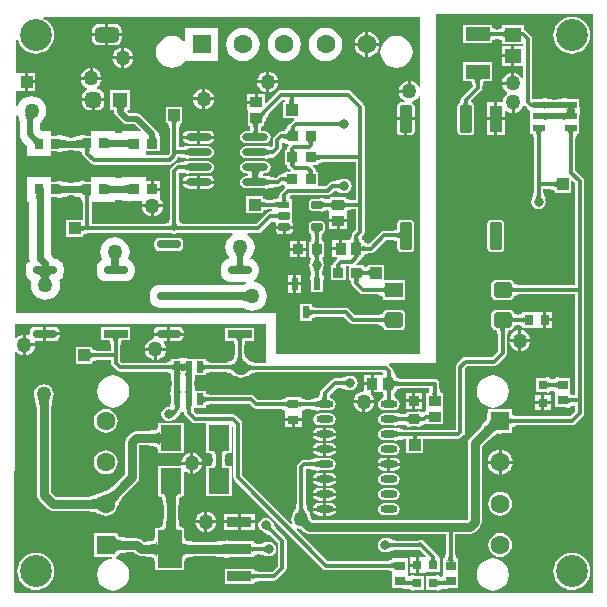
<source format=gtl>
G04 Layer_Physical_Order=1*
G04 Layer_Color=255*
%FSLAX25Y25*%
%MOIN*%
G70*
G01*
G75*
%ADD10R,0.05512X0.04724*%
%ADD11R,0.03543X0.03937*%
%ADD12R,0.07000X0.08500*%
%ADD13R,0.03150X0.03150*%
%ADD14R,0.07874X0.02756*%
G04:AMPARAMS|DCode=15|XSize=27.56mil|YSize=78.74mil|CornerRadius=6.89mil|HoleSize=0mil|Usage=FLASHONLY|Rotation=90.000|XOffset=0mil|YOffset=0mil|HoleType=Round|Shape=RoundedRectangle|*
%AMROUNDEDRECTD15*
21,1,0.02756,0.06496,0,0,90.0*
21,1,0.01378,0.07874,0,0,90.0*
1,1,0.01378,0.03248,0.00689*
1,1,0.01378,0.03248,-0.00689*
1,1,0.01378,-0.03248,-0.00689*
1,1,0.01378,-0.03248,0.00689*
%
%ADD15ROUNDEDRECTD15*%
%ADD16R,0.07874X0.04724*%
%ADD17R,0.03937X0.02362*%
%ADD18R,0.02362X0.03937*%
%ADD19R,0.08268X0.12598*%
%ADD20R,0.08268X0.03543*%
%ADD21R,0.03543X0.03150*%
%ADD22R,0.03347X0.03347*%
%ADD23R,0.03150X0.03543*%
%ADD24R,0.03937X0.03937*%
%ADD25R,0.03937X0.03937*%
G04:AMPARAMS|DCode=26|XSize=39.37mil|YSize=90.16mil|CornerRadius=3.94mil|HoleSize=0mil|Usage=FLASHONLY|Rotation=180.000|XOffset=0mil|YOffset=0mil|HoleType=Round|Shape=RoundedRectangle|*
%AMROUNDEDRECTD26*
21,1,0.03937,0.08228,0,0,180.0*
21,1,0.03150,0.09016,0,0,180.0*
1,1,0.00787,-0.01575,0.04114*
1,1,0.00787,0.01575,0.04114*
1,1,0.00787,0.01575,-0.04114*
1,1,0.00787,-0.01575,-0.04114*
%
%ADD26ROUNDEDRECTD26*%
%ADD27R,0.03937X0.09016*%
%ADD28O,0.05709X0.02362*%
%ADD29O,0.08661X0.02362*%
G04:AMPARAMS|DCode=30|XSize=51.18mil|YSize=59.06mil|CornerRadius=6.4mil|HoleSize=0mil|Usage=FLASHONLY|Rotation=90.000|XOffset=0mil|YOffset=0mil|HoleType=Round|Shape=RoundedRectangle|*
%AMROUNDEDRECTD30*
21,1,0.05118,0.04626,0,0,90.0*
21,1,0.03839,0.05906,0,0,90.0*
1,1,0.01280,0.02313,0.01919*
1,1,0.01280,0.02313,-0.01919*
1,1,0.01280,-0.02313,-0.01919*
1,1,0.01280,-0.02313,0.01919*
%
%ADD30ROUNDEDRECTD30*%
%ADD31R,0.05906X0.05118*%
G04:AMPARAMS|DCode=32|XSize=23.62mil|YSize=37.4mil|CornerRadius=2.95mil|HoleSize=0mil|Usage=FLASHONLY|Rotation=90.000|XOffset=0mil|YOffset=0mil|HoleType=Round|Shape=RoundedRectangle|*
%AMROUNDEDRECTD32*
21,1,0.02362,0.03150,0,0,90.0*
21,1,0.01772,0.03740,0,0,90.0*
1,1,0.00591,0.01575,0.00886*
1,1,0.00591,0.01575,-0.00886*
1,1,0.00591,-0.01575,-0.00886*
1,1,0.00591,-0.01575,0.00886*
%
%ADD32ROUNDEDRECTD32*%
%ADD33R,0.03740X0.02362*%
G04:AMPARAMS|DCode=34|XSize=51.18mil|YSize=78.74mil|CornerRadius=12.8mil|HoleSize=0mil|Usage=FLASHONLY|Rotation=270.000|XOffset=0mil|YOffset=0mil|HoleType=Round|Shape=RoundedRectangle|*
%AMROUNDEDRECTD34*
21,1,0.05118,0.05315,0,0,270.0*
21,1,0.02559,0.07874,0,0,270.0*
1,1,0.02559,-0.02658,-0.01280*
1,1,0.02559,-0.02658,0.01280*
1,1,0.02559,0.02658,0.01280*
1,1,0.02559,0.02658,-0.01280*
%
%ADD34ROUNDEDRECTD34*%
G04:AMPARAMS|DCode=35|XSize=51.18mil|YSize=51.18mil|CornerRadius=12.8mil|HoleSize=0mil|Usage=FLASHONLY|Rotation=270.000|XOffset=0mil|YOffset=0mil|HoleType=Round|Shape=RoundedRectangle|*
%AMROUNDEDRECTD35*
21,1,0.05118,0.02559,0,0,270.0*
21,1,0.02559,0.05118,0,0,270.0*
1,1,0.02559,-0.01280,-0.01280*
1,1,0.02559,-0.01280,0.01280*
1,1,0.02559,0.01280,0.01280*
1,1,0.02559,0.01280,-0.01280*
%
%ADD35ROUNDEDRECTD35*%
%ADD36R,0.05118X0.05118*%
%ADD37R,0.03937X0.03543*%
%ADD38R,0.03347X0.03347*%
%ADD39C,0.02362*%
%ADD40C,0.01378*%
%ADD41C,0.02953*%
%ADD42C,0.01969*%
%ADD43C,0.02756*%
%ADD44C,0.10630*%
%ADD45C,0.06299*%
%ADD46R,0.06299X0.06299*%
%ADD47R,0.06299X0.06299*%
%ADD48C,0.05000*%
%ADD49C,0.03150*%
G36*
X167057Y-136387D02*
X167098Y-136504D01*
X167168Y-136607D01*
X167265Y-136697D01*
X167390Y-136773D01*
X167543Y-136835D01*
X167724Y-136883D01*
X167932Y-136917D01*
X168169Y-136938D01*
X168433Y-136945D01*
Y-138323D01*
X168169Y-138330D01*
X167932Y-138350D01*
X167724Y-138385D01*
X167543Y-138433D01*
X167390Y-138495D01*
X167265Y-138571D01*
X167168Y-138660D01*
X167098Y-138764D01*
X167057Y-138881D01*
X167043Y-139012D01*
Y-136256D01*
X167057Y-136387D01*
D02*
G37*
G36*
X133532Y-138421D02*
X133518Y-138290D01*
X133476Y-138173D01*
X133407Y-138070D01*
X133309Y-137980D01*
X133184Y-137905D01*
X133031Y-137843D01*
X132851Y-137794D01*
X132642Y-137760D01*
X132406Y-137739D01*
X132142Y-137732D01*
Y-136354D01*
X132406Y-136347D01*
X132642Y-136327D01*
X132851Y-136292D01*
X133031Y-136244D01*
X133184Y-136182D01*
X133309Y-136106D01*
X133407Y-136017D01*
X133476Y-135913D01*
X133518Y-135796D01*
X133532Y-135665D01*
Y-138421D01*
D02*
G37*
G36*
X136844Y-135749D02*
X136886Y-135866D01*
X136955Y-135969D01*
X137053Y-136059D01*
X137178Y-136135D01*
X137331Y-136197D01*
X137511Y-136245D01*
X137720Y-136279D01*
X137956Y-136300D01*
X138220Y-136307D01*
Y-137685D01*
X137956Y-137692D01*
X137720Y-137713D01*
X137511Y-137747D01*
X137331Y-137795D01*
X137178Y-137857D01*
X137053Y-137933D01*
X136955Y-138023D01*
X136886Y-138126D01*
X136844Y-138243D01*
X136830Y-138374D01*
Y-135618D01*
X136844Y-135749D01*
D02*
G37*
G36*
X27558Y-46860D02*
X27441Y-46902D01*
X27338Y-46971D01*
X27248Y-47069D01*
X27172Y-47194D01*
X27110Y-47346D01*
X27062Y-47527D01*
X27028Y-47736D01*
X27007Y-47972D01*
X27000Y-48236D01*
X25622D01*
X25615Y-47972D01*
X25594Y-47736D01*
X25560Y-47527D01*
X25512Y-47346D01*
X25450Y-47194D01*
X25374Y-47069D01*
X25284Y-46971D01*
X25181Y-46902D01*
X25064Y-46860D01*
X24933Y-46846D01*
X27689D01*
X27558Y-46860D01*
D02*
G37*
G36*
X59647Y-49064D02*
X59551Y-49001D01*
X59439Y-48945D01*
X59309Y-48895D01*
X59162Y-48852D01*
X58997Y-48815D01*
X58815Y-48785D01*
X58399Y-48746D01*
X58165Y-48736D01*
X57913Y-48732D01*
Y-47354D01*
X58165Y-47351D01*
X58815Y-47301D01*
X58997Y-47271D01*
X59162Y-47235D01*
X59309Y-47192D01*
X59439Y-47142D01*
X59551Y-47085D01*
X59647Y-47022D01*
Y-49064D01*
D02*
G37*
G36*
X163920Y-140760D02*
X163738Y-140547D01*
X163504Y-140429D01*
X163217Y-140404D01*
X162878Y-140473D01*
X162486Y-140636D01*
X162042Y-140893D01*
X161546Y-141244D01*
X160998Y-141689D01*
X159744Y-142859D01*
X158692Y-139736D01*
X159231Y-139176D01*
X160090Y-138151D01*
X160410Y-137686D01*
X160657Y-137252D01*
X160830Y-136851D01*
X160930Y-136480D01*
X160957Y-136142D01*
X160911Y-135835D01*
X160792Y-135560D01*
X163920Y-140760D01*
D02*
G37*
G36*
X129193Y-136085D02*
X129305Y-136142D01*
X129435Y-136191D01*
X129583Y-136235D01*
X129747Y-136271D01*
X129929Y-136301D01*
X130345Y-136341D01*
X130579Y-136351D01*
X130831Y-136354D01*
Y-137732D01*
X130579Y-137736D01*
X129929Y-137785D01*
X129747Y-137815D01*
X129583Y-137852D01*
X129435Y-137895D01*
X129305Y-137945D01*
X129193Y-138001D01*
X129097Y-138065D01*
Y-136022D01*
X129193Y-136085D01*
D02*
G37*
G36*
X60750Y-131118D02*
X60747Y-131417D01*
X60745Y-132358D01*
X61224D01*
X61133Y-132372D01*
X61051Y-132413D01*
X60979Y-132482D01*
X60917Y-132579D01*
X60864Y-132703D01*
X60821Y-132854D01*
X60787Y-133033D01*
X60763Y-133240D01*
X60749Y-133474D01*
X60744Y-133736D01*
X59366D01*
X59361Y-133474D01*
X59323Y-133033D01*
X59289Y-132854D01*
X59246Y-132703D01*
X59193Y-132579D01*
X59131Y-132482D01*
X59059Y-132413D01*
X58977Y-132372D01*
X58886Y-132358D01*
X59364D01*
X59359Y-131097D01*
X60751D01*
X60750Y-131118D01*
D02*
G37*
G36*
X177425Y-62384D02*
X177438Y-62537D01*
X177459Y-62682D01*
X177487Y-62818D01*
X177525Y-62946D01*
X177570Y-63066D01*
X177624Y-63177D01*
X177686Y-63279D01*
X177756Y-63373D01*
X177835Y-63458D01*
X175630D01*
X175708Y-63373D01*
X175779Y-63279D01*
X175841Y-63177D01*
X175894Y-63066D01*
X175940Y-62946D01*
X175977Y-62818D01*
X176006Y-62682D01*
X176027Y-62537D01*
X176039Y-62384D01*
X176043Y-62222D01*
X177421D01*
X177425Y-62384D01*
D02*
G37*
G36*
X57010Y-131118D02*
X57007Y-131417D01*
X57005Y-132358D01*
X57484D01*
X57393Y-132371D01*
X57311Y-132408D01*
X57239Y-132470D01*
X57177Y-132558D01*
X57124Y-132670D01*
X57081Y-132807D01*
X57047Y-132970D01*
X57023Y-133157D01*
X57009Y-133369D01*
X57004Y-133606D01*
X55626D01*
X55621Y-133369D01*
X55583Y-132970D01*
X55549Y-132807D01*
X55506Y-132670D01*
X55453Y-132558D01*
X55391Y-132470D01*
X55319Y-132408D01*
X55237Y-132371D01*
X55146Y-132358D01*
X55623D01*
X55619Y-131097D01*
X57011D01*
X57010Y-131118D01*
D02*
G37*
G36*
X182906Y-60106D02*
X182892Y-59975D01*
X182850Y-59858D01*
X182781Y-59755D01*
X182684Y-59665D01*
X182558Y-59590D01*
X182405Y-59528D01*
X182225Y-59479D01*
X182016Y-59445D01*
X181780Y-59424D01*
X181516Y-59417D01*
Y-58039D01*
X181780Y-58033D01*
X182016Y-58012D01*
X182225Y-57977D01*
X182405Y-57929D01*
X182558Y-57867D01*
X182684Y-57791D01*
X182781Y-57702D01*
X182850Y-57598D01*
X182892Y-57481D01*
X182906Y-57350D01*
Y-60106D01*
D02*
G37*
G36*
X140166Y-137024D02*
X140157Y-137000D01*
X140133Y-136978D01*
X140091Y-136960D01*
X140033Y-136943D01*
X139959Y-136929D01*
X139868Y-136918D01*
X139636Y-136903D01*
X139339Y-136898D01*
Y-135520D01*
X139496Y-135518D01*
X139959Y-135488D01*
X140033Y-135474D01*
X140091Y-135458D01*
X140133Y-135439D01*
X140157Y-135417D01*
X140166Y-135394D01*
Y-137024D01*
D02*
G37*
G36*
X56093Y-134802D02*
X54797Y-136083D01*
X54246Y-134014D01*
X54332Y-134059D01*
X54422Y-134086D01*
X54516Y-134095D01*
X54613Y-134086D01*
X54715Y-134060D01*
X54820Y-134017D01*
X54930Y-133956D01*
X55043Y-133877D01*
X55160Y-133780D01*
X55280Y-133667D01*
X56093Y-134802D01*
D02*
G37*
G36*
X103115Y-153065D02*
X103020Y-153001D01*
X102907Y-152945D01*
X102777Y-152895D01*
X102630Y-152852D01*
X102465Y-152815D01*
X102283Y-152785D01*
X101867Y-152746D01*
X101633Y-152736D01*
X101382Y-152732D01*
Y-151354D01*
X101633Y-151351D01*
X102283Y-151301D01*
X102465Y-151271D01*
X102630Y-151235D01*
X102777Y-151191D01*
X102907Y-151142D01*
X103020Y-151085D01*
X103115Y-151022D01*
Y-153065D01*
D02*
G37*
G36*
X188727Y-41014D02*
X188610Y-41055D01*
X188507Y-41125D01*
X188417Y-41222D01*
X188341Y-41347D01*
X188279Y-41500D01*
X188231Y-41681D01*
X188197Y-41889D01*
X188176Y-42125D01*
X188169Y-42390D01*
X186791D01*
X186784Y-42125D01*
X186764Y-41889D01*
X186729Y-41681D01*
X186681Y-41500D01*
X186619Y-41347D01*
X186543Y-41222D01*
X186454Y-41125D01*
X186350Y-41055D01*
X186233Y-41014D01*
X186102Y-41000D01*
X188858D01*
X188727Y-41014D01*
D02*
G37*
G36*
X177979D02*
X177862Y-41055D01*
X177759Y-41125D01*
X177669Y-41222D01*
X177594Y-41347D01*
X177532Y-41500D01*
X177483Y-41681D01*
X177449Y-41889D01*
X177428Y-42125D01*
X177421Y-42390D01*
X176043D01*
X176036Y-42125D01*
X176016Y-41889D01*
X175981Y-41681D01*
X175933Y-41500D01*
X175871Y-41347D01*
X175795Y-41222D01*
X175706Y-41125D01*
X175602Y-41055D01*
X175485Y-41014D01*
X175354Y-41000D01*
X178110D01*
X177979Y-41014D01*
D02*
G37*
G36*
X8956Y-36403D02*
X8786Y-36510D01*
X8634Y-36633D01*
X8501Y-36772D01*
X8384Y-36928D01*
X8286Y-37099D01*
X8206Y-37286D01*
X8143Y-37490D01*
X8099Y-37709D01*
X8072Y-37944D01*
X8063Y-38196D01*
X6095Y-37595D01*
X6089Y-37350D01*
X6048Y-36883D01*
X6013Y-36660D01*
X5910Y-36235D01*
X5843Y-36034D01*
X5767Y-35839D01*
X5679Y-35652D01*
X5582Y-35472D01*
X8956Y-36403D01*
D02*
G37*
G36*
X56511Y-37584D02*
X56394Y-37626D01*
X56290Y-37696D01*
X56201Y-37793D01*
X56125Y-37918D01*
X56063Y-38071D01*
X56015Y-38252D01*
X55980Y-38460D01*
X55960Y-38696D01*
X55953Y-38960D01*
X54575D01*
X54568Y-38696D01*
X54547Y-38460D01*
X54513Y-38252D01*
X54465Y-38071D01*
X54403Y-37918D01*
X54327Y-37793D01*
X54237Y-37696D01*
X54134Y-37626D01*
X54017Y-37584D01*
X53886Y-37571D01*
X56642D01*
X56511Y-37584D01*
D02*
G37*
G36*
X71124Y-151876D02*
X71153Y-152211D01*
X71203Y-152506D01*
X71272Y-152762D01*
X71360Y-152979D01*
X71469Y-153156D01*
X71596Y-153294D01*
X71744Y-153392D01*
X71911Y-153451D01*
X72098Y-153471D01*
X68161D01*
X68348Y-153451D01*
X68516Y-153392D01*
X68663Y-153294D01*
X68791Y-153156D01*
X68900Y-152979D01*
X68988Y-152762D01*
X69057Y-152506D01*
X69106Y-152211D01*
X69136Y-151876D01*
X69146Y-151502D01*
X71114D01*
X71124Y-151876D01*
D02*
G37*
G36*
X71911Y-147636D02*
X71744Y-147695D01*
X71596Y-147794D01*
X71469Y-147933D01*
X71360Y-148111D01*
X71272Y-148329D01*
X71203Y-148586D01*
X71153Y-148883D01*
X71124Y-149220D01*
X71114Y-149596D01*
X69146D01*
X69136Y-149220D01*
X69106Y-148883D01*
X69057Y-148586D01*
X68988Y-148329D01*
X68900Y-148111D01*
X68791Y-147933D01*
X68663Y-147794D01*
X68516Y-147695D01*
X68348Y-147636D01*
X68161Y-147616D01*
X72098D01*
X71911Y-147636D01*
D02*
G37*
G36*
X33016Y-43449D02*
X33086Y-43547D01*
X33205Y-43634D01*
X33370Y-43709D01*
X33582Y-43773D01*
X33842Y-43825D01*
X34149Y-43865D01*
X34905Y-43911D01*
X35354Y-43917D01*
Y-46279D01*
X34905Y-46285D01*
X33842Y-46372D01*
X33582Y-46424D01*
X33370Y-46488D01*
X33205Y-46563D01*
X33086Y-46650D01*
X33016Y-46748D01*
X32992Y-46858D01*
Y-43339D01*
X33016Y-43449D01*
D02*
G37*
G36*
X24748Y-46858D02*
X24725Y-46759D01*
X24654Y-46670D01*
X24536Y-46591D01*
X24370Y-46523D01*
X24158Y-46466D01*
X23898Y-46418D01*
X23591Y-46382D01*
X22835Y-46340D01*
X22386Y-46335D01*
Y-43972D01*
X22835Y-43966D01*
X23591Y-43915D01*
X23898Y-43871D01*
X24158Y-43814D01*
X24370Y-43744D01*
X24536Y-43662D01*
X24654Y-43567D01*
X24725Y-43459D01*
X24748Y-43339D01*
Y-46858D01*
D02*
G37*
G36*
X16992Y-43504D02*
X17063Y-43602D01*
X17181Y-43689D01*
X17346Y-43764D01*
X17559Y-43828D01*
X17819Y-43880D01*
X18126Y-43920D01*
X18882Y-43967D01*
X19331Y-43972D01*
Y-46335D01*
X18882Y-46340D01*
X17819Y-46427D01*
X17559Y-46479D01*
X17346Y-46543D01*
X17181Y-46618D01*
X17063Y-46705D01*
X16992Y-46803D01*
X16968Y-46913D01*
Y-43394D01*
X16992Y-43504D01*
D02*
G37*
G36*
X48981Y-42314D02*
X49019Y-42785D01*
X49052Y-42976D01*
X49095Y-43137D01*
X49147Y-43269D01*
X49208Y-43372D01*
X49279Y-43446D01*
X49359Y-43490D01*
X49449Y-43504D01*
X46535D01*
X46625Y-43490D01*
X46705Y-43446D01*
X46776Y-43372D01*
X46838Y-43269D01*
X46890Y-43137D01*
X46932Y-42976D01*
X46965Y-42785D01*
X46989Y-42564D01*
X47008Y-42035D01*
X48976D01*
X48981Y-42314D01*
D02*
G37*
G36*
X8940Y-42401D02*
X9676Y-43025D01*
X9999Y-43251D01*
X10292Y-43418D01*
X10556Y-43529D01*
X10790Y-43582D01*
X10993Y-43577D01*
X11167Y-43514D01*
X11312Y-43394D01*
X8725Y-46375D01*
X8827Y-46213D01*
X8876Y-46025D01*
X8871Y-45811D01*
X8812Y-45572D01*
X8700Y-45306D01*
X8534Y-45015D01*
X8314Y-44698D01*
X8041Y-44355D01*
X7714Y-43986D01*
X7333Y-43591D01*
X8528Y-42002D01*
X8940Y-42401D01*
D02*
G37*
G36*
X40236Y-46815D02*
X40213Y-46713D01*
X40142Y-46622D01*
X40024Y-46542D01*
X39858Y-46472D01*
X39646Y-46413D01*
X39386Y-46365D01*
X39079Y-46328D01*
X38323Y-46285D01*
X37874Y-46279D01*
Y-43917D01*
X38323Y-43913D01*
X39646Y-43811D01*
X39858Y-43764D01*
X40024Y-43709D01*
X40142Y-43645D01*
X40213Y-43573D01*
X40236Y-43492D01*
Y-46815D01*
D02*
G37*
G36*
X79482Y-118341D02*
X79691Y-118522D01*
X79901Y-118681D01*
X80112Y-118819D01*
X80323Y-118936D01*
X80535Y-119031D01*
X80748Y-119105D01*
X80962Y-119158D01*
X81176Y-119190D01*
X81391Y-119201D01*
Y-120579D01*
X81176Y-120589D01*
X80962Y-120621D01*
X80748Y-120674D01*
X80535Y-120748D01*
X80323Y-120844D01*
X80112Y-120961D01*
X79901Y-121099D01*
X79691Y-121258D01*
X79482Y-121438D01*
X79274Y-121640D01*
Y-118140D01*
X79482Y-118341D01*
D02*
G37*
G36*
X77787Y-116129D02*
X77822Y-116345D01*
X77879Y-116554D01*
X77960Y-116758D01*
X78064Y-116955D01*
X78191Y-117146D01*
X78341Y-117330D01*
X78514Y-117509D01*
X78710Y-117681D01*
X78929Y-117847D01*
X75841Y-118349D01*
X75546Y-121463D01*
X75362Y-121250D01*
X75174Y-121060D01*
X74983Y-120892D01*
X74787Y-120746D01*
X74588Y-120623D01*
X74384Y-120522D01*
X74176Y-120443D01*
X73965Y-120387D01*
X73749Y-120354D01*
X73529Y-120343D01*
X73666Y-118965D01*
X73875Y-118955D01*
X74088Y-118925D01*
X74302Y-118876D01*
X74520Y-118807D01*
X74739Y-118718D01*
X74962Y-118610D01*
X75187Y-118482D01*
X75414Y-118334D01*
X75644Y-118166D01*
X75647Y-118164D01*
X75650Y-118160D01*
X75945Y-117677D01*
X76065Y-117443D01*
X76167Y-117214D01*
X76250Y-116989D01*
X76315Y-116770D01*
X76361Y-116555D01*
X76388Y-116345D01*
X76398Y-116140D01*
X77776Y-115906D01*
X77787Y-116129D01*
D02*
G37*
G36*
X64966Y-118406D02*
X65008Y-118524D01*
X65078Y-118627D01*
X65175Y-118717D01*
X65300Y-118792D01*
X65453Y-118854D01*
X65633Y-118903D01*
X65842Y-118937D01*
X66078Y-118958D01*
X66342Y-118965D01*
Y-120343D01*
X66078Y-120349D01*
X65842Y-120370D01*
X65633Y-120405D01*
X65453Y-120453D01*
X65300Y-120515D01*
X65175Y-120591D01*
X65078Y-120680D01*
X65008Y-120783D01*
X64966Y-120901D01*
X64952Y-121031D01*
Y-118276D01*
X64966Y-118406D01*
D02*
G37*
G36*
X128368Y-123914D02*
X128409Y-124031D01*
X128478Y-124135D01*
X128575Y-124224D01*
X128699Y-124300D01*
X128850Y-124362D01*
X129029Y-124410D01*
X129236Y-124445D01*
X129470Y-124466D01*
X129732Y-124472D01*
Y-125850D01*
X129470Y-125857D01*
X129236Y-125878D01*
X129029Y-125912D01*
X128850Y-125961D01*
X128699Y-126023D01*
X128575Y-126098D01*
X128478Y-126188D01*
X128409Y-126291D01*
X128368Y-126409D01*
X128354Y-126539D01*
Y-123784D01*
X128368Y-123914D01*
D02*
G37*
G36*
X112887Y-126079D02*
X112802Y-126000D01*
X112708Y-125930D01*
X112606Y-125868D01*
X112495Y-125814D01*
X112375Y-125769D01*
X112248Y-125732D01*
X112111Y-125703D01*
X111966Y-125682D01*
X111813Y-125670D01*
X111651Y-125665D01*
Y-124287D01*
X111813Y-124283D01*
X111966Y-124271D01*
X112111Y-124250D01*
X112248Y-124221D01*
X112375Y-124184D01*
X112495Y-124139D01*
X112606Y-124085D01*
X112708Y-124023D01*
X112802Y-123953D01*
X112887Y-123874D01*
Y-126079D01*
D02*
G37*
G36*
X127531Y-122091D02*
X127551Y-122327D01*
X127586Y-122536D01*
X127634Y-122716D01*
X127696Y-122869D01*
X127772Y-122994D01*
X127861Y-123092D01*
X127965Y-123161D01*
X128082Y-123203D01*
X128213Y-123217D01*
X125457D01*
X125588Y-123203D01*
X125705Y-123161D01*
X125808Y-123092D01*
X125898Y-122994D01*
X125973Y-122869D01*
X126035Y-122716D01*
X126084Y-122536D01*
X126118Y-122327D01*
X126139Y-122091D01*
X126146Y-121827D01*
X127524D01*
X127531Y-122091D01*
D02*
G37*
G36*
X55158Y-118959D02*
X55619Y-118957D01*
Y-120350D01*
X55598Y-120349D01*
X55300Y-120345D01*
X55158Y-120345D01*
Y-121031D01*
X55144Y-120901D01*
X55102Y-120783D01*
X55033Y-120680D01*
X54935Y-120591D01*
X54810Y-120515D01*
X54658Y-120453D01*
X54477Y-120405D01*
X54268Y-120370D01*
X54032Y-120349D01*
X53776Y-120343D01*
X53644Y-120343D01*
Y-118965D01*
X53789Y-118964D01*
X54032Y-118958D01*
X54268Y-118937D01*
X54477Y-118903D01*
X54658Y-118854D01*
X54810Y-118792D01*
X54935Y-118717D01*
X55033Y-118627D01*
X55102Y-118524D01*
X55144Y-118406D01*
X55158Y-118276D01*
Y-118959D01*
D02*
G37*
G36*
X78334Y-110029D02*
X78216Y-110071D01*
X78113Y-110141D01*
X78024Y-110238D01*
X77948Y-110363D01*
X77886Y-110516D01*
X77838Y-110696D01*
X77803Y-110905D01*
X77782Y-111141D01*
X77776Y-111405D01*
X76398D01*
X76391Y-111141D01*
X76370Y-110905D01*
X76336Y-110696D01*
X76287Y-110516D01*
X76225Y-110363D01*
X76150Y-110238D01*
X76060Y-110141D01*
X75957Y-110071D01*
X75840Y-110029D01*
X75709Y-110015D01*
X78465D01*
X78334Y-110029D01*
D02*
G37*
G36*
X36995Y-109982D02*
X36878Y-110024D01*
X36775Y-110093D01*
X36685Y-110190D01*
X36609Y-110316D01*
X36547Y-110468D01*
X36499Y-110649D01*
X36465Y-110858D01*
X36444Y-111094D01*
X36437Y-111358D01*
X35059D01*
X35052Y-111094D01*
X35032Y-110858D01*
X34997Y-110649D01*
X34949Y-110468D01*
X34887Y-110316D01*
X34811Y-110190D01*
X34721Y-110093D01*
X34618Y-110024D01*
X34501Y-109982D01*
X34370Y-109968D01*
X37126D01*
X36995Y-109982D01*
D02*
G37*
G36*
X167687Y-92690D02*
X167729Y-92807D01*
X167798Y-92910D01*
X167896Y-93000D01*
X168021Y-93076D01*
X168174Y-93138D01*
X168354Y-93186D01*
X168563Y-93221D01*
X168799Y-93241D01*
X169063Y-93248D01*
Y-94626D01*
X168799Y-94633D01*
X168563Y-94653D01*
X168354Y-94688D01*
X168174Y-94736D01*
X168021Y-94798D01*
X167896Y-94874D01*
X167798Y-94964D01*
X167729Y-95067D01*
X167687Y-95184D01*
X167673Y-95315D01*
Y-92559D01*
X167687Y-92690D01*
D02*
G37*
G36*
X58886Y-118643D02*
X59079Y-118660D01*
X59453Y-118669D01*
Y-120638D01*
X59079Y-120648D01*
X58886Y-120664D01*
Y-121610D01*
X61224D01*
X61189Y-121630D01*
X61158Y-121689D01*
X61130Y-121787D01*
X61106Y-121925D01*
X61086Y-122102D01*
X61047Y-122870D01*
X61039Y-123579D01*
X59071D01*
X59069Y-123205D01*
X58980Y-121787D01*
X58953Y-121689D01*
X58921Y-121630D01*
X58886Y-121610D01*
X58866Y-121425D01*
X58807Y-121260D01*
X58709Y-121114D01*
X58571Y-120988D01*
X58394Y-120881D01*
X58185Y-120797D01*
X57976Y-120881D01*
X57799Y-120988D01*
X57661Y-121114D01*
X57563Y-121260D01*
X57504Y-121425D01*
X57484Y-121610D01*
X57449Y-121630D01*
X57418Y-121689D01*
X57390Y-121787D01*
X57366Y-121925D01*
X57345Y-122102D01*
X57307Y-122870D01*
X57299Y-123579D01*
X55331D01*
X55329Y-123205D01*
X55240Y-121787D01*
X55212Y-121689D01*
X55181Y-121630D01*
X55146Y-121610D01*
X57484D01*
Y-120664D01*
X57292Y-120648D01*
X56918Y-120638D01*
Y-118669D01*
X57292Y-118660D01*
X57484Y-118643D01*
Y-117697D01*
X57504Y-117882D01*
X57563Y-118047D01*
X57661Y-118193D01*
X57799Y-118319D01*
X57976Y-118426D01*
X58185Y-118511D01*
X58394Y-118426D01*
X58571Y-118319D01*
X58709Y-118193D01*
X58807Y-118047D01*
X58866Y-117882D01*
X58886Y-117697D01*
Y-118643D01*
D02*
G37*
G36*
X194921Y-194736D02*
X194780Y-194819D01*
X2377D01*
X2024Y-194465D01*
X2122Y-114655D01*
X2622Y-114486D01*
X2827Y-114752D01*
X3558Y-115313D01*
X4409Y-115666D01*
X4823Y-115720D01*
Y-112256D01*
Y-108791D01*
X4409Y-108846D01*
X3558Y-109199D01*
X2827Y-109760D01*
X2628Y-110019D01*
X2128Y-109849D01*
X2134Y-105181D01*
X85953D01*
Y-106059D01*
Y-118385D01*
X82273D01*
X82260Y-118374D01*
X82243Y-118349D01*
X82072Y-118235D01*
X81906Y-118112D01*
X81877Y-118105D01*
X81852Y-118088D01*
X81650Y-118048D01*
X81451Y-117998D01*
X81295Y-117990D01*
X81196Y-117976D01*
X81092Y-117950D01*
X80981Y-117911D01*
X80862Y-117858D01*
X80733Y-117787D01*
X80595Y-117696D01*
X80449Y-117585D01*
X80295Y-117452D01*
X80111Y-117274D01*
X79922Y-117152D01*
X79854Y-117107D01*
X79802Y-117051D01*
X79655Y-116886D01*
X79471Y-116747D01*
X79344Y-116636D01*
X79242Y-116530D01*
X79162Y-116431D01*
X79101Y-116340D01*
X79056Y-116254D01*
X79023Y-116172D01*
X79000Y-116089D01*
X78986Y-116002D01*
X78978Y-115844D01*
X78961Y-115776D01*
X78963Y-115705D01*
X78904Y-115550D01*
X78863Y-115388D01*
X78821Y-115332D01*
X78795Y-115266D01*
X78681Y-115145D01*
X78592Y-115025D01*
Y-112287D01*
X78605Y-112279D01*
X78614Y-112266D01*
X78627Y-112257D01*
X78749Y-112074D01*
X78876Y-111895D01*
X78879Y-111879D01*
X78888Y-111866D01*
X78931Y-111651D01*
X78979Y-111437D01*
X78985Y-111209D01*
X78996Y-111087D01*
X79040Y-111073D01*
X79173Y-110963D01*
X79316Y-110867D01*
X79343Y-110827D01*
X81795D01*
Y-106496D01*
X72347D01*
Y-110827D01*
X74830D01*
X74857Y-110867D01*
X75001Y-110963D01*
X75133Y-111073D01*
X75177Y-111087D01*
X75188Y-111209D01*
X75194Y-111437D01*
X75242Y-111651D01*
X75285Y-111866D01*
X75294Y-111879D01*
X75297Y-111895D01*
X75424Y-112074D01*
X75546Y-112257D01*
X75559Y-112266D01*
X75569Y-112279D01*
X75581Y-112287D01*
Y-115257D01*
X75509Y-115355D01*
X75416Y-115443D01*
X75371Y-115542D01*
X75307Y-115630D01*
X75276Y-115755D01*
X75224Y-115872D01*
X75221Y-115981D01*
X75195Y-116086D01*
X75188Y-116239D01*
X75173Y-116349D01*
X75147Y-116473D01*
X75106Y-116610D01*
X75050Y-116760D01*
X74978Y-116924D01*
X74894Y-117087D01*
X74745Y-117331D01*
X74730Y-117342D01*
X74560Y-117453D01*
X74399Y-117544D01*
X74249Y-117617D01*
X74111Y-117673D01*
X73985Y-117713D01*
X73869Y-117740D01*
X73764Y-117754D01*
X73609Y-117762D01*
X73465Y-117798D01*
X73317Y-117812D01*
X73239Y-117854D01*
X73153Y-117875D01*
X73033Y-117963D01*
X72902Y-118033D01*
X72846Y-118102D01*
X72783Y-118148D01*
X67224D01*
X67216Y-118135D01*
X67203Y-118126D01*
X67194Y-118113D01*
X67011Y-117991D01*
X66832Y-117864D01*
X66816Y-117861D01*
X66803Y-117852D01*
X66588Y-117809D01*
X66374Y-117761D01*
X66146Y-117755D01*
X66024Y-117744D01*
X66010Y-117700D01*
X65900Y-117567D01*
X65804Y-117424D01*
X65764Y-117397D01*
Y-116898D01*
X59772D01*
X59737Y-116846D01*
X59594Y-116750D01*
X59462Y-116640D01*
X59400Y-116620D01*
X59347Y-116585D01*
X59178Y-116551D01*
X59014Y-116500D01*
X58949Y-116505D01*
X58886Y-116493D01*
X58717Y-116526D01*
X58546Y-116542D01*
X58489Y-116572D01*
X58425Y-116585D01*
X58282Y-116680D01*
X58185Y-116731D01*
X58088Y-116680D01*
X57945Y-116585D01*
X57882Y-116572D01*
X57824Y-116542D01*
X57653Y-116526D01*
X57484Y-116493D01*
X57421Y-116505D01*
X57357Y-116500D01*
X57192Y-116551D01*
X57023Y-116585D01*
X56970Y-116620D01*
X56908Y-116640D01*
X56776Y-116750D01*
X56633Y-116846D01*
X56598Y-116898D01*
X54347D01*
Y-117397D01*
X54306Y-117424D01*
X54211Y-117567D01*
X54100Y-117700D01*
X54086Y-117744D01*
X53964Y-117755D01*
X53771Y-117760D01*
X53639Y-117760D01*
X53411Y-117807D01*
X53183Y-117852D01*
X53181Y-117853D01*
X53179Y-117854D01*
X52985Y-117984D01*
X52792Y-118113D01*
X52791Y-118115D01*
X52789Y-118116D01*
X52768Y-118148D01*
X37801D01*
X37253Y-117601D01*
Y-112240D01*
X37266Y-112232D01*
X37275Y-112218D01*
X37288Y-112210D01*
X37411Y-112027D01*
X37537Y-111848D01*
X37541Y-111832D01*
X37550Y-111819D01*
X37592Y-111603D01*
X37641Y-111389D01*
X37647Y-111162D01*
X37657Y-111040D01*
X37702Y-111026D01*
X37834Y-110915D01*
X37977Y-110820D01*
X38004Y-110780D01*
X40472D01*
Y-106449D01*
X31024D01*
Y-110780D01*
X33492D01*
X33518Y-110820D01*
X33662Y-110915D01*
X33794Y-111026D01*
X33839Y-111040D01*
X33849Y-111162D01*
X33855Y-111389D01*
X33904Y-111603D01*
X33946Y-111819D01*
X33955Y-111832D01*
X33959Y-111848D01*
X34086Y-112027D01*
X34207Y-112210D01*
X34221Y-112218D01*
X34230Y-112232D01*
X34243Y-112240D01*
Y-114239D01*
X29405D01*
X29397Y-114226D01*
X29384Y-114217D01*
X29375Y-114204D01*
X29193Y-114082D01*
X29013Y-113955D01*
X28998Y-113952D01*
X28984Y-113943D01*
X28769Y-113900D01*
X28555Y-113851D01*
X28330Y-113845D01*
X28217Y-113835D01*
X28204Y-113791D01*
X28093Y-113658D01*
X27997Y-113515D01*
X27945Y-113480D01*
Y-112988D01*
X22433D01*
Y-118500D01*
X27945D01*
Y-118008D01*
X27997Y-117974D01*
X28093Y-117830D01*
X28204Y-117697D01*
X28217Y-117653D01*
X28330Y-117643D01*
X28555Y-117637D01*
X28769Y-117588D01*
X28984Y-117546D01*
X28998Y-117537D01*
X29013Y-117533D01*
X29193Y-117406D01*
X29375Y-117285D01*
X29384Y-117271D01*
X29397Y-117262D01*
X29405Y-117249D01*
X34243D01*
Y-118224D01*
X34357Y-118800D01*
X34684Y-119289D01*
X36113Y-120718D01*
X36601Y-121044D01*
X37177Y-121159D01*
X52768D01*
X52791Y-121193D01*
X52792Y-121193D01*
X52792Y-121194D01*
X52988Y-121325D01*
X53181Y-121454D01*
X53182Y-121455D01*
X53183Y-121455D01*
X53412Y-121501D01*
X53642Y-121547D01*
X53942Y-121610D01*
X53974Y-121772D01*
X53987Y-121936D01*
X54019Y-122000D01*
X54033Y-122071D01*
X54053Y-122101D01*
X54125Y-123245D01*
X54127Y-123584D01*
X54173Y-123813D01*
X54218Y-124039D01*
X54220Y-124042D01*
X54220Y-124045D01*
X54351Y-124238D01*
X54479Y-124430D01*
X54482Y-124432D01*
X54483Y-124434D01*
X54509Y-124451D01*
Y-125603D01*
X54488Y-125616D01*
X54484Y-125621D01*
X54479Y-125625D01*
X54352Y-125816D01*
X54223Y-126004D01*
X54222Y-126010D01*
X54218Y-126016D01*
X54173Y-126241D01*
X54127Y-126464D01*
X54119Y-127148D01*
X54084Y-127854D01*
X54076Y-127920D01*
X54033Y-127984D01*
X54019Y-128054D01*
X53987Y-128119D01*
X53974Y-128283D01*
X53942Y-128445D01*
X53956Y-128515D01*
X53950Y-128587D01*
X54001Y-128744D01*
X54033Y-128906D01*
X54073Y-128966D01*
X54095Y-129034D01*
X54203Y-129159D01*
X54294Y-129297D01*
X54347Y-129331D01*
Y-131472D01*
X54294Y-131507D01*
X54208Y-131635D01*
X54106Y-131751D01*
X54079Y-131829D01*
X54033Y-131897D01*
X54003Y-132049D01*
X53953Y-132195D01*
X53958Y-132277D01*
X53942Y-132358D01*
X53940Y-132453D01*
X53913Y-132639D01*
X53481Y-132953D01*
X53405Y-132938D01*
X52484Y-133121D01*
X51702Y-133643D01*
X51180Y-134425D01*
X50997Y-135346D01*
X51180Y-136268D01*
X51702Y-137049D01*
X52484Y-137572D01*
X53405Y-137755D01*
X54327Y-137572D01*
X54761Y-137282D01*
X54790Y-137287D01*
X54948Y-137257D01*
X55108Y-137247D01*
X55176Y-137213D01*
X55252Y-137198D01*
X55386Y-137110D01*
X55529Y-137039D01*
X55580Y-136982D01*
X55644Y-136940D01*
X56940Y-135659D01*
X57019Y-135542D01*
X57115Y-135439D01*
X57149Y-135349D01*
X57203Y-135270D01*
X57231Y-135131D01*
X57281Y-134999D01*
X57278Y-134904D01*
X57297Y-134810D01*
X57442Y-134728D01*
X57453Y-134721D01*
X57465Y-134719D01*
X57650Y-134595D01*
X57838Y-134475D01*
X58296Y-134567D01*
X58550Y-134776D01*
Y-134882D01*
X58664Y-135458D01*
X58991Y-135946D01*
X61054Y-138009D01*
X61542Y-138336D01*
X62118Y-138450D01*
X65842D01*
Y-148427D01*
X67283D01*
X67310Y-148467D01*
X67453Y-148563D01*
X67586Y-148674D01*
X67647Y-148693D01*
X67701Y-148728D01*
X67857Y-148759D01*
X67879Y-148841D01*
X67911Y-149035D01*
X67933Y-149288D01*
X67942Y-149628D01*
X67990Y-149842D01*
X68033Y-150057D01*
X68042Y-150070D01*
X68046Y-150086D01*
X68119Y-150191D01*
X68148Y-150254D01*
X68257Y-150549D01*
X68148Y-150845D01*
X68119Y-150908D01*
X68046Y-151012D01*
X68042Y-151028D01*
X68033Y-151041D01*
X67990Y-151257D01*
X67942Y-151470D01*
X67933Y-151807D01*
X67911Y-152059D01*
X67879Y-152250D01*
X67858Y-152327D01*
X67701Y-152358D01*
X67648Y-152393D01*
X67587Y-152412D01*
X67454Y-152523D01*
X67310Y-152619D01*
X67275Y-152671D01*
X65913D01*
Y-162746D01*
X74488D01*
Y-152671D01*
X72985D01*
X72950Y-152619D01*
X72806Y-152523D01*
X72673Y-152412D01*
X72612Y-152393D01*
X72559Y-152358D01*
X72402Y-152327D01*
X72381Y-152250D01*
X72349Y-152059D01*
X72327Y-151807D01*
X72318Y-151470D01*
X72269Y-151257D01*
X72227Y-151041D01*
X72218Y-151028D01*
X72214Y-151012D01*
X72140Y-150908D01*
X72112Y-150845D01*
X72003Y-150549D01*
X72112Y-150254D01*
X72140Y-150191D01*
X72214Y-150086D01*
X72218Y-150070D01*
X72227Y-150057D01*
X72270Y-149842D01*
X72318Y-149628D01*
X72327Y-149288D01*
X72349Y-149035D01*
X72381Y-148841D01*
X72403Y-148759D01*
X72559Y-148728D01*
X72613Y-148693D01*
X72674Y-148674D01*
X72806Y-148563D01*
X72950Y-148467D01*
X72977Y-148427D01*
X74417D01*
Y-139699D01*
X74917Y-139432D01*
X75018Y-139499D01*
Y-156425D01*
X75133Y-157001D01*
X75459Y-157490D01*
X104845Y-186875D01*
X105333Y-187202D01*
X105909Y-187316D01*
X126528D01*
X126536Y-187329D01*
X126549Y-187338D01*
X126558Y-187352D01*
X126741Y-187473D01*
X126920Y-187600D01*
X126936Y-187604D01*
X126949Y-187613D01*
X127164Y-187655D01*
X127378Y-187704D01*
X127605Y-187710D01*
X127728Y-187721D01*
X127742Y-187765D01*
X127852Y-187897D01*
X127948Y-188040D01*
X127988Y-188067D01*
X127988Y-188173D01*
Y-188567D01*
X127988Y-188669D01*
Y-193291D01*
X131422D01*
X131460Y-193348D01*
X131473Y-193356D01*
X131481Y-193369D01*
X131668Y-193486D01*
X131852Y-193607D01*
X131867Y-193610D01*
X131880Y-193618D01*
X132097Y-193654D01*
X132313Y-193696D01*
X132328Y-193693D01*
X132343Y-193696D01*
X132558Y-193646D01*
X132774Y-193602D01*
X132786Y-193594D01*
X132801Y-193590D01*
X132853Y-193553D01*
X133461Y-193508D01*
X133578Y-193510D01*
X133701Y-193521D01*
X133714Y-193565D01*
X133825Y-193698D01*
X133921Y-193841D01*
X133961Y-193868D01*
Y-193974D01*
X134106D01*
X134168Y-194007D01*
X134311Y-194102D01*
X134374Y-194115D01*
X134431Y-194145D01*
X134603Y-194160D01*
X134772Y-194194D01*
X134835Y-194181D01*
X134899Y-194187D01*
X135064Y-194136D01*
X135233Y-194102D01*
X135286Y-194067D01*
X135348Y-194047D01*
X135436Y-193974D01*
X138685D01*
Y-189250D01*
X135436D01*
X135348Y-189176D01*
X135286Y-189157D01*
X135233Y-189121D01*
X135064Y-189088D01*
X134899Y-189036D01*
X134835Y-189042D01*
X134772Y-189030D01*
X134603Y-189063D01*
X134431Y-189079D01*
X134397Y-189097D01*
X134348Y-189114D01*
X134311Y-189121D01*
X134189Y-189166D01*
X133961Y-189250D01*
Y-189250D01*
X133694Y-189442D01*
X133142Y-189378D01*
X133106Y-189354D01*
Y-188673D01*
X133106Y-188567D01*
Y-188173D01*
X133106Y-188067D01*
Y-183449D01*
X129463D01*
X129375Y-183375D01*
X129314Y-183356D01*
X129260Y-183320D01*
X129091Y-183287D01*
X128927Y-183236D01*
X128863Y-183241D01*
X128800Y-183229D01*
X128630Y-183263D01*
X128459Y-183278D01*
X128402Y-183308D01*
X128339Y-183320D01*
X128195Y-183416D01*
X128133Y-183449D01*
X127988D01*
Y-183555D01*
X127948Y-183581D01*
X127852Y-183725D01*
X127742Y-183857D01*
X127728Y-183902D01*
X127605Y-183912D01*
X127378Y-183918D01*
X127164Y-183967D01*
X126949Y-184010D01*
X126936Y-184018D01*
X126920Y-184022D01*
X126741Y-184149D01*
X126558Y-184271D01*
X126549Y-184284D01*
X126536Y-184293D01*
X126528Y-184306D01*
X106533D01*
X96058Y-173831D01*
X96341Y-173407D01*
X96791Y-173593D01*
X97650Y-173706D01*
X97695Y-173700D01*
X98501Y-174506D01*
X99250Y-175006D01*
X100133Y-175182D01*
X145885D01*
Y-181989D01*
X145872Y-181997D01*
X145862Y-182010D01*
X145849Y-182019D01*
X145727Y-182201D01*
X145601Y-182381D01*
X145597Y-182396D01*
X145588Y-182409D01*
X145545Y-182625D01*
X145497Y-182839D01*
X145491Y-183066D01*
X145480Y-183189D01*
X145436Y-183203D01*
X145304Y-183313D01*
X145160Y-183409D01*
X145133Y-183449D01*
X144831D01*
Y-184144D01*
X144808Y-184260D01*
X144820Y-184323D01*
X144814Y-184387D01*
X144831Y-184440D01*
Y-188067D01*
X144831Y-188173D01*
Y-188567D01*
X144831Y-188673D01*
Y-189354D01*
X144795Y-189378D01*
X144772Y-189412D01*
X144232Y-189495D01*
X143937Y-189250D01*
Y-189250D01*
X143708Y-189166D01*
X143586Y-189121D01*
X143550Y-189114D01*
X143500Y-189097D01*
X143466Y-189079D01*
X143295Y-189063D01*
X143126Y-189030D01*
X143062Y-189042D01*
X142999Y-189036D01*
X142834Y-189088D01*
X142665Y-189121D01*
X142611Y-189157D01*
X142550Y-189176D01*
X142462Y-189250D01*
X139213D01*
Y-193974D01*
X142462D01*
X142550Y-194047D01*
X142611Y-194067D01*
X142665Y-194102D01*
X142834Y-194136D01*
X142999Y-194187D01*
X143062Y-194181D01*
X143126Y-194194D01*
X143295Y-194160D01*
X143466Y-194145D01*
X143523Y-194115D01*
X143586Y-194102D01*
X143730Y-194007D01*
X143792Y-193974D01*
X143937D01*
Y-193868D01*
X143977Y-193841D01*
X144073Y-193698D01*
X144183Y-193565D01*
X144197Y-193521D01*
X144320Y-193510D01*
X144424Y-193508D01*
X144703Y-193512D01*
X145030Y-193532D01*
X145058Y-193535D01*
X145136Y-193590D01*
X145151Y-193594D01*
X145163Y-193602D01*
X145379Y-193646D01*
X145594Y-193696D01*
X145609Y-193693D01*
X145624Y-193696D01*
X145840Y-193654D01*
X146057Y-193618D01*
X146070Y-193610D01*
X146085Y-193607D01*
X146269Y-193485D01*
X146456Y-193369D01*
X146464Y-193356D01*
X146477Y-193348D01*
X146515Y-193291D01*
X149949D01*
Y-188673D01*
X149949Y-188567D01*
Y-188173D01*
X149949Y-188067D01*
Y-184440D01*
X149965Y-184387D01*
X149959Y-184323D01*
X149972Y-184260D01*
X149949Y-184144D01*
Y-183449D01*
X149646D01*
X149619Y-183409D01*
X149476Y-183313D01*
X149344Y-183203D01*
X149299Y-183189D01*
X149288Y-183066D01*
X149283Y-182839D01*
X149234Y-182625D01*
X149191Y-182409D01*
X149182Y-182396D01*
X149179Y-182381D01*
X149052Y-182201D01*
X148930Y-182019D01*
X148917Y-182010D01*
X148908Y-181997D01*
X148895Y-181989D01*
Y-175182D01*
X153839D01*
X154722Y-175006D01*
X155471Y-174506D01*
X157105Y-172872D01*
X157605Y-172123D01*
X157781Y-171240D01*
Y-145999D01*
X159720Y-144060D01*
X159915Y-144028D01*
X160129Y-144001D01*
X160147Y-143990D01*
X160167Y-143987D01*
X160350Y-143874D01*
X160536Y-143766D01*
X160549Y-143750D01*
X160566Y-143740D01*
X161789Y-142598D01*
X162274Y-142204D01*
X162693Y-141908D01*
X163022Y-141718D01*
X163148Y-141665D01*
X163204Y-141728D01*
X163296Y-141771D01*
X163376Y-141834D01*
X163507Y-141870D01*
X163629Y-141928D01*
X163731Y-141933D01*
X163828Y-141960D01*
X163963Y-141944D01*
X164099Y-141950D01*
X164194Y-141916D01*
X164295Y-141904D01*
X164413Y-141837D01*
X164541Y-141791D01*
X164616Y-141723D01*
X164704Y-141673D01*
X164785Y-141571D01*
X167854D01*
Y-139890D01*
X167894Y-139863D01*
X167990Y-139720D01*
X168101Y-139588D01*
X168114Y-139543D01*
X168237Y-139533D01*
X168464Y-139527D01*
X168678Y-139478D01*
X168894Y-139435D01*
X168907Y-139427D01*
X168922Y-139423D01*
X169102Y-139296D01*
X169284Y-139174D01*
X169293Y-139161D01*
X169306Y-139152D01*
X169314Y-139139D01*
X187799D01*
X188375Y-139025D01*
X188864Y-138698D01*
X191450Y-136112D01*
X191777Y-135623D01*
X191891Y-135047D01*
Y-130610D01*
Y-57747D01*
X191777Y-57171D01*
X191450Y-56682D01*
X188986Y-54218D01*
Y-43271D01*
X188998Y-43263D01*
X189007Y-43250D01*
X189021Y-43241D01*
X189143Y-43058D01*
X189269Y-42879D01*
X189273Y-42864D01*
X189282Y-42850D01*
X189325Y-42635D01*
X189373Y-42421D01*
X189379Y-42194D01*
X189390Y-42071D01*
X189434Y-42057D01*
X189566Y-41947D01*
X189710Y-41851D01*
X189737Y-41811D01*
X190236D01*
Y-38071D01*
Y-35820D01*
X190288Y-35785D01*
X190384Y-35642D01*
X190494Y-35509D01*
X190514Y-35448D01*
X190549Y-35394D01*
X190583Y-35225D01*
X190634Y-35061D01*
X190629Y-34997D01*
X190641Y-34933D01*
X190608Y-34764D01*
X190592Y-34593D01*
X190562Y-34536D01*
X190549Y-34472D01*
X190454Y-34329D01*
X190403Y-34232D01*
X190454Y-34135D01*
X190549Y-33992D01*
X190562Y-33929D01*
X190592Y-33872D01*
X190607Y-33700D01*
X190641Y-33531D01*
X190629Y-33468D01*
X190634Y-33404D01*
X190583Y-33239D01*
X190549Y-33070D01*
X190514Y-33017D01*
X190494Y-32955D01*
X190384Y-32823D01*
X190288Y-32680D01*
X190236Y-32645D01*
Y-30394D01*
X186410D01*
X186375Y-30342D01*
X186238Y-30250D01*
X186113Y-30143D01*
X186044Y-30121D01*
X185985Y-30081D01*
X185823Y-30048D01*
X185666Y-29997D01*
X185594Y-30003D01*
X185524Y-29989D01*
X185362Y-30021D01*
X185197Y-30034D01*
X185133Y-30066D01*
X185063Y-30081D01*
X185033Y-30100D01*
X183889Y-30172D01*
X183549Y-30174D01*
X183321Y-30220D01*
X183095Y-30265D01*
X183092Y-30267D01*
X183089Y-30268D01*
X182896Y-30398D01*
X182704Y-30526D01*
X182702Y-30529D01*
X182700Y-30531D01*
X182683Y-30556D01*
X181531D01*
X181518Y-30535D01*
X181512Y-30532D01*
X181509Y-30526D01*
X181318Y-30399D01*
X181130Y-30270D01*
X181123Y-30269D01*
X181118Y-30265D01*
X180893Y-30221D01*
X180670Y-30174D01*
X179985Y-30167D01*
X179280Y-30131D01*
X179214Y-30123D01*
X179150Y-30081D01*
X179079Y-30066D01*
X179015Y-30034D01*
X178851Y-30021D01*
X178689Y-29989D01*
X178618Y-30003D01*
X178547Y-29997D01*
X178390Y-30048D01*
X178228Y-30081D01*
X178168Y-30120D01*
X178100Y-30143D01*
X177975Y-30250D01*
X177837Y-30342D01*
X177802Y-30394D01*
X174604D01*
Y-10303D01*
X174489Y-9727D01*
X174163Y-9239D01*
X172497Y-7573D01*
X172009Y-7247D01*
X171732Y-7192D01*
Y-5669D01*
X164646D01*
Y-6397D01*
X164605Y-6424D01*
X164510Y-6567D01*
X164399Y-6700D01*
X164386Y-6744D01*
X164263Y-6755D01*
X164036Y-6761D01*
X163822Y-6809D01*
X163606Y-6852D01*
X163593Y-6861D01*
X163577Y-6864D01*
X163398Y-6991D01*
X163216Y-7113D01*
X163207Y-7126D01*
X163194Y-7136D01*
X163186Y-7148D01*
X162555D01*
X162547Y-7136D01*
X162533Y-7126D01*
X162525Y-7113D01*
X162342Y-6991D01*
X162163Y-6864D01*
X162147Y-6861D01*
X162134Y-6852D01*
X161918Y-6809D01*
X161704Y-6761D01*
X161477Y-6755D01*
X161355Y-6744D01*
X161341Y-6700D01*
X161230Y-6567D01*
X161135Y-6424D01*
X161094Y-6397D01*
Y-5504D01*
X151646D01*
Y-11803D01*
X161094D01*
Y-10910D01*
X161135Y-10883D01*
X161230Y-10740D01*
X161341Y-10607D01*
X161355Y-10563D01*
X161477Y-10552D01*
X161704Y-10546D01*
X161918Y-10498D01*
X162134Y-10455D01*
X162147Y-10446D01*
X162163Y-10443D01*
X162342Y-10316D01*
X162525Y-10194D01*
X162533Y-10181D01*
X162547Y-10172D01*
X162555Y-10159D01*
X163186D01*
X163194Y-10172D01*
X163207Y-10181D01*
X163216Y-10194D01*
X163398Y-10316D01*
X163577Y-10443D01*
X163593Y-10446D01*
X163606Y-10455D01*
X163822Y-10498D01*
X164036Y-10546D01*
X164263Y-10552D01*
X164386Y-10563D01*
X164399Y-10607D01*
X164510Y-10740D01*
X164605Y-10883D01*
X164646Y-10910D01*
Y-11969D01*
X171593D01*
Y-12543D01*
X168689D01*
Y-15905D01*
Y-19268D01*
X171593D01*
Y-23074D01*
X171287Y-23206D01*
X171093Y-23214D01*
X170575Y-22539D01*
X169844Y-21978D01*
X168992Y-21625D01*
X168579Y-21571D01*
Y-25035D01*
X168079D01*
Y-25535D01*
X164614D01*
X164669Y-25949D01*
X165022Y-26801D01*
X165583Y-27532D01*
X166183Y-27992D01*
X166249Y-28437D01*
X166219Y-28595D01*
X165764Y-28945D01*
X165203Y-29676D01*
X164850Y-30527D01*
X164731Y-31429D01*
X162949D01*
Y-36437D01*
X165417D01*
Y-34261D01*
X165917Y-34055D01*
X166495Y-34498D01*
X167346Y-34851D01*
X167760Y-34905D01*
Y-31441D01*
X168760D01*
Y-34905D01*
X169174Y-34851D01*
X170025Y-34498D01*
X170756Y-33937D01*
X171317Y-33206D01*
X171579Y-32574D01*
X171726Y-32504D01*
X172112Y-32456D01*
X172141Y-32462D01*
X173023Y-33345D01*
X173056Y-33511D01*
X173057Y-33511D01*
X173057Y-33512D01*
X173186Y-33705D01*
X173317Y-33902D01*
X173317Y-33902D01*
X173318Y-33903D01*
X173512Y-34033D01*
X173707Y-34163D01*
X173708Y-34163D01*
X173708Y-34164D01*
X173938Y-34209D01*
X173976Y-34217D01*
Y-38071D01*
Y-41811D01*
X174476D01*
X174503Y-41851D01*
X174646Y-41947D01*
X174779Y-42057D01*
X174823Y-42071D01*
X174834Y-42194D01*
X174839Y-42421D01*
X174888Y-42635D01*
X174931Y-42850D01*
X174940Y-42864D01*
X174943Y-42879D01*
X175070Y-43058D01*
X175192Y-43241D01*
X175205Y-43250D01*
X175214Y-43263D01*
X175227Y-43271D01*
Y-58508D01*
Y-61340D01*
X175214Y-61349D01*
X175205Y-61361D01*
X175192Y-61370D01*
X175070Y-61553D01*
X174943Y-61733D01*
X174939Y-61748D01*
X174931Y-61761D01*
X174888Y-61976D01*
X174839Y-62191D01*
X174836Y-62320D01*
X174829Y-62404D01*
X174820Y-62472D01*
X174808Y-62525D01*
X174797Y-62563D01*
X174788Y-62588D01*
X174782Y-62601D01*
X174780Y-62603D01*
X174744Y-62642D01*
X174634Y-62822D01*
X174517Y-62997D01*
X174512Y-63022D01*
X174499Y-63043D01*
X174467Y-63252D01*
X174426Y-63458D01*
X174431Y-63483D01*
X174427Y-63508D01*
X174476Y-63712D01*
X174487Y-63764D01*
X174324Y-64583D01*
X174507Y-65504D01*
X175029Y-66286D01*
X175811Y-66808D01*
X176732Y-66991D01*
X177654Y-66808D01*
X178435Y-66286D01*
X178957Y-65504D01*
X179141Y-64583D01*
X178978Y-63764D01*
X178988Y-63712D01*
X179038Y-63508D01*
X179034Y-63483D01*
X179039Y-63458D01*
X178998Y-63252D01*
X178965Y-63043D01*
X178952Y-63022D01*
X178947Y-62997D01*
X178830Y-62822D01*
X178721Y-62642D01*
X178684Y-62603D01*
X178683Y-62601D01*
X178677Y-62588D01*
X178667Y-62563D01*
X178656Y-62525D01*
X178645Y-62472D01*
X178635Y-62404D01*
X178628Y-62320D01*
X178625Y-62191D01*
X178577Y-61976D01*
X178534Y-61761D01*
X178525Y-61748D01*
X178522Y-61733D01*
X178395Y-61553D01*
X178273Y-61370D01*
X178260Y-61361D01*
X178251Y-61349D01*
X178238Y-61340D01*
Y-60234D01*
X180634D01*
X180642Y-60246D01*
X180656Y-60256D01*
X180664Y-60269D01*
X180847Y-60391D01*
X181026Y-60518D01*
X181042Y-60521D01*
X181055Y-60530D01*
X181270Y-60573D01*
X181484Y-60621D01*
X181712Y-60627D01*
X181834Y-60638D01*
X181848Y-60682D01*
X181959Y-60814D01*
X182054Y-60958D01*
X182095Y-60985D01*
Y-61484D01*
X187606D01*
Y-57749D01*
X188068Y-57558D01*
X188881Y-58370D01*
Y-92432D01*
X169945D01*
X169937Y-92419D01*
X169924Y-92410D01*
X169915Y-92396D01*
X169732Y-92274D01*
X169553Y-92148D01*
X169537Y-92144D01*
X169524Y-92136D01*
X169309Y-92093D01*
X169095Y-92044D01*
X168868Y-92038D01*
X168745Y-92027D01*
X168731Y-91983D01*
X168621Y-91851D01*
X168525Y-91707D01*
X168471Y-91672D01*
X168430Y-91622D01*
X168421Y-91617D01*
X168390Y-91461D01*
X168074Y-90989D01*
X167602Y-90673D01*
X167045Y-90563D01*
X162419D01*
X161862Y-90673D01*
X161390Y-90989D01*
X161075Y-91461D01*
X160964Y-92018D01*
Y-95856D01*
X161075Y-96413D01*
X161390Y-96885D01*
X161862Y-97201D01*
X162419Y-97311D01*
X167045D01*
X167602Y-97201D01*
X168074Y-96885D01*
X168390Y-96413D01*
X168421Y-96257D01*
X168430Y-96252D01*
X168471Y-96202D01*
X168525Y-96166D01*
X168621Y-96023D01*
X168731Y-95891D01*
X168745Y-95846D01*
X168868Y-95836D01*
X169095Y-95830D01*
X169309Y-95781D01*
X169524Y-95739D01*
X169537Y-95730D01*
X169553Y-95726D01*
X169732Y-95600D01*
X169915Y-95477D01*
X169924Y-95464D01*
X169937Y-95455D01*
X169945Y-95442D01*
X188881D01*
Y-128695D01*
X188778Y-128800D01*
X188381Y-128957D01*
X188344Y-128931D01*
X188328Y-128928D01*
X188315Y-128919D01*
X188100Y-128876D01*
X187885Y-128828D01*
X187658Y-128822D01*
X187536Y-128811D01*
X187522Y-128767D01*
X187411Y-128634D01*
X187316Y-128491D01*
X187276Y-128464D01*
X187276Y-128358D01*
Y-127965D01*
X187276Y-127863D01*
Y-123240D01*
X183628D01*
X183545Y-123171D01*
X183483Y-123152D01*
X183430Y-123116D01*
X183261Y-123082D01*
X183096Y-123031D01*
X183032Y-123037D01*
X182969Y-123024D01*
X182800Y-123058D01*
X182628Y-123073D01*
X182571Y-123103D01*
X182508Y-123116D01*
X182365Y-123212D01*
X182310Y-123240D01*
X182158D01*
Y-123350D01*
X182117Y-123377D01*
X182022Y-123520D01*
X181911Y-123653D01*
X181897Y-123697D01*
X181775Y-123708D01*
X181548Y-123714D01*
X181346Y-123759D01*
X181145Y-123714D01*
X180918Y-123708D01*
X180796Y-123697D01*
X180782Y-123653D01*
X180671Y-123520D01*
X180576Y-123377D01*
X180535Y-123350D01*
Y-123244D01*
X180390D01*
X180328Y-123212D01*
X180185Y-123116D01*
X180122Y-123103D01*
X180065Y-123073D01*
X179893Y-123058D01*
X179724Y-123024D01*
X179661Y-123037D01*
X179597Y-123031D01*
X179432Y-123082D01*
X179263Y-123116D01*
X179210Y-123152D01*
X179148Y-123171D01*
X179060Y-123244D01*
X175811D01*
Y-127969D01*
X179060D01*
X179148Y-128042D01*
X179210Y-128061D01*
X179263Y-128097D01*
X179432Y-128130D01*
X179597Y-128182D01*
X179661Y-128176D01*
X179724Y-128189D01*
X179893Y-128155D01*
X180065Y-128139D01*
X180122Y-128109D01*
X180185Y-128097D01*
X180328Y-128001D01*
X180390Y-127969D01*
X180535D01*
Y-127863D01*
X180576Y-127836D01*
X180671Y-127692D01*
X180782Y-127560D01*
X180796Y-127516D01*
X180918Y-127505D01*
X181145Y-127499D01*
X181346Y-127454D01*
X181548Y-127499D01*
X181775Y-127505D01*
X181897Y-127516D01*
X181911Y-127560D01*
X182022Y-127692D01*
X182117Y-127836D01*
X182158Y-127863D01*
X182158Y-127965D01*
Y-128358D01*
X182158Y-128464D01*
Y-133083D01*
X185800D01*
X185888Y-133156D01*
X185950Y-133175D01*
X186003Y-133211D01*
X186172Y-133245D01*
X186337Y-133296D01*
X186401Y-133290D01*
X186464Y-133303D01*
X186633Y-133269D01*
X186805Y-133253D01*
X186862Y-133223D01*
X186925Y-133211D01*
X187068Y-133115D01*
X187130Y-133083D01*
X187276D01*
Y-132977D01*
X187316Y-132950D01*
X187411Y-132807D01*
X187522Y-132674D01*
X187536Y-132630D01*
X187658Y-132619D01*
X187885Y-132613D01*
X188100Y-132565D01*
X188315Y-132522D01*
X188328Y-132513D01*
X188344Y-132510D01*
X188381Y-132484D01*
X188778Y-132641D01*
X188881Y-132746D01*
Y-134424D01*
X187176Y-136129D01*
X169314D01*
X169306Y-136116D01*
X169293Y-136107D01*
X169284Y-136093D01*
X169102Y-135971D01*
X168922Y-135845D01*
X168907Y-135841D01*
X168894Y-135832D01*
X168678Y-135790D01*
X168464Y-135741D01*
X168237Y-135735D01*
X168114Y-135724D01*
X168101Y-135680D01*
X167990Y-135548D01*
X167894Y-135404D01*
X167854Y-135378D01*
Y-133697D01*
X159980D01*
Y-134686D01*
X159926Y-134723D01*
X159883Y-134791D01*
X159823Y-134845D01*
X159757Y-134986D01*
X159672Y-135118D01*
X159657Y-135197D01*
X159623Y-135270D01*
X159616Y-135426D01*
X159588Y-135580D01*
X159605Y-135659D01*
X159601Y-135739D01*
X159654Y-135886D01*
X159687Y-136040D01*
X159744Y-136170D01*
X159746Y-136184D01*
X159739Y-136273D01*
X159690Y-136452D01*
X159577Y-136714D01*
X159389Y-137046D01*
X159131Y-137421D01*
X158335Y-138371D01*
X157824Y-138901D01*
X157725Y-139055D01*
X157613Y-139201D01*
X157599Y-139252D01*
X157571Y-139296D01*
X157538Y-139477D01*
X157490Y-139655D01*
X157497Y-139707D01*
X157488Y-139759D01*
X157489Y-139763D01*
X153840Y-143411D01*
X153340Y-144160D01*
X153164Y-145043D01*
Y-170284D01*
X152883Y-170566D01*
X101418D01*
X100965Y-170390D01*
X100852Y-169532D01*
X100560Y-168827D01*
X100604Y-168625D01*
X100602Y-168615D01*
X100604Y-168605D01*
X100560Y-168385D01*
X100520Y-168163D01*
X100514Y-168154D01*
X100512Y-168144D01*
X100387Y-167957D01*
X100265Y-167768D01*
X100087Y-167584D01*
X99954Y-167430D01*
X99843Y-167283D01*
X99753Y-167145D01*
X99682Y-167017D01*
X99628Y-166897D01*
X99590Y-166787D01*
X99564Y-166683D01*
X99549Y-166584D01*
X99545Y-166507D01*
X99543Y-166124D01*
X99496Y-165898D01*
X99451Y-165671D01*
X99449Y-165668D01*
X99448Y-165664D01*
X99318Y-165472D01*
X99190Y-165280D01*
X99187Y-165278D01*
X99185Y-165275D01*
X99155Y-165255D01*
Y-153675D01*
X99281Y-153549D01*
X100504D01*
X100519Y-153572D01*
X100526Y-153577D01*
X100530Y-153584D01*
X100719Y-153710D01*
X100906Y-153839D01*
X100914Y-153840D01*
X100921Y-153845D01*
X101144Y-153889D01*
X101366Y-153936D01*
X101600Y-153939D01*
X101784Y-153947D01*
X102128Y-153980D01*
X102237Y-153998D01*
X102330Y-154019D01*
X102392Y-154037D01*
X102417Y-154047D01*
X102450Y-154068D01*
X102558Y-154113D01*
X102654Y-154177D01*
X102773Y-154201D01*
X102885Y-154246D01*
X103001Y-154246D01*
X103115Y-154269D01*
X103234Y-154245D01*
X103355Y-154245D01*
X103462Y-154200D01*
X103576Y-154177D01*
X103676Y-154110D01*
X103788Y-154063D01*
X103801Y-154050D01*
X107051D01*
X107819Y-153898D01*
X108470Y-153463D01*
X108905Y-152811D01*
X109058Y-152043D01*
X108905Y-151275D01*
X108470Y-150624D01*
X107819Y-150189D01*
X107051Y-150036D01*
X103801D01*
X103788Y-150023D01*
X103676Y-149977D01*
X103576Y-149909D01*
X103462Y-149887D01*
X103355Y-149842D01*
X103234Y-149841D01*
X103115Y-149818D01*
X103001Y-149841D01*
X102885Y-149840D01*
X102773Y-149886D01*
X102654Y-149909D01*
X102558Y-149974D01*
X102450Y-150018D01*
X102418Y-150040D01*
X102392Y-150050D01*
X102330Y-150068D01*
X102237Y-150088D01*
X102139Y-150104D01*
X101579Y-150147D01*
X101366Y-150150D01*
X101144Y-150198D01*
X100921Y-150242D01*
X100914Y-150246D01*
X100906Y-150248D01*
X100719Y-150377D01*
X100530Y-150503D01*
X100526Y-150510D01*
X100519Y-150514D01*
X100504Y-150538D01*
X98658D01*
X98081Y-150653D01*
X97593Y-150979D01*
X96585Y-151987D01*
X96259Y-152475D01*
X96144Y-153051D01*
Y-165252D01*
X96128Y-165262D01*
X96120Y-165273D01*
X96109Y-165280D01*
X95986Y-165465D01*
X95858Y-165647D01*
X95855Y-165660D01*
X95848Y-165671D01*
X95805Y-165889D01*
X95757Y-166106D01*
X95746Y-166614D01*
X95736Y-166683D01*
X95710Y-166787D01*
X95671Y-166897D01*
X95617Y-167017D01*
X95546Y-167145D01*
X95456Y-167283D01*
X95345Y-167430D01*
X95212Y-167584D01*
X95034Y-167768D01*
X94912Y-167957D01*
X94787Y-168144D01*
X94785Y-168154D01*
X94780Y-168163D01*
X94739Y-168385D01*
X94695Y-168605D01*
X94697Y-168615D01*
X94696Y-168625D01*
X94739Y-168827D01*
X94447Y-169532D01*
X94334Y-170390D01*
X94447Y-171249D01*
X94633Y-171699D01*
X94209Y-171982D01*
X78029Y-155802D01*
Y-138531D01*
X77914Y-137955D01*
X77588Y-137467D01*
X76001Y-135880D01*
X75513Y-135554D01*
X74937Y-135440D01*
X62742D01*
X61713Y-134411D01*
X61720Y-134401D01*
X61848Y-134217D01*
X61850Y-134206D01*
X61857Y-134197D01*
X61900Y-133977D01*
X61948Y-133758D01*
X61953Y-133522D01*
X61963Y-133347D01*
X61971Y-133280D01*
X62076Y-133210D01*
X62111Y-133158D01*
X65764D01*
Y-132658D01*
X65804Y-132631D01*
X65900Y-132488D01*
X66010Y-132355D01*
X66024Y-132311D01*
X66146Y-132300D01*
X66374Y-132294D01*
X66588Y-132246D01*
X66803Y-132203D01*
X66816Y-132194D01*
X66832Y-132191D01*
X67011Y-132064D01*
X67194Y-131942D01*
X67203Y-131929D01*
X67216Y-131920D01*
X67224Y-131907D01*
X80337D01*
X81538Y-133108D01*
X82026Y-133434D01*
X82602Y-133549D01*
X90969D01*
X90977Y-133561D01*
X90990Y-133571D01*
X90999Y-133584D01*
X91182Y-133706D01*
X91361Y-133832D01*
X91377Y-133836D01*
X91390Y-133845D01*
X91605Y-133888D01*
X91819Y-133936D01*
X92235Y-134365D01*
X92216Y-134587D01*
X92216Y-134587D01*
Y-136662D01*
X94988D01*
X97760D01*
Y-134587D01*
X97760D01*
X97742Y-134365D01*
X98157Y-133936D01*
X98371Y-133888D01*
X98587Y-133845D01*
X98600Y-133836D01*
X98615Y-133832D01*
X98795Y-133706D01*
X98977Y-133584D01*
X98986Y-133571D01*
X98999Y-133561D01*
X99007Y-133549D01*
X100504D01*
X100519Y-133572D01*
X100526Y-133577D01*
X100530Y-133584D01*
X100719Y-133710D01*
X100906Y-133839D01*
X100914Y-133840D01*
X100921Y-133845D01*
X101144Y-133889D01*
X101366Y-133936D01*
X101600Y-133940D01*
X101784Y-133947D01*
X102128Y-133980D01*
X102237Y-133998D01*
X102330Y-134019D01*
X102392Y-134037D01*
X102417Y-134047D01*
X102450Y-134068D01*
X102558Y-134113D01*
X102654Y-134177D01*
X102773Y-134201D01*
X102885Y-134247D01*
X103001Y-134246D01*
X103115Y-134269D01*
X103234Y-134245D01*
X103355Y-134245D01*
X103462Y-134200D01*
X103576Y-134177D01*
X103676Y-134110D01*
X103788Y-134063D01*
X103801Y-134050D01*
X107051D01*
X107819Y-133898D01*
X108470Y-133463D01*
X108905Y-132811D01*
X109058Y-132043D01*
X108905Y-131275D01*
X108470Y-130624D01*
X107819Y-130189D01*
X107719Y-130169D01*
X107693Y-130119D01*
X107643Y-130078D01*
X107607Y-130025D01*
X107464Y-129929D01*
X107332Y-129818D01*
X107287Y-129805D01*
X107277Y-129682D01*
X107271Y-129455D01*
X107222Y-129241D01*
X107179Y-129025D01*
X107171Y-129012D01*
X107167Y-128997D01*
X107047Y-128826D01*
X109391Y-126482D01*
X110769D01*
X110778Y-126495D01*
X110791Y-126504D01*
X110799Y-126517D01*
X110982Y-126639D01*
X111162Y-126766D01*
X111177Y-126769D01*
X111190Y-126778D01*
X111406Y-126821D01*
X111620Y-126869D01*
X111749Y-126873D01*
X111833Y-126879D01*
X111901Y-126889D01*
X111954Y-126900D01*
X111992Y-126911D01*
X112017Y-126921D01*
X112030Y-126927D01*
X112032Y-126928D01*
X112072Y-126965D01*
X112251Y-127074D01*
X112426Y-127191D01*
X112451Y-127196D01*
X112473Y-127209D01*
X112681Y-127242D01*
X112887Y-127283D01*
X112912Y-127278D01*
X112937Y-127282D01*
X113142Y-127232D01*
X113193Y-127222D01*
X114012Y-127385D01*
X114934Y-127201D01*
X115715Y-126679D01*
X116237Y-125898D01*
X116420Y-124976D01*
X116237Y-124055D01*
X115715Y-123273D01*
X114934Y-122751D01*
X114012Y-122568D01*
X113193Y-122731D01*
X113142Y-122720D01*
X112937Y-122671D01*
X112912Y-122675D01*
X112887Y-122670D01*
X112681Y-122711D01*
X112473Y-122743D01*
X112451Y-122757D01*
X112426Y-122761D01*
X112251Y-122878D01*
X112072Y-122988D01*
X112032Y-123024D01*
X112030Y-123026D01*
X112017Y-123032D01*
X111992Y-123041D01*
X111954Y-123053D01*
X111901Y-123064D01*
X111833Y-123073D01*
X111749Y-123080D01*
X111620Y-123083D01*
X111406Y-123132D01*
X111190Y-123175D01*
X111177Y-123184D01*
X111162Y-123187D01*
X110982Y-123314D01*
X110799Y-123436D01*
X110791Y-123449D01*
X110778Y-123458D01*
X110769Y-123471D01*
X108768D01*
X108192Y-123586D01*
X107703Y-123912D01*
X104314Y-127302D01*
X103987Y-127790D01*
X103873Y-128366D01*
Y-128605D01*
X103860Y-128613D01*
X103851Y-128626D01*
X103837Y-128635D01*
X103715Y-128817D01*
X103589Y-128997D01*
X103585Y-129012D01*
X103576Y-129025D01*
X103534Y-129241D01*
X103502Y-129381D01*
X103475Y-129465D01*
X103115Y-129818D01*
X103001Y-129841D01*
X102885Y-129840D01*
X102773Y-129886D01*
X102654Y-129910D01*
X102558Y-129974D01*
X102450Y-130018D01*
X102418Y-130040D01*
X102392Y-130050D01*
X102330Y-130068D01*
X102237Y-130088D01*
X102139Y-130104D01*
X101579Y-130147D01*
X101366Y-130150D01*
X101144Y-130198D01*
X100921Y-130242D01*
X100914Y-130246D01*
X100906Y-130248D01*
X100719Y-130377D01*
X100530Y-130503D01*
X100526Y-130510D01*
X100519Y-130514D01*
X100504Y-130538D01*
X99007D01*
X98999Y-130525D01*
X98986Y-130516D01*
X98977Y-130503D01*
X98795Y-130381D01*
X98615Y-130254D01*
X98600Y-130251D01*
X98587Y-130242D01*
X98371Y-130199D01*
X98157Y-130150D01*
X97930Y-130145D01*
X97807Y-130134D01*
X97794Y-130090D01*
X97683Y-129957D01*
X97587Y-129814D01*
X97547Y-129787D01*
Y-129681D01*
X97402D01*
X97340Y-129649D01*
X97197Y-129553D01*
X97134Y-129540D01*
X97077Y-129510D01*
X96905Y-129495D01*
X96736Y-129461D01*
X96673Y-129474D01*
X96609Y-129468D01*
X96444Y-129519D01*
X96275Y-129553D01*
X96222Y-129588D01*
X96160Y-129608D01*
X96072Y-129681D01*
X93904D01*
X93816Y-129608D01*
X93755Y-129588D01*
X93701Y-129553D01*
X93532Y-129519D01*
X93368Y-129468D01*
X93304Y-129474D01*
X93240Y-129461D01*
X93072Y-129495D01*
X92900Y-129510D01*
X92843Y-129540D01*
X92780Y-129553D01*
X92636Y-129649D01*
X92574Y-129681D01*
X92429D01*
Y-129787D01*
X92389Y-129814D01*
X92293Y-129957D01*
X92183Y-130090D01*
X92169Y-130134D01*
X92046Y-130145D01*
X91819Y-130150D01*
X91605Y-130199D01*
X91390Y-130242D01*
X91377Y-130251D01*
X91361Y-130254D01*
X91182Y-130381D01*
X90999Y-130503D01*
X90990Y-130516D01*
X90977Y-130525D01*
X90969Y-130538D01*
X83226D01*
X82025Y-129337D01*
X81537Y-129011D01*
X80961Y-128896D01*
X67224D01*
X67216Y-128884D01*
X67203Y-128874D01*
X67194Y-128861D01*
X67011Y-128739D01*
X66832Y-128612D01*
X66816Y-128609D01*
X66803Y-128600D01*
X66588Y-128557D01*
X66374Y-128509D01*
X66146Y-128503D01*
X66024Y-128492D01*
X66010Y-128448D01*
X65900Y-128315D01*
X65804Y-128172D01*
X65764Y-128145D01*
Y-127646D01*
X62298D01*
X62245Y-126810D01*
X62244Y-126471D01*
X62197Y-126242D01*
X62152Y-126016D01*
X62150Y-126013D01*
X62150Y-126010D01*
X62019Y-125818D01*
X61891Y-125625D01*
X61888Y-125623D01*
X61887Y-125621D01*
X61861Y-125604D01*
Y-124452D01*
X61882Y-124439D01*
X61886Y-124434D01*
X61891Y-124430D01*
X62018Y-124240D01*
X62147Y-124051D01*
X62148Y-124045D01*
X62152Y-124039D01*
X62197Y-123815D01*
X62243Y-123591D01*
X62251Y-122907D01*
X62276Y-122409D01*
X65764D01*
Y-121910D01*
X65804Y-121883D01*
X65900Y-121740D01*
X66010Y-121607D01*
X66024Y-121563D01*
X66146Y-121552D01*
X66374Y-121546D01*
X66588Y-121498D01*
X66803Y-121455D01*
X66816Y-121446D01*
X66832Y-121443D01*
X67011Y-121316D01*
X67194Y-121194D01*
X67203Y-121181D01*
X67216Y-121172D01*
X67224Y-121159D01*
X72648D01*
X72802Y-121273D01*
X72961Y-121404D01*
X72989Y-121413D01*
X73013Y-121430D01*
X73213Y-121481D01*
X73411Y-121541D01*
X73440Y-121538D01*
X73468Y-121545D01*
X73625Y-121553D01*
X73717Y-121567D01*
X73808Y-121592D01*
X73903Y-121627D01*
X74003Y-121677D01*
X74110Y-121743D01*
X74225Y-121829D01*
X74347Y-121936D01*
X74476Y-122067D01*
X74633Y-122249D01*
X74809Y-122387D01*
X74982Y-122527D01*
X74994Y-122531D01*
X75004Y-122539D01*
X75218Y-122598D01*
X75432Y-122662D01*
X75444Y-122661D01*
X75457Y-122664D01*
X75670Y-122638D01*
X75830Y-122761D01*
X76630Y-123093D01*
X77488Y-123205D01*
X78346Y-123093D01*
X79052Y-122800D01*
X79254Y-122844D01*
X79264Y-122842D01*
X79274Y-122844D01*
X79494Y-122800D01*
X79716Y-122760D01*
X79725Y-122754D01*
X79734Y-122752D01*
X79922Y-122627D01*
X80111Y-122505D01*
X80295Y-122328D01*
X80449Y-122194D01*
X80595Y-122083D01*
X80733Y-121993D01*
X80862Y-121922D01*
X80981Y-121868D01*
X81092Y-121830D01*
X81196Y-121804D01*
X81295Y-121789D01*
X81451Y-121782D01*
X81650Y-121731D01*
X81852Y-121691D01*
X81877Y-121675D01*
X81906Y-121667D01*
X82072Y-121545D01*
X82243Y-121430D01*
X82260Y-121405D01*
X82273Y-121395D01*
X124556D01*
X124823Y-121672D01*
X124847Y-121870D01*
X124853Y-122019D01*
X124457Y-122406D01*
X124051D01*
Y-122193D01*
X121780D01*
Y-125161D01*
Y-128130D01*
X124051D01*
Y-127917D01*
X124578D01*
X124605Y-127957D01*
X124749Y-128053D01*
X124881Y-128164D01*
X124925Y-128177D01*
X124936Y-128300D01*
X124942Y-128527D01*
X124990Y-128741D01*
X125033Y-128957D01*
X125042Y-128970D01*
X125046Y-128986D01*
X125049Y-128991D01*
X125046Y-128997D01*
X125042Y-129012D01*
X125033Y-129025D01*
X124990Y-129241D01*
X124942Y-129455D01*
X124936Y-129682D01*
X124925Y-129805D01*
X124881Y-129818D01*
X124749Y-129929D01*
X124605Y-130025D01*
X124569Y-130078D01*
X124520Y-130119D01*
X124494Y-130169D01*
X124393Y-130189D01*
X123742Y-130624D01*
X123307Y-131275D01*
X123154Y-132043D01*
X123307Y-132811D01*
X123742Y-133463D01*
X124393Y-133898D01*
X125161Y-134050D01*
X128508D01*
X129276Y-133898D01*
X129927Y-133463D01*
X130362Y-132811D01*
X130515Y-132043D01*
X130362Y-131275D01*
X129927Y-130624D01*
X129276Y-130189D01*
X129175Y-130169D01*
X129149Y-130119D01*
X129100Y-130078D01*
X129064Y-130025D01*
X128921Y-129929D01*
X128788Y-129818D01*
X128744Y-129805D01*
X128733Y-129682D01*
X128727Y-129455D01*
X128679Y-129241D01*
X128636Y-129025D01*
X128627Y-129012D01*
X128624Y-128997D01*
X128620Y-128991D01*
X128624Y-128986D01*
X128627Y-128970D01*
X128636Y-128957D01*
X128679Y-128741D01*
X128727Y-128527D01*
X128733Y-128300D01*
X128744Y-128177D01*
X128788Y-128164D01*
X128921Y-128053D01*
X129064Y-127957D01*
X129091Y-127917D01*
X129154D01*
Y-127855D01*
X129229Y-127710D01*
X129325Y-127567D01*
X129338Y-127504D01*
X129368Y-127447D01*
X129383Y-127275D01*
X129417Y-127106D01*
X129764Y-127054D01*
X129978Y-127006D01*
X130193Y-126963D01*
X130206Y-126954D01*
X130222Y-126951D01*
X130401Y-126824D01*
X130584Y-126702D01*
X130593Y-126689D01*
X130606Y-126679D01*
X130614Y-126667D01*
X140127D01*
X140321Y-126921D01*
X140392Y-127167D01*
X140321Y-127266D01*
X140318Y-127282D01*
X140309Y-127295D01*
X140266Y-127510D01*
X140217Y-127725D01*
X140211Y-127949D01*
X140202Y-128062D01*
X140157Y-128076D01*
X140025Y-128186D01*
X139881Y-128282D01*
X139846Y-128335D01*
X139354D01*
Y-133150D01*
X139354Y-133453D01*
X139354Y-134315D01*
X139329Y-134316D01*
X139104Y-134362D01*
X138878Y-134407D01*
X138874Y-134410D01*
X138869Y-134411D01*
X138678Y-134540D01*
X138487Y-134668D01*
X138484Y-134672D01*
X138480Y-134675D01*
X138474Y-134684D01*
X137908Y-134763D01*
X137901Y-134762D01*
X137642Y-134535D01*
X137172Y-134463D01*
X137171Y-134463D01*
X136999Y-134448D01*
X136830Y-134414D01*
X136767Y-134426D01*
X136703Y-134421D01*
X136539Y-134472D01*
X136370Y-134505D01*
X136325Y-134535D01*
X133905D01*
X133824Y-134519D01*
X133659Y-134468D01*
X133595Y-134474D01*
X133532Y-134461D01*
X133363Y-134495D01*
X133191Y-134510D01*
X133143Y-134535D01*
X132720D01*
Y-134787D01*
X132680Y-134814D01*
X132585Y-134957D01*
X132474Y-135090D01*
X132460Y-135134D01*
X132338Y-135145D01*
X132111Y-135151D01*
X131896Y-135199D01*
X131681Y-135242D01*
X131668Y-135251D01*
X131652Y-135254D01*
X131486Y-135372D01*
X131306Y-135248D01*
X131298Y-135246D01*
X131292Y-135242D01*
X131069Y-135197D01*
X130847Y-135150D01*
X130613Y-135147D01*
X130429Y-135139D01*
X130084Y-135106D01*
X129975Y-135088D01*
X129883Y-135068D01*
X129821Y-135050D01*
X129795Y-135040D01*
X129763Y-135018D01*
X129655Y-134974D01*
X129558Y-134909D01*
X129440Y-134886D01*
X129328Y-134840D01*
X129211Y-134841D01*
X129097Y-134818D01*
X128979Y-134841D01*
X128858Y-134842D01*
X128751Y-134887D01*
X128637Y-134909D01*
X128536Y-134977D01*
X128425Y-135023D01*
X128412Y-135036D01*
X125161D01*
X124393Y-135189D01*
X123742Y-135624D01*
X123307Y-136275D01*
X123154Y-137043D01*
X123307Y-137811D01*
X123742Y-138462D01*
X124393Y-138898D01*
X125161Y-139050D01*
X128412D01*
X128425Y-139063D01*
X128536Y-139110D01*
X128637Y-139177D01*
X128751Y-139200D01*
X128858Y-139245D01*
X128979Y-139245D01*
X129097Y-139269D01*
X129212Y-139246D01*
X129328Y-139246D01*
X129440Y-139201D01*
X129558Y-139177D01*
X129655Y-139112D01*
X129763Y-139068D01*
X129795Y-139047D01*
X129821Y-139037D01*
X129883Y-139019D01*
X129975Y-138998D01*
X130073Y-138982D01*
X130633Y-138939D01*
X130847Y-138936D01*
X131069Y-138889D01*
X131292Y-138845D01*
X131298Y-138840D01*
X131306Y-138839D01*
X131486Y-138715D01*
X131652Y-138832D01*
X131668Y-138836D01*
X131681Y-138845D01*
X131896Y-138888D01*
X132111Y-138936D01*
X132338Y-138942D01*
X132460Y-138953D01*
X132474Y-138997D01*
X132585Y-139129D01*
X132680Y-139273D01*
X132720Y-139300D01*
Y-139457D01*
X132956D01*
X133071Y-139534D01*
X133134Y-139546D01*
X133191Y-139576D01*
X133363Y-139592D01*
X133532Y-139626D01*
X133595Y-139613D01*
X133659Y-139619D01*
X133824Y-139567D01*
X133993Y-139534D01*
X134046Y-139498D01*
X134108Y-139479D01*
X134134Y-139457D01*
X136325D01*
X136370Y-139487D01*
X136539Y-139520D01*
X136703Y-139571D01*
X136767Y-139566D01*
X136830Y-139578D01*
X136999Y-139545D01*
X137171Y-139529D01*
X137228Y-139499D01*
X137291Y-139487D01*
X137336Y-139457D01*
X137642D01*
Y-139252D01*
X137682Y-139225D01*
X137778Y-139082D01*
X137888Y-138950D01*
X137902Y-138906D01*
X138024Y-138895D01*
X138252Y-138889D01*
X138466Y-138840D01*
X138681Y-138798D01*
X138694Y-138789D01*
X138710Y-138785D01*
X138854Y-138683D01*
X139354Y-138768D01*
X139354Y-138768D01*
X144866D01*
Y-133953D01*
X144866Y-133650D01*
X144866Y-133150D01*
Y-128335D01*
X144375D01*
X144340Y-128282D01*
X144196Y-128186D01*
X144063Y-128076D01*
X144019Y-128062D01*
X144009Y-127949D01*
X144003Y-127725D01*
X143955Y-127510D01*
X143912Y-127295D01*
X143903Y-127282D01*
X143899Y-127266D01*
X143773Y-127087D01*
X143651Y-126905D01*
X143637Y-126896D01*
X143628Y-126883D01*
X143615Y-126875D01*
Y-125161D01*
X143501Y-124585D01*
X143175Y-124097D01*
X142686Y-123771D01*
X142110Y-123656D01*
X130614D01*
X130606Y-123644D01*
X130593Y-123634D01*
X130584Y-123621D01*
X130401Y-123499D01*
X130222Y-123372D01*
X130206Y-123369D01*
X130193Y-123360D01*
X129978Y-123317D01*
X129764Y-123269D01*
X129417Y-123217D01*
X129383Y-123048D01*
X129368Y-122876D01*
X129338Y-122819D01*
X129325Y-122756D01*
X129229Y-122613D01*
X129154Y-122468D01*
Y-122406D01*
X129091D01*
X129064Y-122365D01*
X128921Y-122270D01*
X128788Y-122159D01*
X128744Y-122145D01*
X128733Y-122023D01*
X128727Y-121796D01*
X128679Y-121581D01*
X128636Y-121366D01*
X128627Y-121353D01*
X128624Y-121337D01*
X128497Y-121158D01*
X128375Y-120975D01*
X128362Y-120967D01*
X128353Y-120954D01*
X128336Y-120943D01*
X128225Y-120388D01*
X127899Y-119900D01*
X126889Y-118890D01*
X126936Y-118629D01*
X127072Y-118390D01*
X142555D01*
X142559Y-2055D01*
X194921D01*
Y-194736D01*
D02*
G37*
G36*
X27159Y-114497D02*
X27201Y-114614D01*
X27270Y-114717D01*
X27366Y-114807D01*
X27490Y-114883D01*
X27641Y-114945D01*
X27821Y-114993D01*
X28027Y-115028D01*
X28262Y-115048D01*
X28523Y-115055D01*
Y-116433D01*
X28262Y-116440D01*
X28027Y-116461D01*
X27821Y-116495D01*
X27641Y-116543D01*
X27490Y-116605D01*
X27366Y-116681D01*
X27270Y-116771D01*
X27201Y-116874D01*
X27159Y-116991D01*
X27145Y-117122D01*
Y-114366D01*
X27159Y-114497D01*
D02*
G37*
G36*
X186478Y-129473D02*
X186520Y-129591D01*
X186589Y-129694D01*
X186687Y-129783D01*
X186812Y-129859D01*
X186965Y-129921D01*
X187145Y-129970D01*
X187354Y-130004D01*
X187590Y-130025D01*
X187854Y-130032D01*
Y-131409D01*
X187590Y-131416D01*
X187354Y-131437D01*
X187145Y-131472D01*
X186965Y-131520D01*
X186812Y-131582D01*
X186687Y-131658D01*
X186589Y-131747D01*
X186520Y-131850D01*
X186478Y-131967D01*
X186464Y-132098D01*
Y-129342D01*
X186478Y-129473D01*
D02*
G37*
G36*
X64966Y-129155D02*
X65008Y-129272D01*
X65078Y-129375D01*
X65175Y-129465D01*
X65300Y-129540D01*
X65453Y-129602D01*
X65633Y-129651D01*
X65842Y-129685D01*
X66078Y-129706D01*
X66342Y-129713D01*
Y-131091D01*
X66078Y-131097D01*
X65842Y-131118D01*
X65633Y-131153D01*
X65453Y-131201D01*
X65300Y-131263D01*
X65175Y-131339D01*
X65078Y-131428D01*
X65008Y-131532D01*
X64966Y-131649D01*
X64952Y-131780D01*
Y-129024D01*
X64966Y-129155D01*
D02*
G37*
G36*
X106074Y-129750D02*
X106095Y-129987D01*
X106129Y-130195D01*
X106177Y-130376D01*
X106239Y-130529D01*
X106315Y-130654D01*
X106404Y-130751D01*
X106508Y-130821D01*
X106625Y-130862D01*
X106756Y-130876D01*
X104000D01*
X104131Y-130862D01*
X104248Y-130821D01*
X104351Y-130751D01*
X104441Y-130654D01*
X104517Y-130529D01*
X104579Y-130376D01*
X104627Y-130195D01*
X104661Y-129987D01*
X104682Y-129750D01*
X104689Y-129486D01*
X106067D01*
X106074Y-129750D01*
D02*
G37*
G36*
X93240Y-133421D02*
X93227Y-133290D01*
X93185Y-133173D01*
X93115Y-133070D01*
X93018Y-132980D01*
X92893Y-132905D01*
X92740Y-132843D01*
X92559Y-132794D01*
X92351Y-132760D01*
X92115Y-132739D01*
X91851Y-132732D01*
Y-131354D01*
X92115Y-131348D01*
X92351Y-131327D01*
X92559Y-131292D01*
X92740Y-131244D01*
X92893Y-131182D01*
X93018Y-131106D01*
X93115Y-131017D01*
X93185Y-130913D01*
X93227Y-130796D01*
X93240Y-130665D01*
Y-133421D01*
D02*
G37*
G36*
X96750Y-130796D02*
X96791Y-130913D01*
X96861Y-131017D01*
X96958Y-131106D01*
X97083Y-131182D01*
X97236Y-131244D01*
X97417Y-131292D01*
X97625Y-131327D01*
X97862Y-131348D01*
X98126Y-131354D01*
Y-132732D01*
X97862Y-132739D01*
X97625Y-132760D01*
X97417Y-132794D01*
X97236Y-132843D01*
X97083Y-132905D01*
X96958Y-132980D01*
X96861Y-133070D01*
X96791Y-133173D01*
X96750Y-133290D01*
X96736Y-133421D01*
Y-130665D01*
X96750Y-130796D01*
D02*
G37*
G36*
X103115Y-133064D02*
X103020Y-133001D01*
X102907Y-132945D01*
X102777Y-132895D01*
X102630Y-132852D01*
X102465Y-132815D01*
X102283Y-132785D01*
X101867Y-132746D01*
X101633Y-132736D01*
X101382Y-132732D01*
Y-131354D01*
X101633Y-131351D01*
X102283Y-131301D01*
X102465Y-131271D01*
X102630Y-131235D01*
X102777Y-131192D01*
X102907Y-131142D01*
X103020Y-131085D01*
X103115Y-131022D01*
Y-133064D01*
D02*
G37*
G36*
X127531Y-129750D02*
X127551Y-129987D01*
X127586Y-130195D01*
X127634Y-130376D01*
X127696Y-130529D01*
X127772Y-130654D01*
X127861Y-130751D01*
X127965Y-130821D01*
X128082Y-130862D01*
X128213Y-130876D01*
X125457D01*
X125588Y-130862D01*
X125705Y-130821D01*
X125808Y-130751D01*
X125898Y-130654D01*
X125973Y-130529D01*
X126035Y-130376D01*
X126084Y-130195D01*
X126118Y-129987D01*
X126139Y-129750D01*
X126146Y-129486D01*
X127524D01*
X127531Y-129750D01*
D02*
G37*
G36*
X61041Y-126851D02*
X61130Y-128268D01*
X61158Y-128366D01*
X61189Y-128425D01*
X61224Y-128445D01*
X58886D01*
X58921Y-128425D01*
X58953Y-128366D01*
X58980Y-128268D01*
X59004Y-128130D01*
X59025Y-127953D01*
X59064Y-127185D01*
X59071Y-126477D01*
X61039D01*
X61041Y-126851D01*
D02*
G37*
G36*
X179738Y-124359D02*
X179780Y-124476D01*
X179849Y-124580D01*
X179946Y-124669D01*
X180071Y-124745D01*
X180224Y-124807D01*
X180405Y-124855D01*
X180614Y-124890D01*
X180850Y-124910D01*
X181114Y-124917D01*
Y-126295D01*
X180850Y-126302D01*
X180614Y-126323D01*
X180405Y-126357D01*
X180224Y-126406D01*
X180071Y-126468D01*
X179946Y-126543D01*
X179849Y-126633D01*
X179780Y-126736D01*
X179738Y-126853D01*
X179724Y-126984D01*
Y-124228D01*
X179738Y-124359D01*
D02*
G37*
G36*
X182969Y-126984D02*
X182955Y-126853D01*
X182913Y-126736D01*
X182844Y-126633D01*
X182747Y-126543D01*
X182621Y-126468D01*
X182468Y-126406D01*
X182288Y-126357D01*
X182079Y-126323D01*
X181843Y-126302D01*
X181579Y-126295D01*
Y-124917D01*
X181843Y-124910D01*
X182079Y-124890D01*
X182288Y-124855D01*
X182468Y-124807D01*
X182621Y-124745D01*
X182747Y-124669D01*
X182844Y-124580D01*
X182913Y-124476D01*
X182955Y-124359D01*
X182969Y-124228D01*
Y-126984D01*
D02*
G37*
G36*
X142806Y-128018D02*
X142827Y-128252D01*
X142861Y-128459D01*
X142909Y-128638D01*
X142972Y-128790D01*
X143047Y-128914D01*
X143137Y-129010D01*
X143240Y-129079D01*
X143357Y-129120D01*
X143488Y-129134D01*
X140732D01*
X140863Y-129120D01*
X140980Y-129079D01*
X141084Y-129010D01*
X141173Y-128914D01*
X141249Y-128790D01*
X141311Y-128638D01*
X141359Y-128459D01*
X141394Y-128252D01*
X141414Y-128018D01*
X141421Y-127756D01*
X142799D01*
X142806Y-128018D01*
D02*
G37*
G36*
X128082Y-127120D02*
X127965Y-127162D01*
X127861Y-127231D01*
X127772Y-127328D01*
X127696Y-127453D01*
X127634Y-127606D01*
X127586Y-127787D01*
X127551Y-127996D01*
X127531Y-128232D01*
X127524Y-128496D01*
X126146D01*
X126139Y-128232D01*
X126118Y-127996D01*
X126084Y-127787D01*
X126035Y-127606D01*
X125973Y-127453D01*
X125898Y-127328D01*
X125808Y-127231D01*
X125705Y-127162D01*
X125588Y-127120D01*
X125457Y-127106D01*
X128213D01*
X128082Y-127120D01*
D02*
G37*
G36*
X57301Y-126851D02*
X57390Y-128268D01*
X57418Y-128366D01*
X57449Y-128425D01*
X57484Y-128445D01*
X55146D01*
X55181Y-128425D01*
X55212Y-128366D01*
X55240Y-128268D01*
X55264Y-128130D01*
X55285Y-127953D01*
X55323Y-127185D01*
X55331Y-126477D01*
X57299D01*
X57301Y-126851D01*
D02*
G37*
G36*
X178709Y-34968D02*
X178768Y-35000D01*
X178866Y-35028D01*
X179004Y-35052D01*
X179181Y-35072D01*
X179949Y-35111D01*
X180657Y-35118D01*
Y-37087D01*
X180283Y-37089D01*
X178866Y-37177D01*
X178768Y-37205D01*
X178709Y-37236D01*
X178689Y-37271D01*
Y-34933D01*
X178709Y-34968D01*
D02*
G37*
G36*
X148086Y-183134D02*
X148106Y-183371D01*
X148141Y-183579D01*
X148189Y-183760D01*
X148251Y-183913D01*
X148327Y-184038D01*
X148416Y-184135D01*
X148520Y-184205D01*
X148637Y-184246D01*
X148768Y-184260D01*
X146012D01*
X146143Y-184246D01*
X146260Y-184205D01*
X146363Y-184135D01*
X146453Y-184038D01*
X146528Y-183913D01*
X146591Y-183760D01*
X146639Y-183579D01*
X146673Y-183371D01*
X146694Y-183134D01*
X146701Y-182870D01*
X148079D01*
X148086Y-183134D01*
D02*
G37*
G36*
X128800Y-187189D02*
X128786Y-187058D01*
X128744Y-186941D01*
X128674Y-186838D01*
X128577Y-186748D01*
X128452Y-186672D01*
X128299Y-186610D01*
X128119Y-186562D01*
X127910Y-186528D01*
X127674Y-186507D01*
X127410Y-186500D01*
Y-185122D01*
X127674Y-185115D01*
X127910Y-185094D01*
X128119Y-185060D01*
X128299Y-185012D01*
X128452Y-184950D01*
X128577Y-184874D01*
X128674Y-184784D01*
X128744Y-184681D01*
X128786Y-184564D01*
X128800Y-184433D01*
Y-187189D01*
D02*
G37*
G36*
X38943Y-33064D02*
X38815Y-33117D01*
X38701Y-33205D01*
X38603Y-33327D01*
X38520Y-33485D01*
X38452Y-33678D01*
X38399Y-33906D01*
X38361Y-34168D01*
X38338Y-34466D01*
X38331Y-34799D01*
X36362D01*
X36355Y-34466D01*
X36332Y-34168D01*
X36294Y-33906D01*
X36241Y-33678D01*
X36173Y-33485D01*
X36090Y-33327D01*
X35992Y-33205D01*
X35878Y-33117D01*
X35750Y-33064D01*
X35606Y-33047D01*
X39087D01*
X38943Y-33064D01*
D02*
G37*
G36*
X160297Y-7406D02*
X160339Y-7524D01*
X160408Y-7627D01*
X160505Y-7717D01*
X160631Y-7792D01*
X160784Y-7854D01*
X160964Y-7903D01*
X161173Y-7937D01*
X161409Y-7958D01*
X161673Y-7965D01*
Y-9342D01*
X161409Y-9349D01*
X161173Y-9370D01*
X160964Y-9404D01*
X160784Y-9453D01*
X160631Y-9515D01*
X160505Y-9591D01*
X160408Y-9680D01*
X160339Y-9783D01*
X160297Y-9901D01*
X160283Y-10031D01*
Y-7276D01*
X160297Y-7406D01*
D02*
G37*
G36*
X165457Y-10031D02*
X165443Y-9901D01*
X165401Y-9783D01*
X165332Y-9680D01*
X165235Y-9591D01*
X165110Y-9515D01*
X164957Y-9453D01*
X164776Y-9404D01*
X164567Y-9370D01*
X164331Y-9349D01*
X164067Y-9342D01*
Y-7965D01*
X164331Y-7958D01*
X164567Y-7937D01*
X164776Y-7903D01*
X164957Y-7854D01*
X165110Y-7792D01*
X165235Y-7717D01*
X165332Y-7627D01*
X165401Y-7524D01*
X165443Y-7406D01*
X165457Y-7276D01*
Y-10031D01*
D02*
G37*
G36*
X178709Y-31228D02*
X178768Y-31260D01*
X178866Y-31287D01*
X179004Y-31311D01*
X179181Y-31332D01*
X179949Y-31371D01*
X180657Y-31378D01*
Y-33346D01*
X180283Y-33348D01*
X178866Y-33437D01*
X178768Y-33465D01*
X178709Y-33496D01*
X178689Y-33531D01*
Y-31193D01*
X178709Y-31228D01*
D02*
G37*
G36*
X176082Y-33101D02*
X176053Y-33092D01*
X175987Y-33083D01*
X175886Y-33076D01*
X174522Y-33052D01*
X174169Y-33051D01*
Y-31673D01*
X176082Y-31623D01*
Y-33101D01*
D02*
G37*
G36*
X185524Y-33531D02*
X186470D01*
X186486Y-33339D01*
X186496Y-32965D01*
X188465D01*
X188474Y-33339D01*
X188491Y-33531D01*
X189437D01*
X189252Y-33551D01*
X189087Y-33610D01*
X188941Y-33709D01*
X188815Y-33846D01*
X188708Y-34023D01*
X188623Y-34232D01*
X188708Y-34441D01*
X188815Y-34618D01*
X188941Y-34756D01*
X189087Y-34855D01*
X189252Y-34914D01*
X189437Y-34933D01*
X188491D01*
X188474Y-35126D01*
X188465Y-35500D01*
X186496D01*
X186486Y-35126D01*
X186470Y-34933D01*
X185524D01*
X185708Y-34914D01*
X185874Y-34855D01*
X186020Y-34756D01*
X186146Y-34618D01*
X186253Y-34441D01*
X186337Y-34232D01*
X186253Y-34023D01*
X186146Y-33846D01*
X186020Y-33709D01*
X185874Y-33610D01*
X185708Y-33551D01*
X185524Y-33531D01*
X185504Y-33496D01*
X185445Y-33465D01*
X185347Y-33437D01*
X185209Y-33413D01*
X185032Y-33393D01*
X184264Y-33354D01*
X183555Y-33346D01*
Y-31378D01*
X183929Y-31376D01*
X185347Y-31287D01*
X185445Y-31260D01*
X185504Y-31228D01*
X185524Y-31193D01*
Y-33531D01*
D02*
G37*
G36*
X137339Y-3047D02*
Y-26105D01*
X136839Y-26205D01*
X136731Y-25944D01*
X136170Y-25212D01*
X135438Y-24651D01*
X134587Y-24299D01*
X134173Y-24244D01*
Y-27709D01*
X133673D01*
Y-28209D01*
X130209D01*
X130263Y-28622D01*
X130616Y-29474D01*
X131177Y-30205D01*
X131908Y-30766D01*
X132236Y-30902D01*
X132137Y-31402D01*
X130874D01*
X130330Y-31510D01*
X129869Y-31818D01*
X129561Y-32279D01*
X129453Y-32823D01*
Y-36437D01*
X132449D01*
Y-36937D01*
D01*
Y-36437D01*
X135445D01*
Y-32823D01*
X135336Y-32279D01*
X135028Y-31818D01*
X134690Y-31592D01*
X134677Y-31529D01*
X134707Y-31117D01*
X134727Y-31061D01*
X135438Y-30766D01*
X136170Y-30205D01*
X136731Y-29474D01*
X136839Y-29213D01*
X137339Y-29312D01*
Y-112728D01*
Y-115165D01*
X89236D01*
Y-102913D01*
Y-101685D01*
X2975D01*
X2571Y-101281D01*
X2610Y-35834D01*
X3110Y-35735D01*
X3427Y-36501D01*
X3463Y-36617D01*
X3526Y-36733D01*
X3553Y-36791D01*
X3578Y-36855D01*
X3592Y-36897D01*
X3649Y-37134D01*
X3657Y-37179D01*
X3683Y-37481D01*
X3686Y-37646D01*
X3703Y-37722D01*
Y-37765D01*
X3697Y-37827D01*
X3703Y-37848D01*
Y-41945D01*
X3818Y-42818D01*
X4156Y-43633D01*
X4692Y-44332D01*
X5556Y-45196D01*
X5599Y-45263D01*
X5945Y-45621D01*
X6197Y-45905D01*
X6350Y-46098D01*
Y-46321D01*
X6322Y-46545D01*
X6350Y-46648D01*
Y-49287D01*
X14224D01*
Y-47713D01*
X16082D01*
X16117Y-47765D01*
X16208Y-47826D01*
X16284Y-47904D01*
X16401Y-47955D01*
X16508Y-48026D01*
X16615Y-48047D01*
X16715Y-48091D01*
X16843Y-48092D01*
X16968Y-48117D01*
X17076Y-48096D01*
X17185Y-48098D01*
X17304Y-48051D01*
X17429Y-48026D01*
X17520Y-47965D01*
X17622Y-47925D01*
X17714Y-47836D01*
X17820Y-47765D01*
X17881Y-47674D01*
X17921Y-47635D01*
X17987Y-47622D01*
X18939Y-47544D01*
X19346Y-47539D01*
X19568Y-47492D01*
X19791Y-47447D01*
X19798Y-47443D01*
X19806Y-47441D01*
X19993Y-47313D01*
X20182Y-47186D01*
X20187Y-47180D01*
X20193Y-47175D01*
X20202Y-47161D01*
X21515D01*
X21525Y-47176D01*
X21531Y-47180D01*
X21534Y-47186D01*
X21724Y-47313D01*
X21912Y-47442D01*
X21919Y-47443D01*
X21925Y-47447D01*
X22149Y-47492D01*
X22372Y-47539D01*
X22794Y-47544D01*
X23486Y-47582D01*
X23719Y-47610D01*
X23845Y-47633D01*
X23897Y-47710D01*
X24014Y-47788D01*
X24116Y-47883D01*
X24207Y-47917D01*
X24287Y-47971D01*
X24408Y-47995D01*
X24412Y-48040D01*
X24418Y-48267D01*
X24467Y-48482D01*
X24509Y-48697D01*
X24518Y-48710D01*
X24522Y-48726D01*
X24648Y-48905D01*
X24770Y-49088D01*
X24784Y-49096D01*
X24793Y-49110D01*
X24979Y-49227D01*
X25041Y-49268D01*
X25247Y-49576D01*
X27380Y-51710D01*
X27869Y-52036D01*
X28445Y-52151D01*
X53756D01*
X54332Y-52036D01*
X54820Y-51710D01*
X56328Y-50202D01*
X56609Y-49782D01*
X56781Y-49701D01*
X57175Y-49659D01*
X57251Y-49710D01*
X57438Y-49839D01*
X57446Y-49840D01*
X57452Y-49845D01*
X57675Y-49889D01*
X57897Y-49936D01*
X58131Y-49940D01*
X58316Y-49947D01*
X58660Y-49980D01*
X58768Y-49998D01*
X58861Y-50019D01*
X58923Y-50037D01*
X58949Y-50047D01*
X58981Y-50068D01*
X59089Y-50112D01*
X59186Y-50177D01*
X59304Y-50201D01*
X59416Y-50247D01*
X59533Y-50246D01*
X59647Y-50269D01*
X59765Y-50245D01*
X59886Y-50245D01*
X59993Y-50200D01*
X60107Y-50177D01*
X60208Y-50110D01*
X60320Y-50063D01*
X60332Y-50050D01*
X66535D01*
X67304Y-49898D01*
X67955Y-49463D01*
X68390Y-48811D01*
X68542Y-48043D01*
X68390Y-47275D01*
X67955Y-46624D01*
X67304Y-46189D01*
X66535Y-46036D01*
X60332D01*
X60320Y-46023D01*
X60208Y-45977D01*
X60107Y-45910D01*
X59993Y-45887D01*
X59886Y-45842D01*
X59765Y-45841D01*
X59647Y-45818D01*
X59532Y-45841D01*
X59416Y-45840D01*
X59304Y-45886D01*
X59186Y-45910D01*
X59089Y-45974D01*
X58981Y-46018D01*
X58949Y-46040D01*
X58923Y-46050D01*
X58861Y-46068D01*
X58768Y-46088D01*
X58671Y-46104D01*
X58111Y-46147D01*
X57897Y-46150D01*
X57675Y-46197D01*
X57452Y-46242D01*
X57446Y-46246D01*
X57438Y-46248D01*
X57269Y-46364D01*
X57206Y-46352D01*
X56779Y-46115D01*
X56769Y-46101D01*
Y-39842D01*
X56782Y-39834D01*
X56791Y-39821D01*
X56804Y-39812D01*
X56926Y-39629D01*
X57053Y-39450D01*
X57056Y-39434D01*
X57065Y-39421D01*
X57108Y-39206D01*
X57157Y-38992D01*
X57162Y-38765D01*
X57173Y-38642D01*
X57218Y-38628D01*
X57350Y-38518D01*
X57493Y-38422D01*
X57520Y-38382D01*
X58020D01*
Y-32870D01*
X52508D01*
Y-38382D01*
X53008D01*
X53034Y-38422D01*
X53178Y-38518D01*
X53310Y-38628D01*
X53354Y-38642D01*
X53365Y-38765D01*
X53371Y-38992D01*
X53419Y-39206D01*
X53462Y-39421D01*
X53471Y-39434D01*
X53475Y-39450D01*
X53601Y-39629D01*
X53723Y-39812D01*
X53737Y-39821D01*
X53746Y-39834D01*
X53759Y-39842D01*
Y-48514D01*
X53132Y-49140D01*
X45933D01*
Y-47614D01*
X50461D01*
Y-44151D01*
X50473Y-44139D01*
X50507Y-44047D01*
X50562Y-43965D01*
X50589Y-43829D01*
X50637Y-43699D01*
X50634Y-43601D01*
X50653Y-43504D01*
X50626Y-43368D01*
X50621Y-43229D01*
X50581Y-43140D01*
X50562Y-43044D01*
X50484Y-42928D01*
X50461Y-42876D01*
Y-42693D01*
X50327D01*
X50301Y-42653D01*
X50212Y-42593D01*
X50185Y-42256D01*
X50181Y-42015D01*
X50133Y-41795D01*
X50089Y-41575D01*
X50083Y-41566D01*
X50081Y-41556D01*
X49953Y-41371D01*
X49828Y-41184D01*
X49819Y-41178D01*
X49813Y-41170D01*
X49624Y-41048D01*
X49437Y-40923D01*
X49427Y-40921D01*
X49418Y-40915D01*
X49368Y-40906D01*
X49269Y-40758D01*
X44128Y-35616D01*
X43542Y-35225D01*
X42850Y-35087D01*
X40189D01*
X39690Y-34588D01*
X39689Y-34534D01*
X39754Y-34031D01*
X39803Y-33989D01*
X39938Y-33898D01*
X39965Y-33858D01*
X40693D01*
Y-27165D01*
X34000D01*
Y-33858D01*
X34728D01*
X34755Y-33898D01*
X34890Y-33989D01*
X35014Y-34095D01*
X35084Y-34119D01*
X35111Y-34136D01*
X35134Y-34300D01*
X35151Y-34526D01*
X35158Y-34827D01*
X35206Y-35043D01*
X35250Y-35260D01*
X35257Y-35272D01*
X35260Y-35285D01*
X35388Y-35467D01*
X35511Y-35651D01*
X35522Y-35658D01*
X35530Y-35670D01*
X35717Y-35789D01*
X35901Y-35912D01*
X35915Y-35914D01*
X35927Y-35922D01*
X35971Y-35930D01*
X36069Y-36077D01*
X38164Y-38171D01*
X38750Y-38563D01*
X39441Y-38700D01*
X42102D01*
X44058Y-40656D01*
X43867Y-41118D01*
X40409D01*
X40236Y-41084D01*
X40108Y-41109D01*
X39976Y-41098D01*
X39912Y-41118D01*
X37862D01*
Y-41509D01*
X37851Y-41509D01*
X37777Y-41525D01*
X35458D01*
X35385Y-41509D01*
X35366Y-41509D01*
Y-40965D01*
X33164D01*
X32992Y-40930D01*
X32820Y-40965D01*
X27492D01*
Y-42539D01*
X25635D01*
X25600Y-42487D01*
X25500Y-42421D01*
X25415Y-42336D01*
X25306Y-42291D01*
X25209Y-42226D01*
X25091Y-42203D01*
X24980Y-42157D01*
X24863Y-42157D01*
X24748Y-42135D01*
X24630Y-42158D01*
X24510Y-42158D01*
X24402Y-42203D01*
X24287Y-42226D01*
X24187Y-42293D01*
X24077Y-42339D01*
X23994Y-42422D01*
X23897Y-42487D01*
X23830Y-42587D01*
X23746Y-42671D01*
X23683Y-42685D01*
X23464Y-42717D01*
X22786Y-42762D01*
X22369Y-42768D01*
X22147Y-42816D01*
X21925Y-42860D01*
X21918Y-42865D01*
X21910Y-42867D01*
X21723Y-42995D01*
X21534Y-43121D01*
X21530Y-43128D01*
X21523Y-43133D01*
X21514Y-43146D01*
X20202D01*
X20193Y-43132D01*
X20186Y-43128D01*
X20182Y-43121D01*
X19993Y-42995D01*
X19806Y-42866D01*
X19798Y-42864D01*
X19791Y-42860D01*
X19568Y-42816D01*
X19346Y-42768D01*
X18926Y-42763D01*
X18241Y-42721D01*
X18016Y-42691D01*
X17921Y-42672D01*
X17881Y-42633D01*
X17820Y-42542D01*
X17714Y-42471D01*
X17622Y-42382D01*
X17520Y-42342D01*
X17429Y-42281D01*
X17304Y-42256D01*
X17185Y-42209D01*
X17076Y-42211D01*
X16968Y-42190D01*
X16843Y-42215D01*
X16715Y-42217D01*
X16615Y-42260D01*
X16508Y-42281D01*
X16401Y-42352D01*
X16284Y-42403D01*
X16208Y-42481D01*
X16117Y-42542D01*
X16082Y-42595D01*
X14224D01*
Y-41020D01*
X11612D01*
X11530Y-40995D01*
X11336Y-41016D01*
X11142Y-40991D01*
X11038Y-41020D01*
X11035D01*
X10558Y-40615D01*
X10454Y-40514D01*
Y-38349D01*
X10470Y-38282D01*
X10471Y-38253D01*
X11212Y-37684D01*
X11991Y-36669D01*
X12481Y-35486D01*
X12648Y-34216D01*
X12481Y-32947D01*
X11991Y-31765D01*
X11212Y-30749D01*
X10196Y-29969D01*
X9013Y-29480D01*
X7744Y-29312D01*
X6475Y-29480D01*
X5292Y-29969D01*
X4276Y-30749D01*
X3497Y-31765D01*
X3112Y-32693D01*
X2612Y-32594D01*
X2615Y-27675D01*
X3087Y-27606D01*
X3115Y-27606D01*
X5555D01*
Y-24638D01*
Y-21669D01*
X3119D01*
X2619Y-21592D01*
X2625Y-10604D01*
X3125Y-10530D01*
X3390Y-11402D01*
X3957Y-12462D01*
X4719Y-13391D01*
X5648Y-14154D01*
X6708Y-14720D01*
X7859Y-15069D01*
X9055Y-15187D01*
X10251Y-15069D01*
X11402Y-14720D01*
X12462Y-14154D01*
X13391Y-13391D01*
X14154Y-12462D01*
X14720Y-11402D01*
X15069Y-10251D01*
X15187Y-9055D01*
X15069Y-7859D01*
X14720Y-6708D01*
X14154Y-5648D01*
X13391Y-4719D01*
X12462Y-3957D01*
X11675Y-3536D01*
X11801Y-3036D01*
X137339Y-3047D01*
D02*
G37*
G36*
X185524Y-37271D02*
X185504Y-37236D01*
X185445Y-37205D01*
X185347Y-37177D01*
X185209Y-37153D01*
X185032Y-37133D01*
X184264Y-37094D01*
X183555Y-37087D01*
Y-35118D01*
X183929Y-35116D01*
X185347Y-35028D01*
X185445Y-35000D01*
X185504Y-34968D01*
X185524Y-34933D01*
Y-37271D01*
D02*
G37*
G36*
X98341Y-166541D02*
X98349Y-166702D01*
X98381Y-166917D01*
X98434Y-167131D01*
X98508Y-167343D01*
X98604Y-167556D01*
X98721Y-167767D01*
X98858Y-167978D01*
X99018Y-168188D01*
X99198Y-168397D01*
X99400Y-168605D01*
X98463D01*
X98467Y-168662D01*
X98513Y-168908D01*
X98566Y-169105D01*
X98627Y-169251D01*
X98694Y-169347D01*
X96605D01*
X96673Y-169251D01*
X96733Y-169105D01*
X96786Y-168908D01*
X96833Y-168662D01*
X96840Y-168605D01*
X95900D01*
X96101Y-168397D01*
X96282Y-168188D01*
X96441Y-167978D01*
X96579Y-167767D01*
X96695Y-167556D01*
X96791Y-167343D01*
X96865Y-167131D01*
X96918Y-166917D01*
X96948Y-166715D01*
X96961Y-166132D01*
X98339D01*
X98341Y-166541D01*
D02*
G37*
G36*
X134772Y-192990D02*
X134758Y-192859D01*
X134716Y-192742D01*
X134647Y-192638D01*
X134550Y-192549D01*
X134424Y-192473D01*
X134272Y-192411D01*
X134091Y-192363D01*
X133882Y-192328D01*
X133646Y-192308D01*
X133449Y-192303D01*
X133423Y-192303D01*
X132527Y-192370D01*
X132431Y-192394D01*
X132362Y-192423D01*
X132321Y-192456D01*
X132307Y-192492D01*
X132295Y-190234D01*
X132309Y-190365D01*
X132352Y-190482D01*
X132422Y-190585D01*
X132519Y-190675D01*
X132644Y-190751D01*
X132797Y-190813D01*
X132977Y-190861D01*
X133186Y-190895D01*
X133421Y-190916D01*
X133534Y-190919D01*
X133646Y-190916D01*
X133882Y-190895D01*
X134091Y-190861D01*
X134272Y-190813D01*
X134424Y-190751D01*
X134550Y-190675D01*
X134647Y-190585D01*
X134716Y-190482D01*
X134758Y-190365D01*
X134772Y-190234D01*
Y-192990D01*
D02*
G37*
G36*
X145630Y-192492D02*
X145616Y-192456D01*
X145575Y-192423D01*
X145506Y-192394D01*
X145410Y-192370D01*
X145286Y-192349D01*
X145134Y-192331D01*
X144748Y-192308D01*
X144418Y-192303D01*
X144252Y-192308D01*
X144015Y-192328D01*
X143807Y-192363D01*
X143626Y-192411D01*
X143473Y-192473D01*
X143348Y-192549D01*
X143251Y-192638D01*
X143181Y-192742D01*
X143140Y-192859D01*
X143126Y-192990D01*
Y-190234D01*
X143140Y-190365D01*
X143181Y-190482D01*
X143251Y-190585D01*
X143348Y-190675D01*
X143473Y-190751D01*
X143626Y-190813D01*
X143807Y-190861D01*
X144015Y-190895D01*
X144252Y-190916D01*
X144384Y-190919D01*
X144516Y-190916D01*
X144751Y-190895D01*
X144959Y-190861D01*
X145140Y-190813D01*
X145293Y-190751D01*
X145418Y-190675D01*
X145516Y-190585D01*
X145585Y-190482D01*
X145627Y-190365D01*
X145642Y-190234D01*
X145630Y-192492D01*
D02*
G37*
%LPC*%
G36*
X65311Y-171803D02*
X62347D01*
X62401Y-172217D01*
X62754Y-173068D01*
X63315Y-173799D01*
X64046Y-174360D01*
X64897Y-174713D01*
X65311Y-174767D01*
Y-171803D01*
D02*
G37*
G36*
X69275D02*
X66311D01*
Y-174767D01*
X66725Y-174713D01*
X67576Y-174360D01*
X68307Y-173799D01*
X68868Y-173068D01*
X69221Y-172217D01*
X69275Y-171803D01*
D02*
G37*
G36*
X120780Y-122193D02*
X118508D01*
Y-124661D01*
X120780D01*
Y-122193D01*
D02*
G37*
G36*
X135823Y-183132D02*
X133748D01*
Y-185206D01*
X135823D01*
Y-183132D01*
D02*
G37*
G36*
X163917Y-175002D02*
X162890Y-175137D01*
X161932Y-175533D01*
X161109Y-176164D01*
X160478Y-176987D01*
X160082Y-177945D01*
X159946Y-178972D01*
X160082Y-180000D01*
X160478Y-180958D01*
X161109Y-181780D01*
X161932Y-182411D01*
X162890Y-182808D01*
X163917Y-182943D01*
X164945Y-182808D01*
X165903Y-182411D01*
X166725Y-181780D01*
X167356Y-180958D01*
X167753Y-180000D01*
X167888Y-178972D01*
X167753Y-177945D01*
X167356Y-176987D01*
X166725Y-176164D01*
X165903Y-175533D01*
X164945Y-175137D01*
X163917Y-175002D01*
D02*
G37*
G36*
X76480Y-168512D02*
X71846D01*
Y-170783D01*
X76480D01*
Y-168512D01*
D02*
G37*
G36*
X177673Y-128937D02*
X175598D01*
Y-131012D01*
X177673D01*
Y-128937D01*
D02*
G37*
G36*
X180748D02*
X178673D01*
Y-131012D01*
X180748D01*
Y-128937D01*
D02*
G37*
G36*
X34902Y-122431D02*
X33514Y-122613D01*
X32221Y-123149D01*
X31111Y-124001D01*
X30259Y-125111D01*
X29723Y-126404D01*
X29541Y-127791D01*
X29723Y-129179D01*
X30259Y-130472D01*
X31111Y-131582D01*
X32221Y-132434D01*
X33514Y-132969D01*
X34902Y-133152D01*
X36289Y-132969D01*
X37582Y-132434D01*
X38692Y-131582D01*
X39544Y-130472D01*
X40080Y-129179D01*
X40262Y-127791D01*
X40080Y-126404D01*
X39544Y-125111D01*
X38692Y-124001D01*
X37582Y-123149D01*
X36289Y-122613D01*
X34902Y-122431D01*
D02*
G37*
G36*
X161437D02*
X160049Y-122613D01*
X158757Y-123149D01*
X157646Y-124001D01*
X156794Y-125111D01*
X156259Y-126404D01*
X156076Y-127791D01*
X156259Y-129179D01*
X156794Y-130472D01*
X157646Y-131582D01*
X158757Y-132434D01*
X160049Y-132969D01*
X161437Y-133152D01*
X162824Y-132969D01*
X164117Y-132434D01*
X165228Y-131582D01*
X166080Y-130472D01*
X166615Y-129179D01*
X166798Y-127791D01*
X166615Y-126404D01*
X166080Y-125111D01*
X165228Y-124001D01*
X164117Y-123149D01*
X162824Y-122613D01*
X161437Y-122431D01*
D02*
G37*
G36*
X82114Y-168512D02*
X77480D01*
Y-170783D01*
X82114D01*
Y-168512D01*
D02*
G37*
G36*
X66311Y-167839D02*
Y-170803D01*
X69275D01*
X69221Y-170389D01*
X68868Y-169538D01*
X68307Y-168807D01*
X67576Y-168246D01*
X66725Y-167893D01*
X66311Y-167839D01*
D02*
G37*
G36*
X137854Y-128220D02*
X135681D01*
Y-130394D01*
X137854D01*
Y-128220D01*
D02*
G37*
G36*
X82114Y-171783D02*
X77480D01*
Y-174055D01*
X82114D01*
Y-171783D01*
D02*
G37*
G36*
X76480D02*
X71846D01*
Y-174055D01*
X76480D01*
Y-171783D01*
D02*
G37*
G36*
X65311Y-167839D02*
X64897Y-167893D01*
X64046Y-168246D01*
X63315Y-168807D01*
X62754Y-169538D01*
X62401Y-170389D01*
X62347Y-170803D01*
X65311D01*
Y-167839D01*
D02*
G37*
G36*
X120780Y-125661D02*
X118508D01*
Y-127738D01*
X118468Y-127773D01*
X117555Y-127893D01*
X116703Y-128246D01*
X115972Y-128807D01*
X115411Y-129538D01*
X115059Y-130389D01*
X115004Y-130803D01*
X121933D01*
X121878Y-130389D01*
X121526Y-129538D01*
X120965Y-128807D01*
X120734Y-128630D01*
X120780Y-128496D01*
Y-125661D01*
D02*
G37*
G36*
X134681Y-128220D02*
X132508D01*
Y-130394D01*
X134681D01*
Y-128220D01*
D02*
G37*
G36*
X85760Y-169828D02*
X84838Y-170011D01*
X84057Y-170533D01*
X83535Y-171315D01*
X83351Y-172236D01*
X83535Y-173158D01*
X84057Y-173939D01*
X84751Y-174403D01*
X84780Y-174447D01*
X84890Y-174627D01*
X84910Y-174642D01*
X84924Y-174662D01*
X85099Y-174779D01*
X85269Y-174904D01*
X85294Y-174909D01*
X85315Y-174924D01*
X85521Y-174965D01*
X85726Y-175014D01*
X85779Y-175016D01*
X85782Y-175017D01*
X85795Y-175022D01*
X85820Y-175032D01*
X85855Y-175052D01*
X85900Y-175081D01*
X85955Y-175123D01*
X86019Y-175177D01*
X86113Y-175266D01*
X86299Y-175383D01*
X86481Y-175505D01*
X86497Y-175508D01*
X86510Y-175517D01*
X86726Y-175554D01*
X86942Y-175597D01*
X86957Y-175594D01*
X86973Y-175597D01*
X86988Y-175593D01*
X89735Y-178340D01*
Y-186093D01*
X87940Y-187888D01*
X83362D01*
X83354Y-187876D01*
X83341Y-187866D01*
X83332Y-187853D01*
X83149Y-187731D01*
X82970Y-187604D01*
X82954Y-187601D01*
X82941Y-187592D01*
X82726Y-187549D01*
X82512Y-187501D01*
X82284Y-187495D01*
X82162Y-187484D01*
X82148Y-187440D01*
X82038Y-187308D01*
X81942Y-187164D01*
X81902Y-187137D01*
Y-186835D01*
X81207D01*
X81090Y-186811D01*
X81027Y-186824D01*
X80963Y-186818D01*
X80910Y-186835D01*
X72059D01*
Y-191953D01*
X80910D01*
X80963Y-191969D01*
X81027Y-191963D01*
X81090Y-191976D01*
X81207Y-191953D01*
X81902D01*
Y-191650D01*
X81942Y-191623D01*
X82038Y-191480D01*
X82148Y-191347D01*
X82162Y-191303D01*
X82284Y-191292D01*
X82512Y-191287D01*
X82726Y-191238D01*
X82941Y-191195D01*
X82954Y-191186D01*
X82970Y-191183D01*
X83149Y-191056D01*
X83332Y-190934D01*
X83341Y-190921D01*
X83354Y-190912D01*
X83362Y-190899D01*
X88563D01*
X89139Y-190784D01*
X89627Y-190458D01*
X92305Y-187781D01*
X92631Y-187293D01*
X92746Y-186716D01*
Y-177717D01*
X92631Y-177140D01*
X92305Y-176652D01*
X89117Y-173465D01*
X89120Y-173449D01*
X89118Y-173434D01*
X89121Y-173418D01*
X89078Y-173203D01*
X89040Y-172986D01*
X89032Y-172973D01*
X89029Y-172958D01*
X88907Y-172775D01*
X88789Y-172589D01*
X88701Y-172496D01*
X88646Y-172432D01*
X88605Y-172376D01*
X88575Y-172331D01*
X88556Y-172296D01*
X88545Y-172272D01*
X88541Y-172258D01*
X88540Y-172256D01*
X88538Y-172202D01*
X88488Y-171998D01*
X88447Y-171791D01*
X88433Y-171770D01*
X88427Y-171746D01*
X88303Y-171576D01*
X88186Y-171400D01*
X88165Y-171387D01*
X88150Y-171366D01*
X87971Y-171256D01*
X87927Y-171227D01*
X87463Y-170533D01*
X86681Y-170011D01*
X85760Y-169828D01*
D02*
G37*
G36*
X161437Y-183454D02*
X160049Y-183637D01*
X158757Y-184172D01*
X157646Y-185024D01*
X156794Y-186135D01*
X156259Y-187427D01*
X156076Y-188815D01*
X156259Y-190202D01*
X156794Y-191495D01*
X157646Y-192606D01*
X158757Y-193458D01*
X160049Y-193993D01*
X161437Y-194176D01*
X162824Y-193993D01*
X164117Y-193458D01*
X165228Y-192606D01*
X166080Y-191495D01*
X166615Y-190202D01*
X166798Y-188815D01*
X166615Y-187427D01*
X166080Y-186135D01*
X165228Y-185024D01*
X164117Y-184172D01*
X162824Y-183637D01*
X161437Y-183454D01*
D02*
G37*
G36*
X11626Y-106203D02*
X8878D01*
X8219Y-106334D01*
X7660Y-106708D01*
X7287Y-107266D01*
X7156Y-107925D01*
Y-108686D01*
X6656Y-109020D01*
X6236Y-108846D01*
X5823Y-108791D01*
Y-111756D01*
X8787D01*
X8755Y-111511D01*
X8772Y-111442D01*
X9002Y-111134D01*
X9143Y-111025D01*
X11626D01*
Y-108614D01*
Y-106203D01*
D02*
G37*
G36*
X170984Y-107362D02*
Y-110327D01*
X173949D01*
X173894Y-109913D01*
X173541Y-109062D01*
X172980Y-108331D01*
X172249Y-107770D01*
X171398Y-107417D01*
X170984Y-107362D01*
D02*
G37*
G36*
X17096Y-109114D02*
X12626D01*
Y-111025D01*
X15374D01*
X16033Y-110894D01*
X16592Y-110521D01*
X16965Y-109962D01*
X17096Y-109303D01*
Y-109114D01*
D02*
G37*
G36*
X169984Y-107362D02*
X169571Y-107417D01*
X168719Y-107770D01*
X167988Y-108331D01*
X167427Y-109062D01*
X167074Y-109913D01*
X167020Y-110327D01*
X169984D01*
Y-107362D01*
D02*
G37*
G36*
X52949Y-106250D02*
X50201D01*
X49542Y-106381D01*
X48983Y-106755D01*
X48610Y-107313D01*
X48479Y-107972D01*
Y-108161D01*
X52949D01*
Y-106250D01*
D02*
G37*
G36*
X167045Y-100563D02*
X162419D01*
X161862Y-100673D01*
X161390Y-100989D01*
X161075Y-101461D01*
X160964Y-102018D01*
Y-105856D01*
X161075Y-106413D01*
X161390Y-106885D01*
X161862Y-107201D01*
X162419Y-107311D01*
X162486D01*
X162503Y-107336D01*
X162646Y-107432D01*
X162779Y-107542D01*
X162823Y-107556D01*
X162833Y-107678D01*
X162839Y-107906D01*
X162888Y-108120D01*
X162931Y-108335D01*
X162940Y-108348D01*
X162943Y-108364D01*
X163070Y-108543D01*
X163192Y-108726D01*
X163205Y-108735D01*
X163214Y-108748D01*
X163227Y-108756D01*
Y-114251D01*
X161128Y-116349D01*
X152390D01*
X151814Y-116464D01*
X151325Y-116790D01*
X149632Y-118483D01*
X149306Y-118971D01*
X149192Y-119547D01*
Y-140538D01*
X131709D01*
X131693Y-140514D01*
X131687Y-140510D01*
X131682Y-140503D01*
X131493Y-140377D01*
X131306Y-140248D01*
X131298Y-140246D01*
X131292Y-140242D01*
X131069Y-140197D01*
X130847Y-140150D01*
X130613Y-140147D01*
X130429Y-140139D01*
X130084Y-140106D01*
X129975Y-140088D01*
X129883Y-140068D01*
X129821Y-140050D01*
X129795Y-140040D01*
X129763Y-140018D01*
X129655Y-139974D01*
X129558Y-139910D01*
X129440Y-139886D01*
X129328Y-139840D01*
X129211Y-139841D01*
X129097Y-139818D01*
X128979Y-139841D01*
X128858Y-139842D01*
X128751Y-139887D01*
X128637Y-139910D01*
X128536Y-139977D01*
X128425Y-140023D01*
X128412Y-140036D01*
X125161D01*
X124393Y-140189D01*
X123742Y-140624D01*
X123307Y-141275D01*
X123154Y-142043D01*
X123307Y-142811D01*
X123742Y-143463D01*
X124393Y-143898D01*
X125161Y-144050D01*
X128412D01*
X128425Y-144063D01*
X128536Y-144110D01*
X128637Y-144177D01*
X128751Y-144200D01*
X128858Y-144245D01*
X128979Y-144245D01*
X129097Y-144269D01*
X129212Y-144246D01*
X129328Y-144246D01*
X129440Y-144201D01*
X129558Y-144177D01*
X129655Y-144113D01*
X129763Y-144068D01*
X129795Y-144047D01*
X129821Y-144037D01*
X129883Y-144019D01*
X129975Y-143998D01*
X130073Y-143982D01*
X130633Y-143939D01*
X130847Y-143936D01*
X131069Y-143889D01*
X131292Y-143845D01*
X131298Y-143840D01*
X131306Y-143839D01*
X131494Y-143710D01*
X131682Y-143584D01*
X131687Y-143577D01*
X131693Y-143572D01*
X131709Y-143549D01*
X132653D01*
Y-148370D01*
X138165D01*
Y-143549D01*
X149917D01*
X150493Y-143434D01*
X150982Y-143108D01*
X151761Y-142328D01*
X152088Y-141840D01*
X152202Y-141264D01*
Y-120171D01*
X153013Y-119360D01*
X161752D01*
X162328Y-119245D01*
X162816Y-118919D01*
X165797Y-115938D01*
X166123Y-115450D01*
X166238Y-114874D01*
Y-108756D01*
X166250Y-108748D01*
X166260Y-108735D01*
X166273Y-108726D01*
X166395Y-108543D01*
X166522Y-108364D01*
X166525Y-108348D01*
X166534Y-108335D01*
X166577Y-108120D01*
X166625Y-107906D01*
X166631Y-107678D01*
X166642Y-107556D01*
X166686Y-107542D01*
X166818Y-107432D01*
X166962Y-107336D01*
X166978Y-107311D01*
X167045D01*
X167602Y-107201D01*
X168074Y-106885D01*
X168390Y-106413D01*
X168421Y-106257D01*
X168430Y-106252D01*
X168471Y-106202D01*
X168525Y-106167D01*
X168621Y-106023D01*
X168731Y-105891D01*
X168745Y-105847D01*
X168868Y-105836D01*
X169095Y-105830D01*
X169309Y-105781D01*
X169524Y-105739D01*
X169537Y-105730D01*
X169553Y-105726D01*
X169732Y-105599D01*
X169853Y-105519D01*
X169973Y-105599D01*
X170152Y-105726D01*
X170168Y-105730D01*
X170181Y-105739D01*
X170396Y-105781D01*
X170610Y-105830D01*
X170835Y-105836D01*
X170948Y-105846D01*
X170962Y-105890D01*
X171072Y-106023D01*
X171168Y-106167D01*
X171221Y-106201D01*
Y-106484D01*
X171837D01*
X171850Y-106485D01*
X172020Y-106519D01*
X172082Y-106507D01*
X172146Y-106513D01*
X172237Y-106484D01*
X175714Y-106484D01*
X176126Y-106697D01*
X176357Y-106697D01*
X178201D01*
Y-103925D01*
Y-101154D01*
X176126D01*
X175714Y-101366D01*
X175626Y-101366D01*
X172161D01*
X172146Y-101361D01*
X172095Y-101366D01*
X172077D01*
X172020Y-101355D01*
X171963Y-101366D01*
X171221D01*
Y-101673D01*
X171168Y-101707D01*
X171072Y-101851D01*
X170962Y-101984D01*
X170948Y-102028D01*
X170835Y-102038D01*
X170610Y-102044D01*
X170396Y-102093D01*
X170181Y-102136D01*
X170168Y-102144D01*
X170152Y-102148D01*
X169973Y-102275D01*
X169853Y-102355D01*
X169732Y-102275D01*
X169553Y-102148D01*
X169537Y-102144D01*
X169524Y-102136D01*
X169309Y-102093D01*
X169095Y-102044D01*
X168868Y-102038D01*
X168745Y-102027D01*
X168731Y-101983D01*
X168621Y-101851D01*
X168525Y-101707D01*
X168471Y-101672D01*
X168430Y-101622D01*
X168421Y-101617D01*
X168390Y-101461D01*
X168074Y-100989D01*
X167602Y-100673D01*
X167045Y-100563D01*
D02*
G37*
G36*
X181276Y-104425D02*
X179201D01*
Y-106697D01*
X181276D01*
Y-104425D01*
D02*
G37*
G36*
X56697Y-106250D02*
X53949D01*
Y-108161D01*
X58419D01*
Y-107972D01*
X58288Y-107313D01*
X57915Y-106755D01*
X57356Y-106381D01*
X56697Y-106250D01*
D02*
G37*
G36*
X15374Y-106203D02*
X12626D01*
Y-108114D01*
X17096D01*
Y-107925D01*
X16965Y-107266D01*
X16592Y-106708D01*
X16033Y-106334D01*
X15374Y-106203D01*
D02*
G37*
G36*
X48528Y-114240D02*
X45563D01*
X45618Y-114654D01*
X45970Y-115505D01*
X46531Y-116236D01*
X47262Y-116797D01*
X48114Y-117150D01*
X48528Y-117204D01*
Y-114240D01*
D02*
G37*
G36*
X52492D02*
X49528D01*
Y-117204D01*
X49941Y-117150D01*
X50793Y-116797D01*
X51524Y-116236D01*
X52085Y-115505D01*
X52438Y-114654D01*
X52492Y-114240D01*
D02*
G37*
G36*
X187795Y-181663D02*
X186599Y-181781D01*
X185449Y-182130D01*
X184389Y-182697D01*
X183459Y-183459D01*
X182697Y-184389D01*
X182130Y-185449D01*
X181781Y-186599D01*
X181663Y-187795D01*
X181781Y-188992D01*
X182130Y-190142D01*
X182697Y-191202D01*
X183459Y-192131D01*
X184389Y-192894D01*
X185449Y-193460D01*
X186599Y-193809D01*
X187795Y-193927D01*
X188992Y-193809D01*
X190142Y-193460D01*
X191202Y-192894D01*
X192131Y-192131D01*
X192894Y-191202D01*
X193460Y-190142D01*
X193809Y-188992D01*
X193927Y-187795D01*
X193809Y-186599D01*
X193460Y-185449D01*
X192894Y-184389D01*
X192131Y-183459D01*
X191202Y-182697D01*
X190142Y-182130D01*
X188992Y-181781D01*
X187795Y-181663D01*
D02*
G37*
G36*
X135823Y-186206D02*
X133748D01*
Y-188281D01*
X135823D01*
Y-186206D01*
D02*
G37*
G36*
X125480Y-176588D02*
X124559Y-176771D01*
X123777Y-177293D01*
X123255Y-178074D01*
X123072Y-178996D01*
X123255Y-179918D01*
X123777Y-180699D01*
X124559Y-181221D01*
X125480Y-181404D01*
X126299Y-181242D01*
X126351Y-181252D01*
X126555Y-181302D01*
X126580Y-181298D01*
X126605Y-181303D01*
X126812Y-181262D01*
X127020Y-181229D01*
X127041Y-181216D01*
X127066Y-181211D01*
X127241Y-181094D01*
X127421Y-180984D01*
X127460Y-180948D01*
X127462Y-180947D01*
X127475Y-180940D01*
X127500Y-180931D01*
X127538Y-180920D01*
X127591Y-180909D01*
X127659Y-180899D01*
X127743Y-180892D01*
X127872Y-180889D01*
X128086Y-180841D01*
X128302Y-180798D01*
X128315Y-180789D01*
X128330Y-180786D01*
X128510Y-180659D01*
X128693Y-180537D01*
X128701Y-180524D01*
X128714Y-180515D01*
X128723Y-180501D01*
X136932D01*
X139178Y-182748D01*
X138855Y-183132D01*
X138801Y-183132D01*
X136823D01*
Y-185706D01*
Y-188281D01*
X138801D01*
X138898Y-188281D01*
X139310Y-188068D01*
X139398Y-188068D01*
X143937D01*
Y-183344D01*
X143589D01*
X143554Y-183292D01*
X143479Y-183242D01*
X143471Y-183159D01*
X143468Y-182991D01*
X143420Y-182773D01*
X143376Y-182555D01*
X143369Y-182545D01*
X143367Y-182532D01*
X143239Y-182350D01*
X143115Y-182164D01*
X143105Y-182157D01*
X143098Y-182147D01*
X142910Y-182027D01*
X142725Y-181903D01*
X142712Y-181901D01*
X142702Y-181894D01*
X142556Y-181868D01*
X138427Y-177739D01*
X137938Y-177412D01*
X137362Y-177298D01*
X136786Y-177412D01*
X136669Y-177491D01*
X128723D01*
X128714Y-177478D01*
X128701Y-177469D01*
X128693Y-177455D01*
X128510Y-177333D01*
X128330Y-177207D01*
X128315Y-177203D01*
X128302Y-177194D01*
X128086Y-177152D01*
X127872Y-177103D01*
X127743Y-177100D01*
X127659Y-177093D01*
X127591Y-177083D01*
X127538Y-177072D01*
X127500Y-177061D01*
X127475Y-177052D01*
X127462Y-177046D01*
X127460Y-177044D01*
X127421Y-177008D01*
X127241Y-176898D01*
X127066Y-176781D01*
X127041Y-176776D01*
X127020Y-176763D01*
X126812Y-176731D01*
X126605Y-176690D01*
X126580Y-176694D01*
X126555Y-176690D01*
X126351Y-176740D01*
X126299Y-176750D01*
X125480Y-176588D01*
D02*
G37*
G36*
X8787Y-112756D02*
X5823D01*
Y-115720D01*
X6236Y-115666D01*
X7088Y-115313D01*
X7819Y-114752D01*
X8380Y-114021D01*
X8733Y-113170D01*
X8787Y-112756D01*
D02*
G37*
G36*
X9055Y-181663D02*
X7859Y-181781D01*
X6708Y-182130D01*
X5648Y-182697D01*
X4719Y-183459D01*
X3957Y-184389D01*
X3390Y-185449D01*
X3041Y-186599D01*
X2923Y-187795D01*
X3041Y-188992D01*
X3390Y-190142D01*
X3957Y-191202D01*
X4719Y-192131D01*
X5648Y-192894D01*
X6708Y-193460D01*
X7859Y-193809D01*
X9055Y-193927D01*
X10251Y-193809D01*
X11402Y-193460D01*
X12462Y-192894D01*
X13391Y-192131D01*
X14154Y-191202D01*
X14720Y-190142D01*
X15069Y-188992D01*
X15187Y-187795D01*
X15069Y-186599D01*
X14720Y-185449D01*
X14154Y-184389D01*
X13391Y-183459D01*
X12462Y-182697D01*
X11402Y-182130D01*
X10251Y-181781D01*
X9055Y-181663D01*
D02*
G37*
G36*
X58419Y-109161D02*
X53949D01*
Y-111073D01*
X56697D01*
X57356Y-110941D01*
X57915Y-110568D01*
X58288Y-110009D01*
X58419Y-109350D01*
Y-109161D01*
D02*
G37*
G36*
X52949D02*
X48479D01*
Y-109350D01*
X48562Y-109767D01*
X48256Y-110311D01*
X48114Y-110330D01*
X47262Y-110683D01*
X46531Y-111244D01*
X45970Y-111975D01*
X45618Y-112827D01*
X45563Y-113240D01*
X52492D01*
X52438Y-112827D01*
X52085Y-111975D01*
X51776Y-111573D01*
X52022Y-111073D01*
X52949D01*
Y-109161D01*
D02*
G37*
G36*
X169984Y-111327D02*
X167020D01*
X167074Y-111741D01*
X167427Y-112592D01*
X167988Y-113323D01*
X168719Y-113884D01*
X169571Y-114237D01*
X169984Y-114291D01*
Y-111327D01*
D02*
G37*
G36*
X173949D02*
X170984D01*
Y-114291D01*
X171398Y-114237D01*
X172249Y-113884D01*
X172980Y-113323D01*
X173541Y-112592D01*
X173894Y-111741D01*
X173949Y-111327D01*
D02*
G37*
G36*
X104878Y-144819D02*
X103705D01*
X102854Y-144989D01*
X102132Y-145471D01*
X101650Y-146192D01*
X101580Y-146543D01*
X104878D01*
Y-144819D01*
D02*
G37*
G36*
X107051D02*
X105878D01*
Y-146543D01*
X109176D01*
X109106Y-146192D01*
X108624Y-145471D01*
X107902Y-144989D01*
X107051Y-144819D01*
D02*
G37*
G36*
X168037Y-151913D02*
X164417D01*
Y-155533D01*
X165001Y-155456D01*
X166010Y-155038D01*
X166877Y-154373D01*
X167542Y-153506D01*
X167960Y-152497D01*
X168037Y-151913D01*
D02*
G37*
G36*
X32421Y-147442D02*
X31394Y-147578D01*
X30436Y-147974D01*
X29613Y-148606D01*
X28982Y-149428D01*
X28586Y-150386D01*
X28450Y-151413D01*
X28586Y-152441D01*
X28982Y-153399D01*
X29613Y-154221D01*
X30436Y-154852D01*
X31394Y-155249D01*
X32421Y-155384D01*
X33449Y-155249D01*
X34407Y-154852D01*
X35229Y-154221D01*
X35860Y-153399D01*
X36257Y-152441D01*
X36392Y-151413D01*
X36257Y-150386D01*
X35860Y-149428D01*
X35229Y-148606D01*
X34407Y-147974D01*
X33449Y-147578D01*
X32421Y-147442D01*
D02*
G37*
G36*
X128508Y-145036D02*
X125161D01*
X124393Y-145189D01*
X123742Y-145624D01*
X123307Y-146275D01*
X123154Y-147043D01*
X123307Y-147811D01*
X123742Y-148462D01*
X124393Y-148898D01*
X125161Y-149050D01*
X128508D01*
X129276Y-148898D01*
X129927Y-148462D01*
X130362Y-147811D01*
X130515Y-147043D01*
X130362Y-146275D01*
X129927Y-145624D01*
X129276Y-145189D01*
X128508Y-145036D01*
D02*
G37*
G36*
X11768Y-125361D02*
X10909Y-125474D01*
X10110Y-125806D01*
X9423Y-126333D01*
X8896Y-127019D01*
X8565Y-127819D01*
X8452Y-128677D01*
X8565Y-129535D01*
X8852Y-130229D01*
X8822Y-130324D01*
X8827Y-130394D01*
X8813Y-130463D01*
X8846Y-130626D01*
X8860Y-130792D01*
X8891Y-130855D01*
X8905Y-130923D01*
X8993Y-131054D01*
X9001Y-131083D01*
X9008Y-131096D01*
X9017Y-131130D01*
X9027Y-131185D01*
X9085Y-131964D01*
X9087Y-132206D01*
X9134Y-132431D01*
X9179Y-132656D01*
X9182Y-132660D01*
X9183Y-132666D01*
X9312Y-132855D01*
X9440Y-133046D01*
X9445Y-133049D01*
X9448Y-133054D01*
X9460Y-133062D01*
Y-162248D01*
X9635Y-163131D01*
X10136Y-163880D01*
X13081Y-166825D01*
X13829Y-167325D01*
X14713Y-167501D01*
X26879D01*
X26879Y-167502D01*
X26890Y-167510D01*
X26898Y-167521D01*
X27082Y-167644D01*
X27264Y-167771D01*
X27277Y-167774D01*
X27288Y-167782D01*
X27506Y-167825D01*
X27723Y-167873D01*
X28026Y-167880D01*
X28277Y-167897D01*
X28499Y-167925D01*
X28694Y-167962D01*
X28861Y-168005D01*
X28999Y-168053D01*
X29111Y-168102D01*
X29197Y-168151D01*
X29261Y-168198D01*
X29363Y-168290D01*
X29540Y-168396D01*
X29711Y-168510D01*
X29741Y-168516D01*
X29766Y-168532D01*
X29970Y-168562D01*
X30172Y-168602D01*
X30202Y-168596D01*
X30231Y-168600D01*
X30354Y-168570D01*
X30436Y-168632D01*
X31394Y-169029D01*
X32421Y-169164D01*
X33449Y-169029D01*
X34407Y-168632D01*
X35229Y-168001D01*
X35860Y-167178D01*
X36257Y-166221D01*
X36270Y-166119D01*
X36379Y-166054D01*
X36397Y-166030D01*
X36422Y-166013D01*
X36537Y-165842D01*
X36659Y-165676D01*
X36667Y-165647D01*
X36683Y-165622D01*
X36724Y-165420D01*
X36773Y-165221D01*
X36780Y-165084D01*
X36793Y-165005D01*
X36820Y-164909D01*
X36863Y-164795D01*
X36927Y-164664D01*
X37014Y-164516D01*
X37117Y-164366D01*
X37440Y-163973D01*
X37639Y-163766D01*
X37758Y-163579D01*
X37881Y-163394D01*
X37884Y-163381D01*
X37891Y-163370D01*
X37930Y-163151D01*
X37973Y-162933D01*
X37970Y-162920D01*
X37973Y-162907D01*
X37973Y-162906D01*
X42919Y-157959D01*
X43420Y-157210D01*
X43595Y-156327D01*
Y-145698D01*
X46820D01*
X46829Y-145704D01*
X46838Y-145718D01*
X47020Y-145840D01*
X47199Y-145966D01*
X47215Y-145970D01*
X47228Y-145979D01*
X47444Y-146021D01*
X47658Y-146070D01*
X48184Y-146084D01*
X48605Y-146121D01*
X48946Y-146177D01*
X49202Y-146246D01*
X49369Y-146314D01*
X49445Y-146360D01*
X49456Y-146469D01*
X49508Y-146634D01*
X49541Y-146803D01*
X49577Y-146857D01*
X49596Y-146918D01*
X49706Y-147050D01*
X49802Y-147194D01*
X49843Y-147221D01*
Y-148427D01*
X58417D01*
Y-138352D01*
X49843D01*
Y-139559D01*
X49802Y-139585D01*
X49706Y-139729D01*
X49596Y-139862D01*
X49577Y-139923D01*
X49541Y-139976D01*
X49508Y-140146D01*
X49456Y-140310D01*
X49445Y-140419D01*
X49369Y-140465D01*
X49202Y-140533D01*
X48946Y-140602D01*
X48605Y-140659D01*
X48184Y-140696D01*
X47658Y-140710D01*
X47444Y-140758D01*
X47228Y-140801D01*
X47215Y-140810D01*
X47199Y-140813D01*
X47020Y-140940D01*
X46838Y-141062D01*
X46829Y-141075D01*
X46820Y-141082D01*
X42634D01*
X41751Y-141257D01*
X41002Y-141758D01*
X39655Y-143104D01*
X39155Y-143853D01*
X38979Y-144736D01*
Y-155371D01*
X34708Y-159642D01*
X34707Y-159642D01*
X34694Y-159644D01*
X34681Y-159641D01*
X34463Y-159685D01*
X34244Y-159723D01*
X34233Y-159730D01*
X34220Y-159733D01*
X34035Y-159856D01*
X33848Y-159975D01*
X33629Y-160185D01*
X33440Y-160350D01*
X33262Y-160488D01*
X33099Y-160600D01*
X32950Y-160687D01*
X32819Y-160751D01*
X32705Y-160795D01*
X32610Y-160821D01*
X32531Y-160834D01*
X32394Y-160841D01*
X32194Y-160891D01*
X31992Y-160931D01*
X31967Y-160948D01*
X31938Y-160955D01*
X31773Y-161077D01*
X31601Y-161192D01*
X31585Y-161217D01*
X31560Y-161235D01*
X31495Y-161344D01*
X31394Y-161357D01*
X30436Y-161754D01*
X30354Y-161816D01*
X30231Y-161785D01*
X30202Y-161790D01*
X30172Y-161784D01*
X29970Y-161824D01*
X29766Y-161854D01*
X29741Y-161870D01*
X29711Y-161876D01*
X29540Y-161990D01*
X29363Y-162096D01*
X29262Y-162188D01*
X29197Y-162235D01*
X29111Y-162284D01*
X28999Y-162333D01*
X28861Y-162381D01*
X28694Y-162424D01*
X28516Y-162458D01*
X28010Y-162506D01*
X27723Y-162513D01*
X27506Y-162561D01*
X27288Y-162604D01*
X27277Y-162611D01*
X27264Y-162614D01*
X27082Y-162742D01*
X26898Y-162865D01*
X26890Y-162876D01*
X26879Y-162884D01*
X26879Y-162885D01*
X15669D01*
X14076Y-161292D01*
Y-133062D01*
X14087Y-133054D01*
X14091Y-133049D01*
X14096Y-133046D01*
X14223Y-132855D01*
X14352Y-132666D01*
X14353Y-132660D01*
X14357Y-132656D01*
X14401Y-132431D01*
X14448Y-132206D01*
X14451Y-131947D01*
X14470Y-131517D01*
X14504Y-131207D01*
X14519Y-131130D01*
X14527Y-131096D01*
X14534Y-131083D01*
X14543Y-131054D01*
X14630Y-130923D01*
X14644Y-130855D01*
X14676Y-130792D01*
X14689Y-130626D01*
X14722Y-130463D01*
X14708Y-130394D01*
X14714Y-130324D01*
X14683Y-130229D01*
X14970Y-129535D01*
X15084Y-128677D01*
X14970Y-127819D01*
X14639Y-127019D01*
X14112Y-126333D01*
X13426Y-125806D01*
X12626Y-125474D01*
X11768Y-125361D01*
D02*
G37*
G36*
X104878Y-154820D02*
X103705D01*
X102854Y-154989D01*
X102132Y-155471D01*
X101650Y-156192D01*
X101580Y-156543D01*
X104878D01*
Y-154820D01*
D02*
G37*
G36*
X109176Y-142543D02*
X105878D01*
Y-144267D01*
X107051D01*
X107902Y-144098D01*
X108624Y-143616D01*
X109106Y-142894D01*
X109176Y-142543D01*
D02*
G37*
G36*
X128508Y-155036D02*
X125161D01*
X124393Y-155189D01*
X123742Y-155624D01*
X123307Y-156275D01*
X123154Y-157043D01*
X123307Y-157811D01*
X123742Y-158463D01*
X124393Y-158898D01*
X125161Y-159050D01*
X128508D01*
X129276Y-158898D01*
X129927Y-158463D01*
X130362Y-157811D01*
X130515Y-157043D01*
X130362Y-156275D01*
X129927Y-155624D01*
X129276Y-155189D01*
X128508Y-155036D01*
D02*
G37*
G36*
X163417Y-151913D02*
X159798D01*
X159874Y-152497D01*
X160293Y-153506D01*
X160958Y-154373D01*
X161825Y-155038D01*
X162834Y-155456D01*
X163417Y-155533D01*
Y-151913D01*
D02*
G37*
G36*
X107051Y-154820D02*
X105878D01*
Y-156543D01*
X109176D01*
X109106Y-156192D01*
X108624Y-155471D01*
X107902Y-154989D01*
X107051Y-154820D01*
D02*
G37*
G36*
X104878Y-142543D02*
X101580D01*
X101650Y-142894D01*
X102132Y-143616D01*
X102854Y-144098D01*
X103705Y-144267D01*
X104878D01*
Y-142543D01*
D02*
G37*
G36*
X128508Y-149820D02*
X127335D01*
Y-151543D01*
X130632D01*
X130562Y-151192D01*
X130080Y-150471D01*
X129359Y-149989D01*
X128508Y-149820D01*
D02*
G37*
G36*
X60658Y-148232D02*
X60244Y-148287D01*
X59392Y-148640D01*
X58661Y-149201D01*
X58100Y-149932D01*
X57748Y-150783D01*
X57693Y-151197D01*
X60658D01*
Y-148232D01*
D02*
G37*
G36*
X64622Y-152197D02*
X61658D01*
Y-155161D01*
X62071Y-155107D01*
X62923Y-154754D01*
X63654Y-154193D01*
X64215Y-153462D01*
X64567Y-152611D01*
X64622Y-152197D01*
D02*
G37*
G36*
X130632Y-152543D02*
X127335D01*
Y-154267D01*
X128508D01*
X129359Y-154098D01*
X130080Y-153616D01*
X130562Y-152894D01*
X130632Y-152543D01*
D02*
G37*
G36*
X126335D02*
X123037D01*
X123107Y-152894D01*
X123589Y-153616D01*
X124310Y-154098D01*
X125161Y-154267D01*
X126335D01*
Y-152543D01*
D02*
G37*
G36*
Y-149820D02*
X125161D01*
X124310Y-149989D01*
X123589Y-150471D01*
X123107Y-151192D01*
X123037Y-151543D01*
X126335D01*
Y-149820D01*
D02*
G37*
G36*
X60658Y-152197D02*
X57667D01*
X57251Y-152671D01*
X49913D01*
Y-162746D01*
X50299D01*
X50326Y-162786D01*
X50469Y-162882D01*
X50602Y-162993D01*
X50663Y-163012D01*
X50716Y-163047D01*
X50886Y-163081D01*
X51051Y-163132D01*
X51160Y-163144D01*
X51206Y-163219D01*
X51274Y-163387D01*
X51342Y-163643D01*
X51399Y-163984D01*
X51436Y-164405D01*
X51450Y-164931D01*
X51498Y-165145D01*
X51541Y-165360D01*
X51550Y-165374D01*
X51553Y-165389D01*
X51680Y-165568D01*
X51802Y-165751D01*
X51815Y-165760D01*
X51822Y-165769D01*
Y-170229D01*
X51815Y-170238D01*
X51802Y-170247D01*
X51680Y-170430D01*
X51553Y-170609D01*
X51550Y-170624D01*
X51541Y-170638D01*
X51498Y-170853D01*
X51450Y-171067D01*
X51436Y-171593D01*
X51399Y-172014D01*
X51342Y-172355D01*
X51274Y-172611D01*
X51206Y-172778D01*
X51160Y-172854D01*
X51051Y-172866D01*
X50886Y-172917D01*
X50716Y-172951D01*
X50663Y-172986D01*
X50602Y-173005D01*
X50469Y-173116D01*
X50326Y-173212D01*
X50299Y-173252D01*
X48831D01*
Y-176499D01*
X48779Y-176534D01*
X48682Y-176678D01*
X48572Y-176811D01*
X48553Y-176872D01*
X48518Y-176925D01*
X48484Y-177095D01*
X48432Y-177260D01*
X48421Y-177370D01*
X48346Y-177415D01*
X48181Y-177483D01*
X47927Y-177551D01*
X47588Y-177608D01*
X47169Y-177645D01*
X46646Y-177658D01*
X46432Y-177707D01*
X46216Y-177750D01*
X46203Y-177759D01*
X46187Y-177762D01*
X46008Y-177889D01*
X45826Y-178011D01*
X45817Y-178024D01*
X45808Y-178030D01*
X45204D01*
X44514Y-177340D01*
X43765Y-176840D01*
X42882Y-176664D01*
X39381D01*
X39372Y-176658D01*
X39363Y-176645D01*
X39181Y-176523D01*
X39001Y-176396D01*
X38986Y-176392D01*
X38972Y-176383D01*
X38757Y-176341D01*
X38543Y-176292D01*
X38017Y-176278D01*
X37596Y-176241D01*
X37255Y-176185D01*
X36999Y-176116D01*
X36832Y-176048D01*
X36756Y-176002D01*
X36744Y-175893D01*
X36693Y-175728D01*
X36659Y-175559D01*
X36624Y-175506D01*
X36605Y-175444D01*
X36494Y-175312D01*
X36398Y-175168D01*
X36358Y-175141D01*
Y-175035D01*
X36213D01*
X36151Y-175003D01*
X36008Y-174907D01*
X35945Y-174895D01*
X35888Y-174865D01*
X35716Y-174849D01*
X35547Y-174815D01*
X35484Y-174828D01*
X35420Y-174822D01*
X35255Y-174873D01*
X35086Y-174907D01*
X35033Y-174943D01*
X34972Y-174962D01*
X34883Y-175035D01*
X28484D01*
Y-182909D01*
X34545D01*
X34621Y-182987D01*
X34530Y-183355D01*
X34377Y-183523D01*
X33514Y-183637D01*
X32221Y-184172D01*
X31111Y-185024D01*
X30259Y-186135D01*
X29723Y-187427D01*
X29541Y-188815D01*
X29723Y-190202D01*
X30259Y-191495D01*
X31111Y-192606D01*
X32221Y-193458D01*
X33514Y-193993D01*
X34902Y-194176D01*
X36289Y-193993D01*
X37582Y-193458D01*
X38692Y-192606D01*
X39544Y-191495D01*
X40080Y-190202D01*
X40262Y-188815D01*
X40080Y-187427D01*
X39544Y-186135D01*
X38692Y-185024D01*
X37582Y-184172D01*
X36289Y-183637D01*
X35880Y-183583D01*
X35888Y-183080D01*
X35945Y-183050D01*
X36008Y-183038D01*
X36151Y-182942D01*
X36213Y-182909D01*
X36358D01*
Y-182803D01*
X36398Y-182777D01*
X36494Y-182633D01*
X36605Y-182500D01*
X36624Y-182439D01*
X36659Y-182386D01*
X36693Y-182217D01*
X36744Y-182052D01*
X36756Y-181943D01*
X36832Y-181897D01*
X36999Y-181829D01*
X37255Y-181760D01*
X37596Y-181703D01*
X38017Y-181666D01*
X38543Y-181653D01*
X38757Y-181604D01*
X38972Y-181561D01*
X38986Y-181553D01*
X39001Y-181549D01*
X39181Y-181422D01*
X39363Y-181300D01*
X39372Y-181287D01*
X39381Y-181281D01*
X41926D01*
X42616Y-181971D01*
X43365Y-182471D01*
X44248Y-182647D01*
X45808D01*
X45817Y-182653D01*
X45826Y-182667D01*
X46008Y-182788D01*
X46187Y-182915D01*
X46203Y-182919D01*
X46216Y-182928D01*
X46432Y-182970D01*
X46646Y-183019D01*
X47169Y-183033D01*
X47588Y-183070D01*
X47927Y-183126D01*
X48181Y-183194D01*
X48346Y-183262D01*
X48421Y-183308D01*
X48432Y-183417D01*
X48484Y-183583D01*
X48518Y-183752D01*
X48553Y-183805D01*
X48572Y-183866D01*
X48682Y-183999D01*
X48779Y-184143D01*
X48831Y-184178D01*
Y-187425D01*
X58673D01*
Y-184241D01*
X58713Y-184214D01*
X58809Y-184070D01*
X58920Y-183937D01*
X58939Y-183876D01*
X58974Y-183823D01*
X59008Y-183654D01*
X59059Y-183489D01*
X59071Y-183380D01*
X59147Y-183334D01*
X59314Y-183266D01*
X59570Y-183197D01*
X59911Y-183140D01*
X60332Y-183103D01*
X60858Y-183090D01*
X61072Y-183041D01*
X61287Y-182998D01*
X61301Y-182990D01*
X61316Y-182986D01*
X61496Y-182859D01*
X61678Y-182737D01*
X61687Y-182724D01*
X61696Y-182718D01*
X69036D01*
X69039Y-182722D01*
X69048Y-182728D01*
X69054Y-182737D01*
X69240Y-182862D01*
X69425Y-182990D01*
X69436Y-182992D01*
X69445Y-182998D01*
X69665Y-183042D01*
X69884Y-183090D01*
X71741Y-183123D01*
X72263Y-183161D01*
X72338Y-183171D01*
X72398Y-183211D01*
X72539Y-183239D01*
X72674Y-183288D01*
X72767Y-183284D01*
X72859Y-183302D01*
X73000Y-183274D01*
X73144Y-183268D01*
X73228Y-183229D01*
X73319Y-183211D01*
X73439Y-183131D01*
X73570Y-183070D01*
X73633Y-183001D01*
X73710Y-182950D01*
X73745Y-182898D01*
X80910D01*
X80963Y-182914D01*
X81027Y-182908D01*
X81090Y-182921D01*
X81207Y-182898D01*
X81902D01*
Y-182595D01*
X81942Y-182568D01*
X82038Y-182425D01*
X82148Y-182292D01*
X82162Y-182248D01*
X82284Y-182237D01*
X82512Y-182231D01*
X82726Y-182183D01*
X82941Y-182140D01*
X82954Y-182131D01*
X82970Y-182128D01*
X83133Y-182012D01*
X83468Y-181896D01*
X83801Y-182013D01*
X83965Y-182128D01*
X83980Y-182131D01*
X83993Y-182140D01*
X84209Y-182183D01*
X84423Y-182231D01*
X84552Y-182235D01*
X84636Y-182241D01*
X84704Y-182251D01*
X84757Y-182263D01*
X84795Y-182274D01*
X84820Y-182283D01*
X84833Y-182289D01*
X84835Y-182291D01*
X84875Y-182327D01*
X85054Y-182437D01*
X85229Y-182554D01*
X85254Y-182558D01*
X85276Y-182572D01*
X85484Y-182604D01*
X85690Y-182645D01*
X85715Y-182640D01*
X85740Y-182644D01*
X85945Y-182595D01*
X85997Y-182584D01*
X86815Y-182747D01*
X87737Y-182564D01*
X88518Y-182042D01*
X89040Y-181260D01*
X89223Y-180339D01*
X89040Y-179417D01*
X88518Y-178636D01*
X87737Y-178113D01*
X86815Y-177930D01*
X85997Y-178093D01*
X85945Y-178083D01*
X85740Y-178033D01*
X85715Y-178037D01*
X85690Y-178032D01*
X85484Y-178073D01*
X85276Y-178106D01*
X85254Y-178119D01*
X85229Y-178124D01*
X85054Y-178241D01*
X84875Y-178350D01*
X84835Y-178387D01*
X84833Y-178388D01*
X84820Y-178394D01*
X84795Y-178404D01*
X84757Y-178415D01*
X84704Y-178426D01*
X84636Y-178436D01*
X84552Y-178443D01*
X84423Y-178446D01*
X84209Y-178494D01*
X83993Y-178537D01*
X83980Y-178546D01*
X83965Y-178549D01*
X83801Y-178665D01*
X83468Y-178781D01*
X83133Y-178665D01*
X82970Y-178549D01*
X82954Y-178546D01*
X82941Y-178537D01*
X82726Y-178494D01*
X82512Y-178446D01*
X82284Y-178440D01*
X82162Y-178429D01*
X82148Y-178385D01*
X82038Y-178252D01*
X81942Y-178109D01*
X81902Y-178082D01*
Y-177779D01*
X81207D01*
X81090Y-177756D01*
X81027Y-177769D01*
X80963Y-177763D01*
X80910Y-177779D01*
X73749D01*
X73728Y-177745D01*
X73717Y-177738D01*
X73710Y-177727D01*
X73525Y-177603D01*
X73342Y-177476D01*
X73330Y-177473D01*
X73319Y-177466D01*
X73101Y-177423D01*
X72884Y-177375D01*
X72871Y-177377D01*
X72859Y-177375D01*
X72640Y-177418D01*
X72421Y-177457D01*
X72410Y-177464D01*
X72398Y-177466D01*
X72212Y-177590D01*
X72178Y-177612D01*
X70424Y-177726D01*
X69898Y-177729D01*
X69671Y-177776D01*
X69445Y-177821D01*
X69442Y-177823D01*
X69438Y-177823D01*
X69246Y-177953D01*
X69054Y-178082D01*
X69052Y-178085D01*
X69049Y-178087D01*
X69039Y-178101D01*
X61696D01*
X61687Y-178095D01*
X61678Y-178082D01*
X61496Y-177960D01*
X61316Y-177833D01*
X61301Y-177829D01*
X61287Y-177821D01*
X61072Y-177778D01*
X60858Y-177729D01*
X60332Y-177716D01*
X59911Y-177678D01*
X59570Y-177622D01*
X59314Y-177553D01*
X59147Y-177485D01*
X59071Y-177439D01*
X59059Y-177330D01*
X59008Y-177165D01*
X58974Y-176996D01*
X58939Y-176943D01*
X58920Y-176882D01*
X58809Y-176749D01*
X58713Y-176605D01*
X58673Y-176578D01*
Y-173252D01*
X57961D01*
X57934Y-173212D01*
X57791Y-173116D01*
X57658Y-173005D01*
X57597Y-172986D01*
X57543Y-172951D01*
X57374Y-172917D01*
X57209Y-172866D01*
X57100Y-172854D01*
X57054Y-172778D01*
X56986Y-172611D01*
X56918Y-172355D01*
X56861Y-172014D01*
X56824Y-171593D01*
X56810Y-171067D01*
X56762Y-170853D01*
X56719Y-170638D01*
X56710Y-170624D01*
X56706Y-170609D01*
X56580Y-170430D01*
X56458Y-170247D01*
X56445Y-170238D01*
X56438Y-170229D01*
Y-165769D01*
X56445Y-165760D01*
X56458Y-165751D01*
X56580Y-165568D01*
X56706Y-165389D01*
X56710Y-165374D01*
X56719Y-165360D01*
X56762Y-165145D01*
X56810Y-164931D01*
X56824Y-164405D01*
X56861Y-163984D01*
X56918Y-163643D01*
X56986Y-163387D01*
X57054Y-163220D01*
X57100Y-163144D01*
X57209Y-163132D01*
X57374Y-163081D01*
X57543Y-163047D01*
X57597Y-163012D01*
X57658Y-162993D01*
X57791Y-162882D01*
X57934Y-162786D01*
X57961Y-162746D01*
X58488D01*
Y-154691D01*
X58988Y-154444D01*
X59392Y-154754D01*
X60244Y-155107D01*
X60658Y-155161D01*
Y-152197D01*
D02*
G37*
G36*
X104878Y-147543D02*
X101580D01*
X101650Y-147894D01*
X102132Y-148616D01*
X102854Y-149098D01*
X103705Y-149267D01*
X104878D01*
Y-147543D01*
D02*
G37*
G36*
X109176D02*
X105878D01*
Y-149267D01*
X107051D01*
X107902Y-149098D01*
X108624Y-148616D01*
X109106Y-147894D01*
X109176Y-147543D01*
D02*
G37*
G36*
X61658Y-148232D02*
Y-151197D01*
X64622D01*
X64567Y-150783D01*
X64215Y-149932D01*
X63654Y-149201D01*
X62923Y-148640D01*
X62071Y-148287D01*
X61658Y-148232D01*
D02*
G37*
G36*
X163417Y-147294D02*
X162834Y-147371D01*
X161825Y-147789D01*
X160958Y-148454D01*
X160293Y-149321D01*
X159874Y-150330D01*
X159798Y-150913D01*
X163417D01*
Y-147294D01*
D02*
G37*
G36*
X164417Y-147294D02*
Y-150913D01*
X168037D01*
X167960Y-150330D01*
X167542Y-149321D01*
X166877Y-148454D01*
X166010Y-147789D01*
X165001Y-147371D01*
X164417Y-147294D01*
D02*
G37*
G36*
X32421Y-133663D02*
X31394Y-133798D01*
X30436Y-134195D01*
X29613Y-134826D01*
X28982Y-135648D01*
X28586Y-136606D01*
X28450Y-137634D01*
X28586Y-138662D01*
X28982Y-139619D01*
X29613Y-140442D01*
X30436Y-141073D01*
X31394Y-141470D01*
X32421Y-141605D01*
X33449Y-141470D01*
X34407Y-141073D01*
X35229Y-140442D01*
X35860Y-139619D01*
X36257Y-138662D01*
X36392Y-137634D01*
X36257Y-136606D01*
X35860Y-135648D01*
X35229Y-134826D01*
X34407Y-134195D01*
X33449Y-133798D01*
X32421Y-133663D01*
D02*
G37*
G36*
X177673Y-132012D02*
X175598D01*
Y-134087D01*
X177673D01*
Y-132012D01*
D02*
G37*
G36*
X180748D02*
X178673D01*
Y-134087D01*
X180748D01*
Y-132012D01*
D02*
G37*
G36*
X104878Y-164820D02*
X103705D01*
X102854Y-164989D01*
X102132Y-165471D01*
X101650Y-166192D01*
X101580Y-166543D01*
X104878D01*
Y-164820D01*
D02*
G37*
G36*
X117968Y-131803D02*
X115004D01*
X115059Y-132217D01*
X115411Y-133068D01*
X115972Y-133799D01*
X116703Y-134360D01*
X117555Y-134713D01*
X117968Y-134767D01*
Y-131803D01*
D02*
G37*
G36*
X121933D02*
X118968D01*
Y-134767D01*
X119382Y-134713D01*
X120234Y-134360D01*
X120965Y-133799D01*
X121526Y-133068D01*
X121878Y-132217D01*
X121933Y-131803D01*
D02*
G37*
G36*
X107051Y-164820D02*
X105878D01*
Y-166543D01*
X109176D01*
X109106Y-166192D01*
X108624Y-165471D01*
X107902Y-164989D01*
X107051Y-164820D01*
D02*
G37*
G36*
X137854Y-131394D02*
X135681D01*
Y-133567D01*
X137854D01*
Y-131394D01*
D02*
G37*
G36*
X109176Y-167543D02*
X105878D01*
Y-169267D01*
X107051D01*
X107902Y-169098D01*
X108624Y-168616D01*
X109106Y-167894D01*
X109176Y-167543D01*
D02*
G37*
G36*
X104878D02*
X101580D01*
X101650Y-167894D01*
X102132Y-168616D01*
X102854Y-169098D01*
X103705Y-169267D01*
X104878D01*
Y-167543D01*
D02*
G37*
G36*
X128508Y-165036D02*
X125161D01*
X124393Y-165189D01*
X123742Y-165624D01*
X123307Y-166275D01*
X123154Y-167043D01*
X123307Y-167811D01*
X123742Y-168463D01*
X124393Y-168898D01*
X125161Y-169050D01*
X128508D01*
X129276Y-168898D01*
X129927Y-168463D01*
X130362Y-167811D01*
X130515Y-167043D01*
X130362Y-166275D01*
X129927Y-165624D01*
X129276Y-165189D01*
X128508Y-165036D01*
D02*
G37*
G36*
X163917Y-161222D02*
X162890Y-161357D01*
X161932Y-161754D01*
X161109Y-162385D01*
X160478Y-163207D01*
X160082Y-164165D01*
X159946Y-165193D01*
X160082Y-166221D01*
X160478Y-167178D01*
X161109Y-168001D01*
X161932Y-168632D01*
X162890Y-169029D01*
X163917Y-169164D01*
X164945Y-169029D01*
X165903Y-168632D01*
X166725Y-168001D01*
X167356Y-167178D01*
X167753Y-166221D01*
X167888Y-165193D01*
X167753Y-164165D01*
X167356Y-163207D01*
X166725Y-162385D01*
X165903Y-161754D01*
X164945Y-161357D01*
X163917Y-161222D01*
D02*
G37*
G36*
X134681Y-131394D02*
X132508D01*
Y-133567D01*
X134681D01*
Y-131394D01*
D02*
G37*
G36*
X94488Y-137662D02*
X92216D01*
Y-139736D01*
X94488D01*
Y-137662D01*
D02*
G37*
G36*
X97760D02*
X95488D01*
Y-139736D01*
X97760D01*
Y-137662D01*
D02*
G37*
G36*
X107051Y-135036D02*
X103705D01*
X102937Y-135189D01*
X102286Y-135624D01*
X101850Y-136275D01*
X101698Y-137043D01*
X101850Y-137811D01*
X102286Y-138462D01*
X102937Y-138898D01*
X103705Y-139050D01*
X107051D01*
X107819Y-138898D01*
X108470Y-138462D01*
X108905Y-137811D01*
X109058Y-137043D01*
X108905Y-136275D01*
X108470Y-135624D01*
X107819Y-135189D01*
X107051Y-135036D01*
D02*
G37*
G36*
X104878Y-139820D02*
X103705D01*
X102854Y-139989D01*
X102132Y-140471D01*
X101650Y-141192D01*
X101580Y-141543D01*
X104878D01*
Y-139820D01*
D02*
G37*
G36*
X107051D02*
X105878D01*
Y-141543D01*
X109176D01*
X109106Y-141192D01*
X108624Y-140471D01*
X107902Y-139989D01*
X107051Y-139820D01*
D02*
G37*
G36*
X109176Y-157543D02*
X105878D01*
Y-159267D01*
X107051D01*
X107902Y-159098D01*
X108624Y-158616D01*
X109106Y-157894D01*
X109176Y-157543D01*
D02*
G37*
G36*
X128508Y-160036D02*
X125161D01*
X124393Y-160189D01*
X123742Y-160624D01*
X123307Y-161275D01*
X123154Y-162043D01*
X123307Y-162811D01*
X123742Y-163462D01*
X124393Y-163898D01*
X125161Y-164050D01*
X128508D01*
X129276Y-163898D01*
X129927Y-163462D01*
X130362Y-162811D01*
X130515Y-162043D01*
X130362Y-161275D01*
X129927Y-160624D01*
X129276Y-160189D01*
X128508Y-160036D01*
D02*
G37*
G36*
X109176Y-162543D02*
X105878D01*
Y-164267D01*
X107051D01*
X107902Y-164098D01*
X108624Y-163616D01*
X109106Y-162894D01*
X109176Y-162543D01*
D02*
G37*
G36*
X104878D02*
X101580D01*
X101650Y-162894D01*
X102132Y-163616D01*
X102854Y-164098D01*
X103705Y-164267D01*
X104878D01*
Y-162543D01*
D02*
G37*
G36*
Y-157543D02*
X101580D01*
X101650Y-157894D01*
X102132Y-158616D01*
X102854Y-159098D01*
X103705Y-159267D01*
X104878D01*
Y-157543D01*
D02*
G37*
G36*
X107051Y-159819D02*
X105878D01*
Y-161543D01*
X109176D01*
X109106Y-161192D01*
X108624Y-160471D01*
X107902Y-159989D01*
X107051Y-159819D01*
D02*
G37*
G36*
X104878D02*
X103705D01*
X102854Y-159989D01*
X102132Y-160471D01*
X101650Y-161192D01*
X101580Y-161543D01*
X104878D01*
Y-159819D01*
D02*
G37*
G36*
X167579Y-21571D02*
X167165Y-21625D01*
X166314Y-21978D01*
X165583Y-22539D01*
X165022Y-23270D01*
X164669Y-24122D01*
X164614Y-24535D01*
X167579D01*
Y-21571D01*
D02*
G37*
G36*
X167689Y-16406D02*
X164433D01*
Y-19268D01*
X167689D01*
Y-16406D01*
D02*
G37*
G36*
X161949Y-37437D02*
X159480D01*
Y-42445D01*
X161949D01*
Y-37437D01*
D02*
G37*
G36*
Y-31429D02*
X159480D01*
Y-36437D01*
X161949D01*
Y-31429D01*
D02*
G37*
G36*
X165417Y-37437D02*
X162949D01*
Y-42445D01*
X165417D01*
Y-37437D01*
D02*
G37*
G36*
X161094Y-18102D02*
X151646D01*
Y-24402D01*
X154114D01*
X154141Y-24442D01*
X154284Y-24538D01*
X154416Y-24648D01*
X154461Y-24662D01*
X154471Y-24784D01*
X154477Y-25012D01*
X154526Y-25226D01*
X154569Y-25441D01*
X154577Y-25454D01*
X154581Y-25470D01*
X154708Y-25649D01*
X154830Y-25832D01*
X154560Y-26253D01*
X151384Y-29428D01*
X151058Y-29916D01*
X151016Y-30129D01*
X150931Y-30182D01*
X150922Y-30195D01*
X150908Y-30204D01*
X150786Y-30387D01*
X150660Y-30566D01*
X150656Y-30582D01*
X150647Y-30595D01*
X150604Y-30810D01*
X150556Y-31024D01*
X150550Y-31251D01*
X150539Y-31374D01*
X150495Y-31388D01*
X150363Y-31498D01*
X150219Y-31594D01*
X150184Y-31648D01*
X150134Y-31689D01*
X150054Y-31841D01*
X149958Y-31985D01*
X149946Y-32048D01*
X149916Y-32105D01*
X149913Y-32135D01*
X149761Y-32362D01*
X149670Y-32823D01*
Y-41051D01*
X149761Y-41512D01*
X150022Y-41903D01*
X150413Y-42164D01*
X150874Y-42255D01*
X154024D01*
X154484Y-42164D01*
X154875Y-41903D01*
X155136Y-41512D01*
X155228Y-41051D01*
Y-32823D01*
X155136Y-32362D01*
X154984Y-32135D01*
X154982Y-32105D01*
X154952Y-32048D01*
X154939Y-31985D01*
X154844Y-31841D01*
X154763Y-31689D01*
X154714Y-31648D01*
X154678Y-31594D01*
X154535Y-31498D01*
X154402Y-31388D01*
X154358Y-31374D01*
X154348Y-31251D01*
X154342Y-31024D01*
X154293Y-30810D01*
X154288Y-30782D01*
X157434Y-27635D01*
X157761Y-27147D01*
X157875Y-26571D01*
Y-25862D01*
X157888Y-25853D01*
X157897Y-25840D01*
X157911Y-25832D01*
X158033Y-25649D01*
X158159Y-25470D01*
X158163Y-25454D01*
X158172Y-25441D01*
X158214Y-25226D01*
X158263Y-25012D01*
X158269Y-24784D01*
X158280Y-24662D01*
X158324Y-24648D01*
X158456Y-24538D01*
X158600Y-24442D01*
X158626Y-24402D01*
X161094D01*
Y-18102D01*
D02*
G37*
G36*
X187795Y-2923D02*
X186599Y-3041D01*
X185449Y-3390D01*
X184389Y-3957D01*
X183459Y-4719D01*
X182697Y-5648D01*
X182130Y-6708D01*
X181781Y-7859D01*
X181663Y-9055D01*
X181781Y-10251D01*
X182130Y-11402D01*
X182697Y-12462D01*
X183459Y-13391D01*
X184389Y-14154D01*
X185449Y-14720D01*
X186599Y-15069D01*
X187795Y-15187D01*
X188992Y-15069D01*
X190142Y-14720D01*
X191202Y-14154D01*
X192131Y-13391D01*
X192894Y-12462D01*
X193460Y-11402D01*
X193809Y-10251D01*
X193927Y-9055D01*
X193809Y-7859D01*
X193460Y-6708D01*
X192894Y-5648D01*
X192131Y-4719D01*
X191202Y-3957D01*
X190142Y-3390D01*
X188992Y-3041D01*
X187795Y-2923D01*
D02*
G37*
G36*
X167689Y-12543D02*
X164433D01*
Y-15405D01*
X167689D01*
Y-12543D01*
D02*
G37*
G36*
X164024Y-70634D02*
X160874D01*
X160413Y-70726D01*
X160022Y-70987D01*
X159761Y-71378D01*
X159670Y-71839D01*
Y-80067D01*
X159761Y-80528D01*
X160022Y-80919D01*
X160413Y-81179D01*
X160874Y-81271D01*
X164024D01*
X164485Y-81179D01*
X164875Y-80919D01*
X165136Y-80528D01*
X165228Y-80067D01*
Y-71839D01*
X165136Y-71378D01*
X164875Y-70987D01*
X164485Y-70726D01*
X164024Y-70634D01*
D02*
G37*
G36*
X179201Y-101154D02*
Y-103425D01*
X181276D01*
Y-101154D01*
X179201D01*
D02*
G37*
%LPD*%
G36*
X81104Y-188147D02*
X81146Y-188264D01*
X81215Y-188367D01*
X81313Y-188457D01*
X81438Y-188532D01*
X81590Y-188594D01*
X81771Y-188643D01*
X81980Y-188677D01*
X82216Y-188698D01*
X82480Y-188705D01*
Y-190083D01*
X82216Y-190090D01*
X81980Y-190110D01*
X81771Y-190145D01*
X81590Y-190193D01*
X81438Y-190255D01*
X81313Y-190331D01*
X81215Y-190420D01*
X81146Y-190524D01*
X81104Y-190641D01*
X81090Y-190772D01*
Y-188016D01*
X81104Y-188147D01*
D02*
G37*
G36*
X87339Y-172368D02*
X87356Y-172484D01*
X87384Y-172600D01*
X87425Y-172716D01*
X87477Y-172833D01*
X87541Y-172950D01*
X87617Y-173067D01*
X87705Y-173184D01*
X87805Y-173301D01*
X87916Y-173418D01*
X86942Y-174393D01*
X86825Y-174281D01*
X86707Y-174181D01*
X86590Y-174094D01*
X86473Y-174018D01*
X86357Y-173953D01*
X86240Y-173901D01*
X86124Y-173861D01*
X86007Y-173832D01*
X85891Y-173816D01*
X85776Y-173811D01*
X87335Y-172252D01*
X87339Y-172368D01*
D02*
G37*
G36*
X165979Y-106498D02*
X165862Y-106540D01*
X165759Y-106609D01*
X165669Y-106707D01*
X165594Y-106832D01*
X165532Y-106985D01*
X165483Y-107165D01*
X165449Y-107374D01*
X165428Y-107610D01*
X165421Y-107874D01*
X164043D01*
X164036Y-107610D01*
X164016Y-107374D01*
X163981Y-107165D01*
X163933Y-106985D01*
X163871Y-106832D01*
X163795Y-106707D01*
X163706Y-106609D01*
X163602Y-106540D01*
X163485Y-106498D01*
X163354Y-106484D01*
X166110D01*
X165979Y-106498D01*
D02*
G37*
G36*
X167687Y-102690D02*
X167729Y-102807D01*
X167798Y-102910D01*
X167896Y-103000D01*
X168021Y-103076D01*
X168174Y-103138D01*
X168354Y-103186D01*
X168563Y-103220D01*
X168799Y-103241D01*
X169063Y-103248D01*
Y-104626D01*
X168799Y-104633D01*
X168563Y-104654D01*
X168354Y-104688D01*
X168174Y-104736D01*
X168021Y-104798D01*
X167896Y-104874D01*
X167798Y-104964D01*
X167729Y-105067D01*
X167687Y-105184D01*
X167673Y-105315D01*
Y-102559D01*
X167687Y-102690D01*
D02*
G37*
G36*
X172020Y-105315D02*
X172006Y-105184D01*
X171965Y-105067D01*
X171896Y-104964D01*
X171799Y-104874D01*
X171675Y-104798D01*
X171524Y-104736D01*
X171345Y-104688D01*
X171138Y-104654D01*
X170904Y-104633D01*
X170642Y-104626D01*
Y-103248D01*
X170904Y-103241D01*
X171138Y-103220D01*
X171345Y-103186D01*
X171524Y-103138D01*
X171675Y-103076D01*
X171799Y-103000D01*
X171896Y-102910D01*
X171965Y-102807D01*
X172006Y-102690D01*
X172020Y-102559D01*
Y-105315D01*
D02*
G37*
G36*
X129193Y-141085D02*
X129305Y-141142D01*
X129435Y-141191D01*
X129583Y-141235D01*
X129747Y-141271D01*
X129929Y-141301D01*
X130345Y-141341D01*
X130579Y-141351D01*
X130831Y-141354D01*
Y-142732D01*
X130579Y-142736D01*
X129929Y-142785D01*
X129747Y-142815D01*
X129583Y-142852D01*
X129435Y-142895D01*
X129305Y-142945D01*
X129193Y-143001D01*
X129097Y-143064D01*
Y-141022D01*
X129193Y-141085D01*
D02*
G37*
G36*
X126690Y-177972D02*
X126784Y-178042D01*
X126886Y-178104D01*
X126997Y-178158D01*
X127117Y-178204D01*
X127244Y-178241D01*
X127381Y-178270D01*
X127526Y-178291D01*
X127679Y-178303D01*
X127841Y-178307D01*
Y-179685D01*
X127679Y-179689D01*
X127526Y-179702D01*
X127381Y-179722D01*
X127244Y-179751D01*
X127117Y-179788D01*
X126997Y-179834D01*
X126886Y-179888D01*
X126784Y-179950D01*
X126690Y-180020D01*
X126605Y-180098D01*
Y-177894D01*
X126690Y-177972D01*
D02*
G37*
G36*
X142268Y-183230D02*
X142303Y-183591D01*
X142334Y-183738D01*
X142374Y-183862D01*
X142422Y-183963D01*
X142479Y-184042D01*
X142545Y-184098D01*
X142619Y-184132D01*
X142703Y-184143D01*
X140447D01*
X140530Y-184132D01*
X140605Y-184098D01*
X140671Y-184042D01*
X140728Y-183963D01*
X140776Y-183862D01*
X140816Y-183738D01*
X140846Y-183591D01*
X140868Y-183422D01*
X140881Y-183230D01*
X140886Y-183016D01*
X142264D01*
X142268Y-183230D01*
D02*
G37*
G36*
X30172Y-167398D02*
X30019Y-167259D01*
X29847Y-167135D01*
X29654Y-167026D01*
X29442Y-166931D01*
X29209Y-166851D01*
X28957Y-166786D01*
X28685Y-166735D01*
X28393Y-166698D01*
X28081Y-166677D01*
X27749Y-166669D01*
Y-163716D01*
X28081Y-163709D01*
X28685Y-163651D01*
X28957Y-163600D01*
X29209Y-163534D01*
X29442Y-163454D01*
X29654Y-163360D01*
X29847Y-163250D01*
X30019Y-163127D01*
X30172Y-162988D01*
Y-167398D01*
D02*
G37*
G36*
X36769Y-162933D02*
X36539Y-163173D01*
X36154Y-163641D01*
X35997Y-163870D01*
X35865Y-164094D01*
X35757Y-164315D01*
X35674Y-164532D01*
X35615Y-164746D01*
X35581Y-164956D01*
X35571Y-165161D01*
X32453Y-162043D01*
X32659Y-162033D01*
X32868Y-161999D01*
X33082Y-161940D01*
X33299Y-161857D01*
X33520Y-161749D01*
X33744Y-161617D01*
X33973Y-161461D01*
X34205Y-161280D01*
X34441Y-161075D01*
X34681Y-160845D01*
X36769Y-162933D01*
D02*
G37*
G36*
X13466Y-130528D02*
X13419Y-130618D01*
X13378Y-130731D01*
X13343Y-130868D01*
X13313Y-131030D01*
X13269Y-131424D01*
X13247Y-131914D01*
X13244Y-132195D01*
X10291D01*
X10289Y-131914D01*
X10223Y-131030D01*
X10193Y-130868D01*
X10157Y-130731D01*
X10116Y-130618D01*
X10070Y-130528D01*
X10018Y-130463D01*
X13518D01*
X13466Y-130528D01*
D02*
G37*
G36*
X50654Y-146343D02*
X50624Y-146062D01*
X50535Y-145811D01*
X50387Y-145590D01*
X50180Y-145398D01*
X49913Y-145235D01*
X49587Y-145102D01*
X49201Y-144999D01*
X48757Y-144925D01*
X48252Y-144881D01*
X47689Y-144866D01*
Y-141913D01*
X48252Y-141899D01*
X48757Y-141854D01*
X49201Y-141780D01*
X49587Y-141677D01*
X49913Y-141544D01*
X50180Y-141382D01*
X50387Y-141190D01*
X50535Y-140969D01*
X50624Y-140717D01*
X50654Y-140437D01*
Y-146343D01*
D02*
G37*
G36*
X85690Y-181441D02*
X85605Y-181362D01*
X85511Y-181292D01*
X85409Y-181230D01*
X85298Y-181176D01*
X85179Y-181131D01*
X85051Y-181094D01*
X84914Y-181065D01*
X84769Y-181044D01*
X84616Y-181032D01*
X84454Y-181028D01*
Y-179650D01*
X84616Y-179646D01*
X84769Y-179633D01*
X84914Y-179612D01*
X85051Y-179584D01*
X85179Y-179546D01*
X85298Y-179501D01*
X85409Y-179447D01*
X85511Y-179385D01*
X85605Y-179315D01*
X85690Y-179236D01*
Y-181441D01*
D02*
G37*
G36*
X55621Y-171662D02*
X55665Y-172166D01*
X55739Y-172611D01*
X55843Y-172996D01*
X55975Y-173322D01*
X56138Y-173589D01*
X56330Y-173796D01*
X56551Y-173945D01*
X56802Y-174034D01*
X57083Y-174063D01*
X51177D01*
X51458Y-174034D01*
X51709Y-173945D01*
X51930Y-173796D01*
X52122Y-173589D01*
X52284Y-173322D01*
X52417Y-172996D01*
X52521Y-172611D01*
X52595Y-172166D01*
X52639Y-171662D01*
X52653Y-171099D01*
X55606D01*
X55621Y-171662D01*
D02*
G37*
G36*
X81104Y-179092D02*
X81146Y-179209D01*
X81215Y-179312D01*
X81313Y-179402D01*
X81438Y-179477D01*
X81590Y-179539D01*
X81771Y-179588D01*
X81980Y-179622D01*
X82216Y-179643D01*
X82480Y-179650D01*
Y-181028D01*
X82216Y-181034D01*
X81980Y-181055D01*
X81771Y-181090D01*
X81590Y-181138D01*
X81438Y-181200D01*
X81313Y-181276D01*
X81215Y-181365D01*
X81146Y-181468D01*
X81104Y-181586D01*
X81090Y-181717D01*
Y-178961D01*
X81104Y-179092D01*
D02*
G37*
G36*
X57891Y-177737D02*
X57980Y-177988D01*
X58129Y-178210D01*
X58336Y-178402D01*
X58603Y-178564D01*
X58929Y-178697D01*
X59315Y-178800D01*
X59759Y-178874D01*
X60263Y-178918D01*
X60827Y-178933D01*
Y-181886D01*
X60263Y-181901D01*
X59759Y-181945D01*
X59315Y-182019D01*
X58929Y-182122D01*
X58603Y-182255D01*
X58336Y-182417D01*
X58129Y-182609D01*
X57980Y-182831D01*
X57891Y-183082D01*
X57862Y-183362D01*
Y-177457D01*
X57891Y-177737D01*
D02*
G37*
G36*
X49630Y-183291D02*
X49601Y-183011D01*
X49512Y-182760D01*
X49364Y-182538D01*
X49158Y-182346D01*
X48892Y-182184D01*
X48567Y-182051D01*
X48183Y-181948D01*
X47740Y-181874D01*
X47238Y-181830D01*
X46677Y-181815D01*
Y-178862D01*
X47238Y-178847D01*
X47740Y-178803D01*
X48183Y-178729D01*
X48567Y-178626D01*
X48892Y-178493D01*
X49158Y-178331D01*
X49364Y-178139D01*
X49512Y-177917D01*
X49601Y-177666D01*
X49630Y-177386D01*
Y-183291D01*
D02*
G37*
G36*
X35577Y-176300D02*
X35665Y-176551D01*
X35814Y-176773D01*
X36021Y-176965D01*
X36288Y-177127D01*
X36614Y-177260D01*
X37000Y-177363D01*
X37444Y-177437D01*
X37948Y-177481D01*
X38512Y-177496D01*
Y-180449D01*
X37948Y-180464D01*
X37444Y-180508D01*
X37000Y-180582D01*
X36614Y-180685D01*
X36288Y-180818D01*
X36021Y-180980D01*
X35814Y-181172D01*
X35665Y-181394D01*
X35577Y-181645D01*
X35547Y-181925D01*
Y-176020D01*
X35577Y-176300D01*
D02*
G37*
G36*
X56802Y-161964D02*
X56551Y-162053D01*
X56330Y-162201D01*
X56138Y-162409D01*
X55975Y-162676D01*
X55843Y-163002D01*
X55739Y-163387D01*
X55665Y-163832D01*
X55621Y-164336D01*
X55606Y-164899D01*
X52653D01*
X52639Y-164336D01*
X52595Y-163832D01*
X52521Y-163387D01*
X52417Y-163002D01*
X52284Y-162676D01*
X52122Y-162409D01*
X51930Y-162201D01*
X51709Y-162053D01*
X51458Y-161964D01*
X51177Y-161935D01*
X57083D01*
X56802Y-161964D01*
D02*
G37*
G36*
X72859Y-182098D02*
X72829Y-182058D01*
X72740Y-182022D01*
X72593Y-181990D01*
X72386Y-181962D01*
X71795Y-181920D01*
X69906Y-181886D01*
Y-178933D01*
X70467Y-178929D01*
X72386Y-178806D01*
X72593Y-178760D01*
X72740Y-178706D01*
X72829Y-178646D01*
X72859Y-178579D01*
Y-182098D01*
D02*
G37*
G36*
X153145Y-31320D02*
X153165Y-31556D01*
X153200Y-31765D01*
X153248Y-31945D01*
X153310Y-32098D01*
X153386Y-32223D01*
X153475Y-32321D01*
X153579Y-32390D01*
X153696Y-32432D01*
X153827Y-32446D01*
X151071D01*
X151202Y-32432D01*
X151319Y-32390D01*
X151422Y-32321D01*
X151512Y-32223D01*
X151588Y-32098D01*
X151650Y-31945D01*
X151698Y-31765D01*
X151732Y-31556D01*
X151753Y-31320D01*
X151760Y-31056D01*
X153138D01*
X153145Y-31320D01*
D02*
G37*
G36*
X157617Y-23604D02*
X157500Y-23646D01*
X157397Y-23715D01*
X157307Y-23813D01*
X157231Y-23938D01*
X157169Y-24091D01*
X157121Y-24271D01*
X157087Y-24480D01*
X157066Y-24716D01*
X157059Y-24980D01*
X155681D01*
X155674Y-24716D01*
X155654Y-24480D01*
X155619Y-24271D01*
X155571Y-24091D01*
X155509Y-23938D01*
X155433Y-23813D01*
X155343Y-23715D01*
X155240Y-23646D01*
X155123Y-23604D01*
X154992Y-23590D01*
X157748D01*
X157617Y-23604D01*
D02*
G37*
%LPC*%
G36*
X101079Y-98658D02*
X97142D01*
Y-104169D01*
X101079D01*
Y-103670D01*
X101119Y-103643D01*
X101215Y-103499D01*
X101325Y-103367D01*
X101339Y-103323D01*
X101462Y-103312D01*
X101689Y-103306D01*
X101903Y-103258D01*
X102118Y-103215D01*
X102131Y-103206D01*
X102147Y-103202D01*
X102326Y-103076D01*
X102509Y-102954D01*
X102518Y-102941D01*
X102531Y-102931D01*
X102539Y-102919D01*
X111798D01*
X113904Y-105025D01*
X114392Y-105351D01*
X114969Y-105466D01*
X123299D01*
X123307Y-105479D01*
X123320Y-105488D01*
X123329Y-105501D01*
X123512Y-105623D01*
X123691Y-105750D01*
X123707Y-105753D01*
X123720Y-105762D01*
X123935Y-105805D01*
X124149Y-105853D01*
X124377Y-105859D01*
X124499Y-105870D01*
X124513Y-105914D01*
X124623Y-106047D01*
X124719Y-106190D01*
X124773Y-106226D01*
X124814Y-106275D01*
X124829Y-106283D01*
X124855Y-106413D01*
X125170Y-106885D01*
X125642Y-107201D01*
X126199Y-107311D01*
X130825D01*
X131382Y-107201D01*
X131854Y-106885D01*
X132169Y-106413D01*
X132280Y-105856D01*
Y-102018D01*
X132169Y-101461D01*
X131854Y-100989D01*
X131382Y-100673D01*
X130825Y-100563D01*
X126199D01*
X125642Y-100673D01*
X125170Y-100989D01*
X124855Y-101461D01*
X124818Y-101644D01*
X124814Y-101646D01*
X124773Y-101695D01*
X124719Y-101731D01*
X124623Y-101874D01*
X124513Y-102007D01*
X124499Y-102051D01*
X124377Y-102062D01*
X124149Y-102068D01*
X123935Y-102116D01*
X123720Y-102159D01*
X123707Y-102168D01*
X123691Y-102172D01*
X123512Y-102298D01*
X123329Y-102420D01*
X123320Y-102433D01*
X123307Y-102443D01*
X123299Y-102455D01*
X115592D01*
X113486Y-100349D01*
X112997Y-100023D01*
X112421Y-99908D01*
X102539D01*
X102531Y-99895D01*
X102518Y-99886D01*
X102509Y-99873D01*
X102326Y-99751D01*
X102147Y-99624D01*
X102131Y-99621D01*
X102118Y-99612D01*
X101903Y-99569D01*
X101689Y-99521D01*
X101462Y-99515D01*
X101339Y-99504D01*
X101325Y-99460D01*
X101215Y-99327D01*
X101119Y-99184D01*
X101079Y-99157D01*
Y-98658D01*
D02*
G37*
G36*
X62886Y-58543D02*
X58112D01*
X58182Y-58894D01*
X58664Y-59616D01*
X59385Y-60098D01*
X60236Y-60267D01*
X62886D01*
Y-58543D01*
D02*
G37*
G36*
X68660D02*
X63886D01*
Y-60267D01*
X66535D01*
X67387Y-60098D01*
X68108Y-59616D01*
X68590Y-58894D01*
X68660Y-58543D01*
D02*
G37*
G36*
X85925Y-21138D02*
X85511Y-21192D01*
X84660Y-21545D01*
X83929Y-22106D01*
X83368Y-22837D01*
X83015Y-23689D01*
X82961Y-24102D01*
X85925D01*
Y-21138D01*
D02*
G37*
G36*
X9024Y-21669D02*
X6555D01*
Y-24138D01*
X9024D01*
Y-21669D01*
D02*
G37*
G36*
X62886Y-55819D02*
X60236D01*
X59385Y-55989D01*
X58664Y-56471D01*
X58182Y-57192D01*
X58112Y-57543D01*
X62886D01*
Y-55819D01*
D02*
G37*
G36*
X66535D02*
X63886D01*
Y-57543D01*
X68660D01*
X68590Y-57192D01*
X68108Y-56471D01*
X67387Y-55989D01*
X66535Y-55819D01*
D02*
G37*
G36*
X9024Y-25138D02*
X6555D01*
Y-27606D01*
X9024D01*
Y-25138D01*
D02*
G37*
G36*
X50665Y-57756D02*
X48492D01*
Y-59929D01*
X50665D01*
Y-57756D01*
D02*
G37*
G36*
X133173Y-24244D02*
X132759Y-24299D01*
X131908Y-24651D01*
X131177Y-25212D01*
X130616Y-25944D01*
X130263Y-26795D01*
X130209Y-27209D01*
X133173D01*
Y-24244D01*
D02*
G37*
G36*
X86925Y-21138D02*
Y-24102D01*
X89890D01*
X89835Y-23689D01*
X89482Y-22837D01*
X88921Y-22106D01*
X88190Y-21545D01*
X87339Y-21192D01*
X86925Y-21138D01*
D02*
G37*
G36*
X78165Y-6563D02*
X76727Y-6752D01*
X75386Y-7307D01*
X74234Y-8191D01*
X73351Y-9342D01*
X72795Y-10683D01*
X72606Y-12122D01*
X72795Y-13561D01*
X73351Y-14902D01*
X74234Y-16053D01*
X75386Y-16937D01*
X76727Y-17492D01*
X78165Y-17681D01*
X79604Y-17492D01*
X80945Y-16937D01*
X82096Y-16053D01*
X82980Y-14902D01*
X83535Y-13561D01*
X83725Y-12122D01*
X83535Y-10683D01*
X82980Y-9342D01*
X82096Y-8191D01*
X80945Y-7307D01*
X79604Y-6752D01*
X78165Y-6563D01*
D02*
G37*
G36*
X51453Y-66457D02*
X48488D01*
Y-69421D01*
X48902Y-69367D01*
X49753Y-69014D01*
X50484Y-68453D01*
X51045Y-67722D01*
X51398Y-66870D01*
X51453Y-66457D01*
D02*
G37*
G36*
X91945Y-6563D02*
X90506Y-6752D01*
X89165Y-7307D01*
X88014Y-8191D01*
X87130Y-9342D01*
X86575Y-10683D01*
X86386Y-12122D01*
X86575Y-13561D01*
X87130Y-14902D01*
X88014Y-16053D01*
X89165Y-16937D01*
X90506Y-17492D01*
X91945Y-17681D01*
X93384Y-17492D01*
X94725Y-16937D01*
X95876Y-16053D01*
X96759Y-14902D01*
X97315Y-13561D01*
X97504Y-12122D01*
X97315Y-10683D01*
X96759Y-9342D01*
X95876Y-8191D01*
X94725Y-7307D01*
X93384Y-6752D01*
X91945Y-6563D01*
D02*
G37*
G36*
X47488Y-66457D02*
X44524D01*
X44578Y-66870D01*
X44931Y-67722D01*
X45492Y-68453D01*
X46223Y-69014D01*
X47074Y-69367D01*
X47488Y-69421D01*
Y-66457D01*
D02*
G37*
G36*
X28118Y-19992D02*
Y-22957D01*
X31082D01*
X31028Y-22543D01*
X30675Y-21692D01*
X30114Y-20960D01*
X29383Y-20399D01*
X28532Y-20047D01*
X28118Y-19992D01*
D02*
G37*
G36*
X27118D02*
X26704Y-20047D01*
X25853Y-20399D01*
X25122Y-20960D01*
X24561Y-21692D01*
X24208Y-22543D01*
X24154Y-22957D01*
X27118D01*
Y-19992D01*
D02*
G37*
G36*
X37657Y-17134D02*
X34693D01*
X34748Y-17548D01*
X35100Y-18399D01*
X35661Y-19130D01*
X36392Y-19691D01*
X37244Y-20044D01*
X37657Y-20098D01*
Y-17134D01*
D02*
G37*
G36*
X129347Y-9241D02*
X127959Y-9424D01*
X126666Y-9960D01*
X125556Y-10812D01*
X124704Y-11922D01*
X124168Y-13215D01*
X123986Y-14602D01*
X124168Y-15990D01*
X124704Y-17283D01*
X125556Y-18393D01*
X126666Y-19245D01*
X127959Y-19781D01*
X129347Y-19963D01*
X130734Y-19781D01*
X132027Y-19245D01*
X133137Y-18393D01*
X133989Y-17283D01*
X134525Y-15990D01*
X134707Y-14602D01*
X134525Y-13215D01*
X133989Y-11922D01*
X133137Y-10812D01*
X132027Y-9960D01*
X130734Y-9424D01*
X129347Y-9241D01*
D02*
G37*
G36*
X41622Y-17134D02*
X38658D01*
Y-20098D01*
X39071Y-20044D01*
X39923Y-19691D01*
X40654Y-19130D01*
X41215Y-18399D01*
X41567Y-17548D01*
X41622Y-17134D01*
D02*
G37*
G36*
X135445Y-37437D02*
X132949D01*
Y-42472D01*
X134024D01*
X134567Y-42364D01*
X135028Y-42056D01*
X135336Y-41595D01*
X135445Y-41051D01*
Y-37437D01*
D02*
G37*
G36*
X131949D02*
X129453D01*
Y-41051D01*
X129561Y-41595D01*
X129869Y-42056D01*
X130330Y-42364D01*
X130874Y-42472D01*
X131949D01*
Y-37437D01*
D02*
G37*
G36*
X62886Y-40819D02*
X60236D01*
X59385Y-40989D01*
X58664Y-41471D01*
X58182Y-42192D01*
X58112Y-42543D01*
X62886D01*
Y-40819D01*
D02*
G37*
G36*
X66535D02*
X63886D01*
Y-42543D01*
X68660D01*
X68590Y-42192D01*
X68108Y-41471D01*
X67387Y-40989D01*
X66535Y-40819D01*
D02*
G37*
G36*
X27791Y-31012D02*
X24688D01*
Y-31791D01*
X24864Y-32681D01*
X25368Y-33435D01*
X26122Y-33939D01*
X27012Y-34115D01*
X27791D01*
Y-31012D01*
D02*
G37*
G36*
X31895D02*
X28791D01*
Y-34115D01*
X29571D01*
X30460Y-33939D01*
X31214Y-33435D01*
X31718Y-32681D01*
X31895Y-31791D01*
Y-31012D01*
D02*
G37*
G36*
X64559Y-30807D02*
X61595D01*
X61649Y-31221D01*
X62002Y-32072D01*
X62563Y-32803D01*
X63294Y-33364D01*
X64145Y-33717D01*
X64559Y-33771D01*
Y-30807D01*
D02*
G37*
G36*
Y-26843D02*
X64145Y-26897D01*
X63294Y-27250D01*
X62563Y-27811D01*
X62002Y-28542D01*
X61649Y-29393D01*
X61595Y-29807D01*
X64559D01*
Y-26843D01*
D02*
G37*
G36*
X31082Y-23957D02*
X24154D01*
X24208Y-24370D01*
X24561Y-25222D01*
X25122Y-25953D01*
X25853Y-26514D01*
X26040Y-26592D01*
X26080Y-26831D01*
X26047Y-27135D01*
X25368Y-27589D01*
X24864Y-28343D01*
X24688Y-29232D01*
Y-30012D01*
X28291D01*
X31895D01*
Y-29232D01*
X31718Y-28343D01*
X31214Y-27589D01*
X30460Y-27085D01*
X29643Y-26923D01*
X29550Y-26696D01*
X29521Y-26408D01*
X30114Y-25953D01*
X30675Y-25222D01*
X31028Y-24370D01*
X31082Y-23957D01*
D02*
G37*
G36*
X65559Y-26843D02*
Y-29807D01*
X68523D01*
X68469Y-29393D01*
X68116Y-28542D01*
X67555Y-27811D01*
X66824Y-27250D01*
X65973Y-26897D01*
X65559Y-26843D01*
D02*
G37*
G36*
X89890Y-25102D02*
X86925D01*
Y-28067D01*
X87339Y-28012D01*
X88190Y-27660D01*
X88921Y-27099D01*
X89482Y-26368D01*
X89835Y-25516D01*
X89890Y-25102D01*
D02*
G37*
G36*
X85925D02*
X82961D01*
X83015Y-25516D01*
X83368Y-26368D01*
X83929Y-27099D01*
X84660Y-27660D01*
X85511Y-28012D01*
X85925Y-28067D01*
Y-25102D01*
D02*
G37*
G36*
X62886Y-43543D02*
X58112D01*
X58182Y-43894D01*
X58664Y-44616D01*
X59385Y-45098D01*
X60236Y-45267D01*
X62886D01*
Y-43543D01*
D02*
G37*
G36*
X68660D02*
X63886D01*
Y-45267D01*
X66535D01*
X67387Y-45098D01*
X68108Y-44616D01*
X68590Y-43894D01*
X68660Y-43543D01*
D02*
G37*
G36*
X68523Y-30807D02*
X65559D01*
Y-33771D01*
X65973Y-33717D01*
X66824Y-33364D01*
X67555Y-32803D01*
X68116Y-32072D01*
X68469Y-31221D01*
X68523Y-30807D01*
D02*
G37*
G36*
X82083Y-28559D02*
X79614D01*
Y-30831D01*
X82083D01*
Y-28559D01*
D02*
G37*
G36*
X113126Y-27310D02*
X91031D01*
X90455Y-27424D01*
X89967Y-27751D01*
X86013Y-31705D01*
X85551Y-31513D01*
Y-28559D01*
X83083D01*
Y-31331D01*
X82583D01*
Y-31831D01*
X79614D01*
Y-34102D01*
X79827D01*
Y-39205D01*
X80149D01*
X80184Y-39257D01*
X80328Y-39353D01*
X80461Y-39463D01*
X80505Y-39477D01*
X80515Y-39590D01*
X80521Y-39815D01*
X80569Y-40029D01*
X80590Y-40135D01*
X80569Y-40241D01*
X80521Y-40455D01*
X80515Y-40682D01*
X80504Y-40805D01*
X80460Y-40818D01*
X80327Y-40929D01*
X80184Y-41025D01*
X80176Y-41036D01*
X79134D01*
X78366Y-41189D01*
X77715Y-41624D01*
X77280Y-42275D01*
X77127Y-43043D01*
X77280Y-43811D01*
X77715Y-44462D01*
X78366Y-44898D01*
X79134Y-45050D01*
X85433D01*
X86201Y-44898D01*
X86852Y-44462D01*
X87287Y-43811D01*
X87440Y-43043D01*
X87287Y-42275D01*
X86852Y-41624D01*
X86201Y-41189D01*
X85433Y-41036D01*
X84651D01*
X84643Y-41025D01*
X84500Y-40929D01*
X84367Y-40818D01*
X84323Y-40805D01*
X84312Y-40682D01*
X84306Y-40455D01*
X84258Y-40241D01*
X84237Y-40135D01*
X84258Y-40029D01*
X84306Y-39815D01*
X84312Y-39590D01*
X84322Y-39477D01*
X84366Y-39463D01*
X84499Y-39353D01*
X84643Y-39257D01*
X84678Y-39205D01*
X85339D01*
Y-38126D01*
X85413Y-38072D01*
X85457Y-38001D01*
X85516Y-37943D01*
X85578Y-37802D01*
X85658Y-37670D01*
X85671Y-37588D01*
X85704Y-37512D01*
X85707Y-37358D01*
X85730Y-37206D01*
X85711Y-37125D01*
X85712Y-37042D01*
X85686Y-36977D01*
X85721Y-36916D01*
X85811Y-36786D01*
X86154Y-36378D01*
X86381Y-36143D01*
X86497Y-35962D01*
X86619Y-35785D01*
X86623Y-35765D01*
X86634Y-35747D01*
X86673Y-35536D01*
X86718Y-35326D01*
X86714Y-35305D01*
X86718Y-35285D01*
X86713Y-35263D01*
X91655Y-30320D01*
X91969D01*
X92279Y-30718D01*
X92154Y-31166D01*
X92145Y-31172D01*
X92118Y-31213D01*
X91618D01*
Y-36724D01*
X95117D01*
X95234Y-37187D01*
X95227Y-37224D01*
X94757Y-37538D01*
X93707Y-38589D01*
X93616Y-38604D01*
X93602Y-38613D01*
X93586Y-38616D01*
X93404Y-38738D01*
X93218Y-38855D01*
X93209Y-38868D01*
X93196Y-38877D01*
X93074Y-39060D01*
X92947Y-39239D01*
X92944Y-39254D01*
X92935Y-39268D01*
X92892Y-39483D01*
X92843Y-39697D01*
X92838Y-39924D01*
X92827Y-40047D01*
X92782Y-40061D01*
X92650Y-40171D01*
X92507Y-40267D01*
X92480Y-40307D01*
X92276D01*
Y-40511D01*
X92235Y-40538D01*
X92140Y-40682D01*
X92029Y-40814D01*
X92015Y-40858D01*
X91893Y-40869D01*
X91666Y-40875D01*
X91452Y-40923D01*
X91236Y-40966D01*
X91223Y-40975D01*
X91207Y-40979D01*
X91028Y-41105D01*
X90846Y-41227D01*
X90837Y-41241D01*
X90824Y-41250D01*
X90816Y-41262D01*
X90811D01*
X90235Y-41377D01*
X89747Y-41703D01*
X88534Y-42916D01*
X88208Y-43404D01*
X88093Y-43980D01*
Y-45781D01*
X88075Y-45802D01*
X87695Y-46149D01*
X87538Y-46147D01*
X87354Y-46139D01*
X87010Y-46106D01*
X86901Y-46088D01*
X86808Y-46068D01*
X86746Y-46050D01*
X86720Y-46040D01*
X86688Y-46018D01*
X86580Y-45974D01*
X86484Y-45910D01*
X86365Y-45886D01*
X86253Y-45840D01*
X86137Y-45841D01*
X86023Y-45818D01*
X85904Y-45841D01*
X85783Y-45842D01*
X85676Y-45887D01*
X85562Y-45910D01*
X85461Y-45977D01*
X85350Y-46023D01*
X85337Y-46036D01*
X79134D01*
X78366Y-46189D01*
X77715Y-46624D01*
X77280Y-47275D01*
X77127Y-48043D01*
X77280Y-48811D01*
X77715Y-49463D01*
X78366Y-49898D01*
X79134Y-50050D01*
X85337D01*
X85350Y-50063D01*
X85461Y-50110D01*
X85562Y-50177D01*
X85676Y-50200D01*
X85783Y-50245D01*
X85904Y-50245D01*
X86023Y-50269D01*
X86137Y-50246D01*
X86253Y-50247D01*
X86365Y-50201D01*
X86484Y-50177D01*
X86580Y-50112D01*
X86688Y-50068D01*
X86720Y-50047D01*
X86746Y-50037D01*
X86808Y-50019D01*
X86901Y-49998D01*
X86998Y-49982D01*
X87559Y-49939D01*
X87772Y-49936D01*
X87994Y-49889D01*
X88217Y-49845D01*
X88224Y-49840D01*
X88231Y-49839D01*
X88419Y-49710D01*
X88608Y-49584D01*
X88612Y-49577D01*
X88619Y-49573D01*
X88742Y-49382D01*
X88747Y-49375D01*
X89147Y-49108D01*
X90663Y-47592D01*
X90989Y-47104D01*
X91104Y-46528D01*
Y-45046D01*
X91107Y-45032D01*
X91265Y-44840D01*
X91552Y-44676D01*
X92029Y-44721D01*
X92140Y-44854D01*
X92235Y-44997D01*
X92276Y-45024D01*
Y-45228D01*
X92581D01*
X92626Y-45258D01*
X92689Y-45271D01*
X92746Y-45301D01*
X92918Y-45316D01*
X93087Y-45350D01*
X93150Y-45337D01*
X93214Y-45343D01*
X93214Y-45343D01*
X93525Y-45627D01*
X93584Y-45761D01*
X93553Y-45837D01*
X93496Y-45935D01*
X93310Y-46059D01*
X93121Y-46180D01*
X93115Y-46189D01*
X93105Y-46196D01*
X92981Y-46382D01*
X92853Y-46566D01*
X92851Y-46577D01*
X92844Y-46586D01*
X92800Y-46806D01*
X92753Y-47025D01*
X92749Y-47205D01*
X92746Y-47264D01*
X92723Y-47279D01*
X92696Y-47319D01*
X92185D01*
Y-52240D01*
X92747D01*
X92750Y-52286D01*
X92753Y-52440D01*
X92800Y-52661D01*
X92844Y-52882D01*
X92849Y-52890D01*
X92851Y-52899D01*
X92980Y-53085D01*
X93105Y-53273D01*
X93113Y-53278D01*
X93119Y-53286D01*
X93308Y-53408D01*
X93496Y-53534D01*
X93505Y-53536D01*
X93513Y-53541D01*
X93664Y-53568D01*
X94166Y-54071D01*
X93985Y-54509D01*
X93497Y-54568D01*
X93457Y-54541D01*
X93287Y-54507D01*
X93122Y-54456D01*
X93059Y-54462D01*
X92996Y-54449D01*
X92827Y-54483D01*
X92654Y-54499D01*
X92598Y-54528D01*
X92535Y-54541D01*
X92491Y-54571D01*
X92197D01*
Y-54767D01*
X92145Y-54802D01*
X92049Y-54946D01*
X91938Y-55079D01*
X91924Y-55123D01*
X91811Y-55133D01*
X91587Y-55139D01*
X91373Y-55187D01*
X91157Y-55230D01*
X91144Y-55239D01*
X91128Y-55242D01*
X90949Y-55369D01*
X90767Y-55491D01*
X90758Y-55504D01*
X90745Y-55514D01*
X90725Y-55544D01*
X90239Y-55641D01*
X89751Y-55967D01*
X89180Y-56538D01*
X88634D01*
X88619Y-56514D01*
X88612Y-56510D01*
X88608Y-56503D01*
X88419Y-56377D01*
X88231Y-56248D01*
X88224Y-56246D01*
X88217Y-56242D01*
X87994Y-56197D01*
X87772Y-56150D01*
X87538Y-56147D01*
X87354Y-56139D01*
X87010Y-56106D01*
X86901Y-56088D01*
X86808Y-56068D01*
X86746Y-56050D01*
X86720Y-56040D01*
X86688Y-56018D01*
X86580Y-55974D01*
X86484Y-55910D01*
X86365Y-55886D01*
X86253Y-55840D01*
X86137Y-55840D01*
X86023Y-55818D01*
X85904Y-55841D01*
X85783Y-55842D01*
X85676Y-55887D01*
X85562Y-55910D01*
X85558Y-55912D01*
X85188Y-56004D01*
X84829Y-55757D01*
X84828Y-55640D01*
X84845Y-55254D01*
X84960Y-55158D01*
X85103Y-55062D01*
X85111Y-55050D01*
X85433D01*
X86201Y-54898D01*
X86852Y-54462D01*
X87287Y-53811D01*
X87440Y-53043D01*
X87287Y-52275D01*
X86852Y-51624D01*
X86201Y-51189D01*
X85433Y-51036D01*
X79134D01*
X78366Y-51189D01*
X77715Y-51624D01*
X77280Y-52275D01*
X77127Y-53043D01*
X77280Y-53811D01*
X77715Y-54462D01*
X78366Y-54898D01*
X79134Y-55050D01*
X79456D01*
X79463Y-55062D01*
X79607Y-55158D01*
X79739Y-55268D01*
X79801Y-55287D01*
X79819Y-55449D01*
Y-55637D01*
X79801Y-55799D01*
X79739Y-55818D01*
X79607Y-55929D01*
X79463Y-56025D01*
X79456Y-56036D01*
X79134D01*
X78366Y-56189D01*
X77715Y-56624D01*
X77280Y-57275D01*
X77127Y-58043D01*
X77280Y-58811D01*
X77715Y-59462D01*
X78366Y-59898D01*
X79134Y-60050D01*
X85337D01*
X85350Y-60063D01*
X85461Y-60110D01*
X85562Y-60177D01*
X85676Y-60200D01*
X85783Y-60245D01*
X85904Y-60245D01*
X86023Y-60269D01*
X86137Y-60246D01*
X86253Y-60246D01*
X86365Y-60201D01*
X86484Y-60177D01*
X86580Y-60113D01*
X86688Y-60068D01*
X86720Y-60047D01*
X86746Y-60037D01*
X86808Y-60019D01*
X86901Y-59998D01*
X86998Y-59982D01*
X87559Y-59939D01*
X87772Y-59936D01*
X87994Y-59889D01*
X88217Y-59845D01*
X88224Y-59840D01*
X88231Y-59839D01*
X88419Y-59710D01*
X88608Y-59584D01*
X88612Y-59577D01*
X88619Y-59572D01*
X88634Y-59549D01*
X89803D01*
X90379Y-59434D01*
X90868Y-59108D01*
X91148Y-58827D01*
X91157Y-58833D01*
X91373Y-58876D01*
X91587Y-58924D01*
X91811Y-58930D01*
X91924Y-58940D01*
X91938Y-58984D01*
X91996Y-59054D01*
X92197Y-59492D01*
X92128Y-59964D01*
X90873Y-61219D01*
X90546Y-61707D01*
X90465Y-62118D01*
X90419Y-62147D01*
X90410Y-62160D01*
X90396Y-62168D01*
X90275Y-62351D01*
X90148Y-62530D01*
X90144Y-62546D01*
X90136Y-62559D01*
X90093Y-62774D01*
X90044Y-62989D01*
X90039Y-63202D01*
X89952Y-63219D01*
X89823Y-63221D01*
X89724Y-63264D01*
X89618Y-63285D01*
X89511Y-63357D01*
X89392Y-63408D01*
X89317Y-63486D01*
X89227Y-63546D01*
X89212Y-63570D01*
X88910Y-63592D01*
X88683Y-63595D01*
X88462Y-63643D01*
X88240Y-63687D01*
X88232Y-63692D01*
X88223Y-63694D01*
X88037Y-63822D01*
X87849Y-63948D01*
X87844Y-63955D01*
X87836Y-63961D01*
X87822Y-63983D01*
X86287D01*
X86279Y-63970D01*
X86266Y-63961D01*
X86257Y-63948D01*
X86074Y-63826D01*
X85895Y-63699D01*
X85880Y-63696D01*
X85866Y-63687D01*
X85651Y-63644D01*
X85437Y-63595D01*
X85212Y-63590D01*
X85099Y-63579D01*
X85086Y-63535D01*
X84975Y-63402D01*
X84879Y-63259D01*
X84827Y-63224D01*
Y-62732D01*
X79315D01*
Y-68244D01*
X84827D01*
Y-67752D01*
X84879Y-67718D01*
X84975Y-67574D01*
X85086Y-67441D01*
X85099Y-67397D01*
X85212Y-67387D01*
X85437Y-67381D01*
X85651Y-67333D01*
X85866Y-67290D01*
X85880Y-67281D01*
X85895Y-67277D01*
X86074Y-67151D01*
X86257Y-67029D01*
X86266Y-67015D01*
X86279Y-67006D01*
X86287Y-66993D01*
X87723D01*
X87994Y-67399D01*
X87721Y-67802D01*
X87291D01*
X86715Y-67916D01*
X86227Y-68243D01*
X82550Y-71920D01*
X58235D01*
X58130Y-71841D01*
X58024Y-71736D01*
X57943Y-71702D01*
X57873Y-71649D01*
X57728Y-71613D01*
X57591Y-71555D01*
X57503Y-71555D01*
X57418Y-71534D01*
X57229Y-71524D01*
X57195Y-71518D01*
X57189Y-71483D01*
X57179Y-71295D01*
X57129Y-71097D01*
X57089Y-70897D01*
X57071Y-70871D01*
X57063Y-70840D01*
X56941Y-70676D01*
X56828Y-70507D01*
X56801Y-70489D01*
X56793Y-70477D01*
Y-54974D01*
X57182Y-54664D01*
X57251Y-54710D01*
X57438Y-54839D01*
X57446Y-54840D01*
X57452Y-54845D01*
X57675Y-54889D01*
X57897Y-54936D01*
X58131Y-54940D01*
X58316Y-54947D01*
X58660Y-54980D01*
X58768Y-54998D01*
X58861Y-55019D01*
X58923Y-55037D01*
X58949Y-55047D01*
X58981Y-55068D01*
X59089Y-55112D01*
X59186Y-55177D01*
X59304Y-55201D01*
X59416Y-55247D01*
X59533Y-55246D01*
X59647Y-55269D01*
X59765Y-55245D01*
X59886Y-55245D01*
X59993Y-55200D01*
X60107Y-55177D01*
X60208Y-55110D01*
X60320Y-55063D01*
X60332Y-55050D01*
X66535D01*
X67304Y-54898D01*
X67955Y-54462D01*
X68390Y-53811D01*
X68542Y-53043D01*
X68390Y-52275D01*
X67955Y-51624D01*
X67304Y-51189D01*
X66535Y-51036D01*
X60332D01*
X60320Y-51023D01*
X60208Y-50977D01*
X60107Y-50910D01*
X59993Y-50887D01*
X59886Y-50842D01*
X59765Y-50841D01*
X59647Y-50818D01*
X59532Y-50841D01*
X59416Y-50840D01*
X59304Y-50886D01*
X59186Y-50910D01*
X59089Y-50974D01*
X58981Y-51018D01*
X58949Y-51040D01*
X58923Y-51050D01*
X58861Y-51068D01*
X58768Y-51088D01*
X58671Y-51104D01*
X58111Y-51147D01*
X57897Y-51150D01*
X57675Y-51197D01*
X57452Y-51242D01*
X57446Y-51246D01*
X57438Y-51248D01*
X57250Y-51377D01*
X57062Y-51503D01*
X57057Y-51510D01*
X57051Y-51514D01*
X57035Y-51538D01*
X56551D01*
X55975Y-51653D01*
X55487Y-51979D01*
X54223Y-53243D01*
X53897Y-53731D01*
X53782Y-54307D01*
Y-70477D01*
X53774Y-70489D01*
X53747Y-70507D01*
X53634Y-70676D01*
X53512Y-70840D01*
X53504Y-70871D01*
X53486Y-70897D01*
X53446Y-71097D01*
X53396Y-71295D01*
X53386Y-71483D01*
X53380Y-71518D01*
X53346Y-71524D01*
X53157Y-71534D01*
X53072Y-71555D01*
X52984Y-71555D01*
X52846Y-71613D01*
X52702Y-71649D01*
X52631Y-71702D01*
X52550Y-71736D01*
X52445Y-71841D01*
X52340Y-71920D01*
X27753D01*
Y-69362D01*
X27761Y-69323D01*
Y-64628D01*
X27787Y-64612D01*
X27791Y-64606D01*
X27796Y-64602D01*
X27859Y-64508D01*
X32820D01*
X32992Y-64542D01*
X33164Y-64508D01*
X35366D01*
Y-63964D01*
X35385Y-63963D01*
X35458Y-63948D01*
X37764D01*
X37838Y-63963D01*
X37854Y-63964D01*
Y-64464D01*
X39829D01*
X39834Y-64466D01*
X39890Y-64464D01*
X40056D01*
X40229Y-64499D01*
X40401Y-64464D01*
X44368D01*
X44646Y-64880D01*
X44578Y-65043D01*
X44524Y-65457D01*
X51453D01*
X51398Y-65043D01*
X51045Y-64192D01*
X50593Y-63602D01*
X50665Y-63102D01*
X50665D01*
X50665Y-63102D01*
Y-60929D01*
X47992D01*
Y-60429D01*
X47492D01*
Y-57756D01*
X45925D01*
Y-56394D01*
X40401D01*
X40229Y-56359D01*
X40100Y-56385D01*
X39968Y-56374D01*
X39904Y-56394D01*
X37854D01*
Y-56784D01*
X37843Y-56785D01*
X37769Y-56800D01*
X35458D01*
X35385Y-56785D01*
X35366Y-56784D01*
Y-56240D01*
X33164D01*
X32992Y-56206D01*
X32820Y-56240D01*
X27492D01*
Y-57815D01*
X25635D01*
X25600Y-57763D01*
X25500Y-57696D01*
X25415Y-57611D01*
X25306Y-57567D01*
X25209Y-57502D01*
X25091Y-57478D01*
X24980Y-57433D01*
X24863Y-57433D01*
X24748Y-57410D01*
X24630Y-57434D01*
X24510Y-57434D01*
X24402Y-57479D01*
X24287Y-57502D01*
X24187Y-57569D01*
X24077Y-57615D01*
X23994Y-57698D01*
X23897Y-57763D01*
X23830Y-57863D01*
X23746Y-57947D01*
X23683Y-57961D01*
X23464Y-57993D01*
X22786Y-58038D01*
X22369Y-58044D01*
X22147Y-58091D01*
X21925Y-58135D01*
X21918Y-58140D01*
X21910Y-58142D01*
X21723Y-58271D01*
X21534Y-58397D01*
X21530Y-58404D01*
X21523Y-58409D01*
X21514Y-58422D01*
X20202D01*
X20193Y-58408D01*
X20186Y-58403D01*
X20182Y-58397D01*
X19993Y-58270D01*
X19806Y-58141D01*
X19798Y-58140D01*
X19791Y-58135D01*
X19568Y-58091D01*
X19346Y-58044D01*
X18926Y-58039D01*
X18241Y-57996D01*
X18016Y-57967D01*
X17921Y-57948D01*
X17881Y-57909D01*
X17820Y-57818D01*
X17714Y-57747D01*
X17622Y-57658D01*
X17520Y-57618D01*
X17429Y-57557D01*
X17304Y-57532D01*
X17185Y-57485D01*
X17076Y-57487D01*
X16968Y-57465D01*
X16843Y-57490D01*
X16715Y-57492D01*
X16615Y-57536D01*
X16508Y-57557D01*
X16401Y-57628D01*
X16284Y-57679D01*
X16208Y-57757D01*
X16117Y-57818D01*
X16082Y-57870D01*
X14224D01*
Y-56295D01*
X6350D01*
Y-62016D01*
X6316Y-62189D01*
X6350Y-62361D01*
Y-64563D01*
X7009D01*
X7009Y-64588D01*
X7025Y-64660D01*
Y-83551D01*
X7107Y-84178D01*
X6702Y-84489D01*
X6213Y-85127D01*
X5905Y-85869D01*
X5800Y-86665D01*
Y-88043D01*
X5905Y-88840D01*
X6213Y-89582D01*
X6702Y-90219D01*
X7339Y-90709D01*
X7697Y-90857D01*
X7590Y-91116D01*
X7423Y-92386D01*
X7590Y-93655D01*
X8080Y-94838D01*
X8859Y-95854D01*
X9875Y-96633D01*
X11057Y-97123D01*
X12327Y-97290D01*
X13596Y-97123D01*
X14779Y-96633D01*
X15795Y-95854D01*
X16574Y-94838D01*
X17064Y-93655D01*
X17231Y-92386D01*
X17064Y-91116D01*
X16897Y-90715D01*
X16913Y-90709D01*
X17550Y-90219D01*
X18039Y-89582D01*
X18347Y-88840D01*
X18451Y-88043D01*
Y-86665D01*
X18347Y-85869D01*
X18039Y-85127D01*
X17550Y-84489D01*
X16913Y-84000D01*
X16171Y-83693D01*
X15374Y-83588D01*
X15344D01*
X15221Y-83292D01*
X14653Y-82552D01*
X14172Y-82071D01*
Y-64645D01*
X14188Y-64569D01*
X14188Y-64563D01*
X14224D01*
Y-62988D01*
X16082D01*
X16117Y-63040D01*
X16208Y-63101D01*
X16284Y-63180D01*
X16401Y-63230D01*
X16508Y-63301D01*
X16615Y-63323D01*
X16715Y-63366D01*
X16843Y-63368D01*
X16968Y-63393D01*
X17076Y-63372D01*
X17185Y-63373D01*
X17304Y-63326D01*
X17429Y-63301D01*
X17520Y-63240D01*
X17622Y-63200D01*
X17714Y-63111D01*
X17820Y-63040D01*
X17881Y-62949D01*
X17921Y-62911D01*
X17987Y-62897D01*
X18939Y-62820D01*
X19346Y-62814D01*
X19568Y-62767D01*
X19791Y-62723D01*
X19798Y-62718D01*
X19806Y-62717D01*
X19993Y-62588D01*
X20182Y-62462D01*
X20187Y-62455D01*
X20193Y-62451D01*
X20202Y-62436D01*
X21515D01*
X21525Y-62452D01*
X21531Y-62456D01*
X21534Y-62462D01*
X21724Y-62589D01*
X21912Y-62717D01*
X21919Y-62719D01*
X21925Y-62723D01*
X22149Y-62767D01*
X22372Y-62814D01*
X22794Y-62819D01*
X23486Y-62858D01*
X23719Y-62885D01*
X23845Y-62908D01*
X23897Y-62985D01*
X24014Y-63063D01*
X24116Y-63159D01*
X24207Y-63193D01*
X24287Y-63246D01*
X24352Y-63259D01*
X24357Y-63316D01*
X24362Y-63495D01*
X24363Y-63755D01*
X24409Y-63983D01*
X24454Y-64211D01*
X24455Y-64213D01*
X24456Y-64215D01*
X24586Y-64409D01*
X24715Y-64602D01*
X24717Y-64603D01*
X24718Y-64605D01*
X24751Y-64626D01*
Y-69291D01*
X24743Y-69331D01*
Y-70669D01*
X19303D01*
Y-76181D01*
X24815D01*
Y-75690D01*
X24867Y-75655D01*
X24963Y-75511D01*
X25074Y-75378D01*
X25087Y-75334D01*
X25201Y-75324D01*
X25425Y-75318D01*
X25639Y-75270D01*
X25854Y-75227D01*
X25868Y-75218D01*
X25883Y-75214D01*
X26063Y-75088D01*
X26245Y-74966D01*
X26254Y-74952D01*
X26267Y-74943D01*
X26275Y-74931D01*
X54341D01*
X54619Y-75116D01*
X54835Y-75205D01*
X55051Y-75295D01*
X55053D01*
X55054Y-75296D01*
X55287Y-75295D01*
X55521Y-75296D01*
X55522Y-75295D01*
X55524D01*
X55741Y-75205D01*
X55955Y-75116D01*
X56234Y-74931D01*
X74671D01*
X74771Y-75431D01*
X74753Y-75438D01*
X73737Y-76217D01*
X72958Y-77233D01*
X72468Y-78416D01*
X72301Y-79685D01*
X72468Y-80954D01*
X72958Y-82137D01*
X73644Y-83032D01*
X73697Y-83117D01*
X73722Y-83144D01*
X73697Y-83374D01*
X73696Y-83377D01*
X73652Y-83452D01*
X73507Y-83648D01*
X73333Y-83700D01*
X73026Y-83740D01*
X72284Y-84047D01*
X71647Y-84536D01*
X71158Y-85174D01*
X70850Y-85916D01*
X70745Y-86713D01*
Y-88090D01*
X70850Y-88887D01*
X71158Y-89629D01*
X71647Y-90267D01*
X72284Y-90756D01*
X73026Y-91063D01*
X73823Y-91168D01*
X79061D01*
X79161Y-91668D01*
X78804Y-91816D01*
X78250Y-92241D01*
X77834Y-92274D01*
X77637Y-92277D01*
X77573Y-92291D01*
X53449D01*
X53404Y-92296D01*
X50201D01*
X49404Y-92401D01*
X48662Y-92709D01*
X48025Y-93198D01*
X47536Y-93835D01*
X47228Y-94577D01*
X47123Y-95374D01*
Y-96752D01*
X47228Y-97549D01*
X47536Y-98291D01*
X48025Y-98928D01*
X48662Y-99417D01*
X49404Y-99725D01*
X50201Y-99830D01*
X53404D01*
X53449Y-99835D01*
X77573D01*
X77637Y-99849D01*
X77877Y-99852D01*
X78029Y-99859D01*
X78244Y-99881D01*
X78804Y-100310D01*
X79987Y-100800D01*
X81256Y-100967D01*
X82525Y-100800D01*
X83708Y-100310D01*
X84724Y-99531D01*
X85503Y-98515D01*
X85993Y-97332D01*
X86160Y-96063D01*
X85993Y-94794D01*
X85503Y-93611D01*
X84724Y-92595D01*
X83708Y-91816D01*
X82525Y-91326D01*
X81966Y-91252D01*
X81875Y-90837D01*
X81882Y-90737D01*
X82495Y-90267D01*
X82984Y-89629D01*
X83292Y-88887D01*
X83396Y-88090D01*
Y-86713D01*
X83292Y-85916D01*
X82984Y-85174D01*
X82495Y-84536D01*
X81858Y-84047D01*
X81115Y-83740D01*
X81069Y-83734D01*
X80872Y-83661D01*
X80676Y-83354D01*
X80665Y-83326D01*
X80658Y-83175D01*
X80712Y-83117D01*
X80765Y-83032D01*
X81452Y-82137D01*
X81942Y-80954D01*
X82109Y-79685D01*
X81942Y-78416D01*
X81452Y-77233D01*
X80673Y-76217D01*
X79657Y-75438D01*
X79639Y-75431D01*
X79738Y-74931D01*
X83173D01*
X83749Y-74816D01*
X84238Y-74490D01*
X87865Y-70862D01*
X88021Y-70966D01*
X88194Y-71091D01*
X88216Y-71096D01*
X88235Y-71109D01*
X88444Y-71150D01*
X88652Y-71200D01*
X88841Y-71206D01*
X89113Y-71612D01*
X89129Y-71718D01*
X89128Y-71726D01*
X89042Y-72161D01*
Y-72547D01*
X91937D01*
X94832D01*
Y-72161D01*
X94732Y-71656D01*
X94446Y-71228D01*
X94500Y-70663D01*
X94532Y-70615D01*
X94616Y-70193D01*
Y-68421D01*
X94539Y-68035D01*
X94540Y-68013D01*
X94595Y-67535D01*
X94595D01*
X94595Y-67535D01*
Y-63598D01*
X94193D01*
X94166Y-63558D01*
X94023Y-63463D01*
X93891Y-63352D01*
X93846Y-63338D01*
X93836Y-63216D01*
X93830Y-62989D01*
X93792Y-62822D01*
X93908Y-62647D01*
X94162Y-62391D01*
X106390D01*
X106966Y-62277D01*
X107454Y-61950D01*
X108366Y-61038D01*
X108461Y-60983D01*
X108819Y-60808D01*
X109002Y-60930D01*
X109181Y-61057D01*
X109197Y-61061D01*
X109210Y-61069D01*
X109425Y-61112D01*
X109640Y-61161D01*
X109769Y-61164D01*
X109852Y-61171D01*
X109921Y-61180D01*
X109974Y-61192D01*
X110012Y-61203D01*
X110037Y-61212D01*
X110049Y-61218D01*
X110052Y-61220D01*
X110091Y-61256D01*
X110271Y-61366D01*
X110446Y-61483D01*
X110471Y-61488D01*
X110492Y-61501D01*
X110700Y-61533D01*
X110907Y-61574D01*
X110932Y-61569D01*
X110957Y-61573D01*
X111161Y-61524D01*
X111213Y-61513D01*
X112031Y-61676D01*
X112953Y-61493D01*
X113734Y-60971D01*
X114257Y-60189D01*
X114440Y-59268D01*
X114257Y-58346D01*
X113734Y-57565D01*
X112953Y-57043D01*
X112031Y-56859D01*
X111213Y-57022D01*
X111161Y-57012D01*
X110957Y-56962D01*
X110932Y-56966D01*
X110907Y-56961D01*
X110700Y-57002D01*
X110492Y-57035D01*
X110471Y-57048D01*
X110446Y-57053D01*
X110271Y-57170D01*
X110091Y-57279D01*
X110052Y-57316D01*
X110049Y-57317D01*
X110037Y-57323D01*
X110012Y-57333D01*
X109974Y-57344D01*
X109921Y-57355D01*
X109852Y-57365D01*
X109769Y-57372D01*
X109640Y-57375D01*
X109425Y-57423D01*
X109210Y-57466D01*
X109197Y-57475D01*
X109181Y-57478D01*
X109002Y-57605D01*
X108819Y-57727D01*
X108810Y-57740D01*
X108798Y-57749D01*
X108789Y-57762D01*
X108008D01*
X107432Y-57877D01*
X106944Y-58203D01*
X105766Y-59381D01*
X103220D01*
Y-54571D01*
X102760D01*
X102734Y-54531D01*
X102665Y-54485D01*
X102656Y-54394D01*
X102653Y-54224D01*
X102605Y-54006D01*
X102561Y-53787D01*
X102555Y-53777D01*
X102552Y-53765D01*
X102424Y-53582D01*
X102300Y-53396D01*
X102290Y-53390D01*
X102283Y-53379D01*
X102095Y-53259D01*
X101910Y-53136D01*
X101898Y-53133D01*
X101887Y-53126D01*
X101741Y-53100D01*
X101524Y-52883D01*
X101690Y-52346D01*
X101948Y-52270D01*
X102118Y-52304D01*
X102283Y-52355D01*
X102347Y-52349D01*
X102409Y-52362D01*
X102579Y-52328D01*
X102751Y-52312D01*
X102807Y-52283D01*
X102870Y-52270D01*
X102915Y-52240D01*
X103209D01*
Y-52044D01*
X103261Y-52009D01*
X103357Y-51865D01*
X103468Y-51732D01*
X103481Y-51688D01*
X103594Y-51678D01*
X103819Y-51672D01*
X104033Y-51624D01*
X104248Y-51581D01*
X104261Y-51572D01*
X104277Y-51569D01*
X104456Y-51442D01*
X104639Y-51320D01*
X104648Y-51307D01*
X104661Y-51297D01*
X104669Y-51285D01*
X115751D01*
Y-64062D01*
X114082D01*
X114074Y-64049D01*
X114061Y-64040D01*
X114052Y-64026D01*
X113870Y-63904D01*
X113690Y-63778D01*
X113675Y-63774D01*
X113661Y-63765D01*
X113446Y-63723D01*
X113232Y-63674D01*
X113005Y-63668D01*
X112882Y-63657D01*
X112868Y-63613D01*
X112758Y-63481D01*
X112662Y-63337D01*
X112622Y-63311D01*
Y-63051D01*
X112184D01*
X112151Y-63034D01*
X111980Y-63018D01*
X111811Y-62985D01*
X111748Y-62997D01*
X111683Y-62991D01*
X111519Y-63043D01*
X111477Y-63051D01*
X108256D01*
X108213Y-63043D01*
X108049Y-62991D01*
X107985Y-62997D01*
X107922Y-62985D01*
X107753Y-63018D01*
X107581Y-63034D01*
X107548Y-63051D01*
X107110D01*
Y-63311D01*
X107070Y-63337D01*
X106974Y-63481D01*
X106864Y-63613D01*
X106850Y-63657D01*
X106728Y-63668D01*
X106500Y-63674D01*
X106286Y-63723D01*
X106269Y-63726D01*
X106257Y-63724D01*
X106049Y-63674D01*
X105649Y-63660D01*
X105530Y-63648D01*
X105430Y-63631D01*
X105389Y-63622D01*
X105246Y-63526D01*
X105108Y-63413D01*
X105052Y-63397D01*
X105004Y-63364D01*
X104829Y-63329D01*
X104658Y-63278D01*
X104600Y-63284D01*
X104543Y-63273D01*
X104368Y-63307D01*
X104190Y-63325D01*
X104139Y-63353D01*
X104082Y-63364D01*
X103934Y-63463D01*
X103777Y-63548D01*
X103753Y-63577D01*
X101189D01*
X100767Y-63661D01*
X100408Y-63901D01*
X100169Y-64259D01*
X100085Y-64681D01*
Y-66453D01*
X100169Y-66875D01*
X100408Y-67233D01*
X100767Y-67473D01*
X101189Y-67557D01*
X103753D01*
X103777Y-67586D01*
X103934Y-67670D01*
X104082Y-67770D01*
X104139Y-67781D01*
X104190Y-67809D01*
X104368Y-67826D01*
X104543Y-67861D01*
X104600Y-67850D01*
X104658Y-67856D01*
X104829Y-67804D01*
X105004Y-67770D01*
X105052Y-67737D01*
X105108Y-67721D01*
X105246Y-67608D01*
X105389Y-67512D01*
X105430Y-67502D01*
X105516Y-67489D01*
X105834Y-67463D01*
X106026Y-67460D01*
X106246Y-67412D01*
X106269Y-67408D01*
X106286Y-67411D01*
X106500Y-67460D01*
X106551Y-67461D01*
X106878Y-67812D01*
X106931Y-67935D01*
X106898Y-68154D01*
X106898D01*
Y-70425D01*
X109866D01*
X112835D01*
Y-68154D01*
X112835Y-68154D01*
X112801Y-67935D01*
X112854Y-67812D01*
X113181Y-67461D01*
X113232Y-67460D01*
X113446Y-67411D01*
X113661Y-67369D01*
X113675Y-67360D01*
X113690Y-67356D01*
X113870Y-67229D01*
X114052Y-67107D01*
X114061Y-67094D01*
X114074Y-67085D01*
X114082Y-67072D01*
X115751D01*
Y-73951D01*
X114951Y-74751D01*
X114625Y-75239D01*
X114511Y-75815D01*
Y-75949D01*
X114498Y-75957D01*
X114488Y-75971D01*
X114475Y-75979D01*
X114353Y-76162D01*
X114227Y-76341D01*
X114223Y-76357D01*
X114214Y-76370D01*
X114171Y-76585D01*
X114123Y-76799D01*
X113695Y-77215D01*
X113472Y-77197D01*
Y-77197D01*
X111201D01*
Y-80165D01*
X110701D01*
Y-80665D01*
X107929D01*
Y-83134D01*
X109532D01*
X109620Y-83258D01*
X109722Y-83634D01*
X108934Y-84422D01*
X108801Y-84443D01*
X108784Y-84454D01*
X108764Y-84458D01*
X108585Y-84578D01*
X108402Y-84691D01*
X108390Y-84708D01*
X108373Y-84719D01*
X108253Y-84898D01*
X108128Y-85073D01*
X108123Y-85093D01*
X108112Y-85110D01*
X108070Y-85321D01*
X108021Y-85530D01*
X108013Y-85768D01*
X107453D01*
Y-90689D01*
X112374D01*
Y-86108D01*
X113555D01*
Y-89372D01*
X113525Y-89417D01*
X113492Y-89586D01*
X113440Y-89750D01*
X113446Y-89815D01*
X113434Y-89878D01*
X113467Y-90047D01*
X113483Y-90218D01*
X113513Y-90275D01*
X113525Y-90338D01*
X113555Y-90383D01*
Y-90689D01*
X113760D01*
X113786Y-90729D01*
X113930Y-90825D01*
X114062Y-90935D01*
X114106Y-90949D01*
X114117Y-91072D01*
X114123Y-91299D01*
X114171Y-91513D01*
X114214Y-91728D01*
X114223Y-91742D01*
X114227Y-91757D01*
X114353Y-91936D01*
X114475Y-92119D01*
X114488Y-92128D01*
X114498Y-92141D01*
X114613Y-92214D01*
X114625Y-92273D01*
X114951Y-92761D01*
X117192Y-95001D01*
X117680Y-95328D01*
X118256Y-95442D01*
X123312D01*
X123320Y-95455D01*
X123333Y-95464D01*
X123342Y-95477D01*
X123524Y-95600D01*
X123703Y-95726D01*
X123719Y-95730D01*
X123732Y-95739D01*
X123948Y-95781D01*
X124162Y-95830D01*
X124389Y-95836D01*
X124512Y-95846D01*
X124525Y-95891D01*
X124636Y-96023D01*
X124732Y-96166D01*
X124772Y-96193D01*
Y-97284D01*
X132252D01*
Y-90591D01*
X125216D01*
Y-85476D01*
X119705D01*
Y-85976D01*
X119665Y-86003D01*
X119569Y-86146D01*
X119458Y-86279D01*
X119445Y-86323D01*
X119322Y-86334D01*
X119095Y-86339D01*
X119091Y-86340D01*
X119086Y-86339D01*
X118859Y-86334D01*
X118737Y-86323D01*
X118723Y-86279D01*
X118612Y-86146D01*
X118517Y-86003D01*
X118476Y-85976D01*
Y-85768D01*
X118165D01*
X118126Y-85742D01*
X118063Y-85729D01*
X118006Y-85699D01*
X117834Y-85684D01*
X117665Y-85650D01*
X117602Y-85663D01*
X117538Y-85657D01*
X117373Y-85708D01*
X117204Y-85742D01*
X117165Y-85768D01*
X116163D01*
X115956Y-85268D01*
X116996Y-84228D01*
X117131Y-84205D01*
X117147Y-84195D01*
X117166Y-84191D01*
X117346Y-84071D01*
X117530Y-83956D01*
X117541Y-83941D01*
X117556Y-83930D01*
X117677Y-83750D01*
X117803Y-83574D01*
X117807Y-83555D01*
X117817Y-83540D01*
X117860Y-83327D01*
X117908Y-83116D01*
X117914Y-82921D01*
X118575D01*
Y-82430D01*
X118627Y-82395D01*
X118723Y-82251D01*
X118834Y-82118D01*
X118847Y-82074D01*
X118960Y-82064D01*
X119185Y-82058D01*
X119399Y-82010D01*
X119614Y-81967D01*
X119628Y-81958D01*
X119643Y-81954D01*
X119822Y-81828D01*
X120005Y-81706D01*
X120014Y-81692D01*
X120027Y-81683D01*
X120035Y-81671D01*
X120787D01*
X121363Y-81556D01*
X121852Y-81230D01*
X125852Y-77230D01*
X128225D01*
X128233Y-77242D01*
X128246Y-77252D01*
X128255Y-77265D01*
X128438Y-77387D01*
X128617Y-77513D01*
X128633Y-77517D01*
X128646Y-77526D01*
X128861Y-77569D01*
X129076Y-77617D01*
X129303Y-77623D01*
X129425Y-77634D01*
X129439Y-77678D01*
X129550Y-77811D01*
X129645Y-77954D01*
X129670Y-77970D01*
Y-80067D01*
X129761Y-80528D01*
X130023Y-80919D01*
X130413Y-81179D01*
X130874Y-81271D01*
X134024D01*
X134485Y-81179D01*
X134875Y-80919D01*
X135136Y-80528D01*
X135228Y-80067D01*
Y-71839D01*
X135136Y-71378D01*
X134875Y-70987D01*
X134485Y-70726D01*
X134024Y-70634D01*
X130874D01*
X130413Y-70726D01*
X130023Y-70987D01*
X129761Y-71378D01*
X129670Y-71839D01*
Y-73479D01*
X129645Y-73495D01*
X129550Y-73638D01*
X129439Y-73771D01*
X129425Y-73815D01*
X129303Y-73826D01*
X129076Y-73832D01*
X128861Y-73880D01*
X128646Y-73923D01*
X128633Y-73932D01*
X128617Y-73935D01*
X128438Y-74062D01*
X128255Y-74184D01*
X128246Y-74197D01*
X128233Y-74206D01*
X128225Y-74219D01*
X125228D01*
X124652Y-74334D01*
X124164Y-74660D01*
X120446Y-78378D01*
X120395Y-78411D01*
X120005Y-78625D01*
X119822Y-78503D01*
X119643Y-78376D01*
X119628Y-78373D01*
X119614Y-78364D01*
X119399Y-78321D01*
X119185Y-78273D01*
X118960Y-78267D01*
X118847Y-78257D01*
X118834Y-78213D01*
X118723Y-78080D01*
X118627Y-77936D01*
X118575Y-77901D01*
Y-77409D01*
X118272D01*
X118245Y-77369D01*
X118102Y-77273D01*
X117969Y-77163D01*
X117925Y-77149D01*
X117914Y-77027D01*
X117909Y-76799D01*
X117860Y-76585D01*
X117817Y-76370D01*
X117808Y-76357D01*
X117805Y-76341D01*
X117728Y-76232D01*
X118320Y-75639D01*
X118647Y-75151D01*
X118761Y-74575D01*
Y-32945D01*
X118647Y-32369D01*
X118320Y-31881D01*
X114190Y-27751D01*
X113702Y-27424D01*
X113126Y-27310D01*
D02*
G37*
G36*
X112835Y-71425D02*
X110366D01*
Y-73697D01*
X112835D01*
Y-71425D01*
D02*
G37*
G36*
X97551Y-92465D02*
X95870D01*
Y-94933D01*
X97551D01*
Y-92465D01*
D02*
G37*
G36*
X96098Y-80953D02*
X93925D01*
Y-83126D01*
X96098D01*
Y-80953D01*
D02*
G37*
G36*
X104339Y-71057D02*
X101189D01*
X100767Y-71142D01*
X100408Y-71381D01*
X100169Y-71739D01*
X100085Y-72161D01*
Y-73933D01*
X100169Y-74356D01*
X100220Y-74432D01*
X100231Y-74551D01*
X100261Y-74608D01*
X100273Y-74671D01*
X100369Y-74814D01*
X100449Y-74967D01*
X100499Y-75008D01*
X100534Y-75061D01*
X100678Y-75157D01*
X100810Y-75268D01*
X100854Y-75281D01*
X100865Y-75404D01*
X100871Y-75631D01*
X100919Y-75845D01*
X100962Y-76061D01*
X100971Y-76074D01*
X100975Y-76090D01*
X100989Y-76111D01*
X101014Y-76152D01*
X101195Y-76507D01*
X101014Y-76862D01*
X100989Y-76903D01*
X100975Y-76924D01*
X100971Y-76939D01*
X100962Y-76953D01*
X100919Y-77168D01*
X100871Y-77382D01*
X100865Y-77609D01*
X100854Y-77732D01*
X100810Y-77746D01*
X100678Y-77856D01*
X100534Y-77952D01*
X100507Y-77992D01*
X100240D01*
Y-78445D01*
X100231Y-78463D01*
X100215Y-78634D01*
X100182Y-78803D01*
X100194Y-78867D01*
X100188Y-78931D01*
X100240Y-79095D01*
X100240Y-79098D01*
Y-81808D01*
X100240Y-81810D01*
X100188Y-81975D01*
X100194Y-82039D01*
X100182Y-82102D01*
X100215Y-82271D01*
X100231Y-82443D01*
X100240Y-82461D01*
Y-82913D01*
X100507D01*
X100534Y-82954D01*
X100678Y-83049D01*
X100810Y-83160D01*
X100854Y-83174D01*
X100865Y-83296D01*
X100869Y-83434D01*
X100868Y-83473D01*
X100861Y-83557D01*
X100851Y-83625D01*
X100840Y-83679D01*
X100829Y-83717D01*
X100819Y-83741D01*
X100813Y-83754D01*
X100812Y-83757D01*
X100776Y-83796D01*
X100666Y-83976D01*
X100549Y-84151D01*
X100544Y-84175D01*
X100531Y-84197D01*
X100498Y-84405D01*
X100457Y-84612D01*
X100462Y-84636D01*
X100458Y-84661D01*
X100508Y-84866D01*
X100518Y-84918D01*
X100355Y-85736D01*
X100518Y-86555D01*
X100508Y-86607D01*
X100458Y-86811D01*
X100462Y-86836D01*
X100457Y-86861D01*
X100498Y-87067D01*
X100531Y-87275D01*
X100544Y-87297D01*
X100549Y-87322D01*
X100666Y-87497D01*
X100776Y-87677D01*
X100812Y-87716D01*
X100813Y-87718D01*
X100819Y-87731D01*
X100829Y-87756D01*
X100840Y-87794D01*
X100851Y-87847D01*
X100861Y-87915D01*
X100868Y-87999D01*
X100871Y-88128D01*
X100919Y-88342D01*
X100924Y-88364D01*
X100920Y-88381D01*
X100871Y-88592D01*
X100857Y-89050D01*
X100848Y-89145D01*
X100830Y-89157D01*
X100769Y-89248D01*
X100689Y-89325D01*
X100639Y-89442D01*
X100569Y-89547D01*
X100547Y-89655D01*
X100504Y-89757D01*
X100502Y-89884D01*
X100477Y-90008D01*
X100499Y-90116D01*
X100497Y-90226D01*
X100544Y-90344D01*
X100569Y-90469D01*
X100630Y-90561D01*
X100671Y-90663D01*
X100759Y-90754D01*
X100830Y-90860D01*
X100882Y-90894D01*
Y-94721D01*
X104819D01*
Y-90894D01*
X104871Y-90860D01*
X104960Y-90727D01*
X105065Y-90606D01*
X105089Y-90533D01*
X105132Y-90469D01*
X105163Y-90312D01*
X105214Y-90161D01*
X105209Y-90084D01*
X105224Y-90008D01*
X105193Y-89851D01*
X105182Y-89692D01*
X105147Y-89623D01*
X105132Y-89547D01*
X105043Y-89415D01*
X104972Y-89271D01*
X104914Y-89221D01*
X104871Y-89157D01*
X104738Y-89068D01*
X104682Y-89019D01*
X104661Y-88817D01*
X104657Y-88604D01*
X104609Y-88387D01*
X104604Y-88364D01*
X104608Y-88342D01*
X104657Y-88128D01*
X104660Y-87999D01*
X104667Y-87915D01*
X104676Y-87847D01*
X104688Y-87794D01*
X104699Y-87756D01*
X104708Y-87731D01*
X104714Y-87718D01*
X104716Y-87716D01*
X104752Y-87677D01*
X104862Y-87497D01*
X104979Y-87322D01*
X104984Y-87297D01*
X104997Y-87275D01*
X105029Y-87067D01*
X105070Y-86861D01*
X105066Y-86836D01*
X105069Y-86811D01*
X105020Y-86607D01*
X105009Y-86555D01*
X105172Y-85736D01*
X105009Y-84918D01*
X105020Y-84866D01*
X105069Y-84661D01*
X105066Y-84636D01*
X105070Y-84612D01*
X105029Y-84405D01*
X104997Y-84197D01*
X104984Y-84175D01*
X104979Y-84151D01*
X104862Y-83976D01*
X104752Y-83796D01*
X104716Y-83757D01*
X104714Y-83754D01*
X104708Y-83741D01*
X104699Y-83717D01*
X104688Y-83679D01*
X104676Y-83626D01*
X104667Y-83557D01*
X104660Y-83473D01*
X104659Y-83434D01*
X104663Y-83296D01*
X104673Y-83174D01*
X104718Y-83160D01*
X104850Y-83049D01*
X104993Y-82954D01*
X105020Y-82913D01*
X105161D01*
Y-82702D01*
X105254Y-82563D01*
X105267Y-82500D01*
X105297Y-82443D01*
X105312Y-82271D01*
X105346Y-82102D01*
X105333Y-82039D01*
X105339Y-81975D01*
X105288Y-81810D01*
X105254Y-81641D01*
X105219Y-81588D01*
X105199Y-81526D01*
X105161Y-81481D01*
Y-79425D01*
X105199Y-79379D01*
X105219Y-79318D01*
X105254Y-79264D01*
X105288Y-79095D01*
X105339Y-78931D01*
X105333Y-78867D01*
X105346Y-78803D01*
X105312Y-78634D01*
X105297Y-78463D01*
X105267Y-78406D01*
X105254Y-78343D01*
X105161Y-78204D01*
Y-77992D01*
X105020D01*
X104993Y-77952D01*
X104850Y-77856D01*
X104718Y-77746D01*
X104673Y-77732D01*
X104663Y-77609D01*
X104657Y-77382D01*
X104608Y-77168D01*
X104565Y-76953D01*
X104556Y-76939D01*
X104553Y-76924D01*
X104538Y-76903D01*
X104513Y-76862D01*
X104332Y-76507D01*
X104513Y-76152D01*
X104538Y-76111D01*
X104553Y-76090D01*
X104556Y-76074D01*
X104565Y-76061D01*
X104608Y-75845D01*
X104657Y-75631D01*
X104663Y-75404D01*
X104673Y-75281D01*
X104718Y-75268D01*
X104850Y-75157D01*
X104993Y-75061D01*
X105029Y-75008D01*
X105078Y-74967D01*
X105158Y-74814D01*
X105254Y-74671D01*
X105267Y-74608D01*
X105297Y-74551D01*
X105307Y-74432D01*
X105358Y-74356D01*
X105443Y-73933D01*
Y-72161D01*
X105358Y-71739D01*
X105119Y-71381D01*
X104761Y-71142D01*
X104339Y-71057D01*
D02*
G37*
G36*
X123624Y-12622D02*
X120004D01*
Y-16242D01*
X120587Y-16165D01*
X121597Y-15747D01*
X122464Y-15082D01*
X123129Y-14215D01*
X123547Y-13205D01*
X123624Y-12622D01*
D02*
G37*
G36*
X37801Y-9358D02*
X33319D01*
Y-12462D01*
X35476D01*
X36366Y-12285D01*
X37120Y-11781D01*
X37624Y-11027D01*
X37801Y-10138D01*
Y-9358D01*
D02*
G37*
G36*
X119004Y-8003D02*
X118421Y-8079D01*
X117411Y-8497D01*
X116544Y-9162D01*
X115879Y-10029D01*
X115461Y-11039D01*
X115384Y-11622D01*
X119004D01*
Y-8003D01*
D02*
G37*
G36*
X94870Y-92465D02*
X93189D01*
Y-94933D01*
X94870D01*
Y-92465D01*
D02*
G37*
G36*
X99272Y-80953D02*
X97098D01*
Y-83126D01*
X99272D01*
Y-80953D01*
D02*
G37*
G36*
X32319Y-9358D02*
X27837D01*
Y-10138D01*
X28014Y-11027D01*
X28518Y-11781D01*
X29272Y-12285D01*
X30161Y-12462D01*
X32319D01*
Y-9358D01*
D02*
G37*
G36*
X35480Y-76427D02*
X34211Y-76594D01*
X33028Y-77084D01*
X32013Y-77863D01*
X31233Y-78879D01*
X30743Y-80061D01*
X30576Y-81331D01*
X30743Y-82600D01*
X31233Y-83783D01*
X30841Y-84093D01*
X30324Y-84489D01*
X29835Y-85127D01*
X29527Y-85869D01*
X29423Y-86665D01*
Y-88043D01*
X29527Y-88840D01*
X29835Y-89582D01*
X30324Y-90219D01*
X30961Y-90709D01*
X31703Y-91016D01*
X32500Y-91121D01*
X38996D01*
X39793Y-91016D01*
X40535Y-90709D01*
X41172Y-90219D01*
X41661Y-89582D01*
X41969Y-88840D01*
X42074Y-88043D01*
Y-86665D01*
X41969Y-85869D01*
X41661Y-85127D01*
X41172Y-84489D01*
X40535Y-84000D01*
X39793Y-83693D01*
X39776Y-83665D01*
X40217Y-82600D01*
X40385Y-81331D01*
X40217Y-80061D01*
X39727Y-78879D01*
X38948Y-77863D01*
X37932Y-77084D01*
X36750Y-76594D01*
X35480Y-76427D01*
D02*
G37*
G36*
X97551Y-88996D02*
X95870D01*
Y-91465D01*
X97551D01*
Y-88996D01*
D02*
G37*
G36*
X94870D02*
X93189D01*
Y-91465D01*
X94870D01*
Y-88996D01*
D02*
G37*
G36*
X38658Y-13170D02*
Y-16134D01*
X41622D01*
X41567Y-15720D01*
X41215Y-14869D01*
X40654Y-14138D01*
X39923Y-13577D01*
X39071Y-13224D01*
X38658Y-13170D01*
D02*
G37*
G36*
X37657D02*
X37244Y-13224D01*
X36392Y-13577D01*
X35661Y-14138D01*
X35100Y-14869D01*
X34748Y-15720D01*
X34693Y-16134D01*
X37657D01*
Y-13170D01*
D02*
G37*
G36*
X119004Y-12622D02*
X115384D01*
X115461Y-13205D01*
X115879Y-14215D01*
X116544Y-15082D01*
X117411Y-15747D01*
X118421Y-16165D01*
X119004Y-16242D01*
Y-12622D01*
D02*
G37*
G36*
X105724Y-6563D02*
X104286Y-6752D01*
X102945Y-7307D01*
X101793Y-8191D01*
X100910Y-9342D01*
X100355Y-10683D01*
X100165Y-12122D01*
X100355Y-13561D01*
X100910Y-14902D01*
X101793Y-16053D01*
X102945Y-16937D01*
X104286Y-17492D01*
X105724Y-17681D01*
X107163Y-17492D01*
X108504Y-16937D01*
X109655Y-16053D01*
X110539Y-14902D01*
X111094Y-13561D01*
X111284Y-12122D01*
X111094Y-10683D01*
X110539Y-9342D01*
X109655Y-8191D01*
X108504Y-7307D01*
X107163Y-6752D01*
X105724Y-6563D01*
D02*
G37*
G36*
X69898Y-6610D02*
X58874D01*
Y-10738D01*
X58400Y-10898D01*
X58334Y-10812D01*
X57224Y-9960D01*
X55931Y-9424D01*
X54543Y-9241D01*
X53156Y-9424D01*
X51863Y-9960D01*
X50753Y-10812D01*
X49901Y-11922D01*
X49365Y-13215D01*
X49183Y-14602D01*
X49365Y-15990D01*
X49901Y-17283D01*
X50753Y-18393D01*
X51863Y-19245D01*
X53156Y-19781D01*
X54543Y-19963D01*
X55931Y-19781D01*
X57224Y-19245D01*
X58334Y-18393D01*
X58916Y-17634D01*
X69898D01*
Y-6610D01*
D02*
G37*
G36*
X32319Y-5255D02*
X30161D01*
X29272Y-5432D01*
X28518Y-5935D01*
X28014Y-6689D01*
X27837Y-7579D01*
Y-8358D01*
X32319D01*
Y-5255D01*
D02*
G37*
G36*
X35476D02*
X33319D01*
Y-8358D01*
X37801D01*
Y-7579D01*
X37624Y-6689D01*
X37120Y-5935D01*
X36366Y-5432D01*
X35476Y-5255D01*
D02*
G37*
G36*
X109366Y-71425D02*
X106898D01*
Y-73697D01*
X109366D01*
Y-71425D01*
D02*
G37*
G36*
X91437Y-73547D02*
X89042D01*
Y-73933D01*
X89142Y-74439D01*
X89428Y-74867D01*
X89857Y-75153D01*
X90362Y-75254D01*
X91437D01*
Y-73547D01*
D02*
G37*
G36*
X94832D02*
X92437D01*
Y-75254D01*
X93512D01*
X94017Y-75153D01*
X94446Y-74867D01*
X94732Y-74439D01*
X94832Y-73933D01*
Y-73547D01*
D02*
G37*
G36*
X120004Y-8003D02*
Y-11622D01*
X123624D01*
X123547Y-11039D01*
X123129Y-10029D01*
X122464Y-9162D01*
X121597Y-8497D01*
X120587Y-8079D01*
X120004Y-8003D01*
D02*
G37*
G36*
X56697Y-76546D02*
X50201D01*
X49625Y-76661D01*
X49136Y-76987D01*
X48810Y-77475D01*
X48695Y-78051D01*
Y-79429D01*
X48810Y-80005D01*
X49136Y-80493D01*
X49625Y-80820D01*
X50201Y-80934D01*
X56697D01*
X57273Y-80820D01*
X57761Y-80493D01*
X58088Y-80005D01*
X58202Y-79429D01*
Y-78051D01*
X58088Y-77475D01*
X57761Y-76987D01*
X57273Y-76661D01*
X56697Y-76546D01*
D02*
G37*
G36*
X110201Y-77197D02*
X107929D01*
Y-79665D01*
X110201D01*
Y-77197D01*
D02*
G37*
G36*
X99272Y-77780D02*
X97098D01*
Y-79953D01*
X99272D01*
Y-77780D01*
D02*
G37*
G36*
X96098D02*
X93925D01*
Y-79953D01*
X96098D01*
Y-77780D01*
D02*
G37*
%LPD*%
G36*
X100281Y-100166D02*
X100323Y-100284D01*
X100392Y-100387D01*
X100490Y-100476D01*
X100615Y-100552D01*
X100768Y-100614D01*
X100948Y-100662D01*
X101157Y-100697D01*
X101393Y-100717D01*
X101657Y-100724D01*
Y-102102D01*
X101393Y-102109D01*
X101157Y-102130D01*
X100948Y-102164D01*
X100768Y-102213D01*
X100615Y-102275D01*
X100490Y-102350D01*
X100392Y-102440D01*
X100323Y-102543D01*
X100281Y-102660D01*
X100267Y-102791D01*
Y-100035D01*
X100281Y-100166D01*
D02*
G37*
G36*
X125571Y-105339D02*
X125557Y-105208D01*
X125515Y-105091D01*
X125446Y-104987D01*
X125348Y-104898D01*
X125223Y-104822D01*
X125070Y-104760D01*
X124890Y-104712D01*
X124681Y-104677D01*
X124445Y-104657D01*
X124181Y-104650D01*
Y-103272D01*
X124445Y-103265D01*
X124681Y-103244D01*
X124890Y-103210D01*
X125070Y-103161D01*
X125223Y-103099D01*
X125348Y-103024D01*
X125446Y-102934D01*
X125515Y-102831D01*
X125557Y-102714D01*
X125571Y-102583D01*
Y-105339D01*
D02*
G37*
G36*
X85514Y-35307D02*
X85258Y-35572D01*
X84852Y-36055D01*
X84702Y-36273D01*
X84585Y-36476D01*
X84504Y-36663D01*
X84458Y-36835D01*
X84446Y-36991D01*
X84469Y-37131D01*
X84527Y-37256D01*
X83012Y-34898D01*
X83099Y-34994D01*
X83210Y-35046D01*
X83345Y-35055D01*
X83504Y-35021D01*
X83687Y-34944D01*
X83894Y-34824D01*
X84125Y-34661D01*
X84379Y-34454D01*
X84960Y-33912D01*
X85514Y-35307D01*
D02*
G37*
G36*
X95070Y-30898D02*
X95091Y-31134D01*
X95125Y-31343D01*
X95173Y-31524D01*
X95235Y-31677D01*
X95311Y-31802D01*
X95401Y-31899D01*
X95504Y-31968D01*
X95621Y-32010D01*
X95752Y-32024D01*
X92996D01*
X93127Y-32010D01*
X93244Y-31968D01*
X93348Y-31899D01*
X93437Y-31802D01*
X93513Y-31677D01*
X93575Y-31524D01*
X93623Y-31343D01*
X93657Y-31134D01*
X93678Y-30898D01*
X93685Y-30634D01*
X95063D01*
X95070Y-30898D01*
D02*
G37*
G36*
X116712Y-77095D02*
X116732Y-77331D01*
X116767Y-77540D01*
X116815Y-77720D01*
X116877Y-77873D01*
X116953Y-77999D01*
X117042Y-78096D01*
X117146Y-78165D01*
X117263Y-78207D01*
X117394Y-78221D01*
X114638D01*
X114769Y-78207D01*
X114886Y-78165D01*
X114989Y-78096D01*
X115079Y-77999D01*
X115155Y-77873D01*
X115217Y-77720D01*
X115265Y-77540D01*
X115299Y-77331D01*
X115320Y-77095D01*
X115327Y-76831D01*
X116705D01*
X116712Y-77095D01*
D02*
G37*
G36*
X130497Y-77102D02*
X130483Y-76972D01*
X130441Y-76854D01*
X130372Y-76751D01*
X130274Y-76661D01*
X130149Y-76586D01*
X129997Y-76524D01*
X129816Y-76475D01*
X129607Y-76441D01*
X129371Y-76420D01*
X129107Y-76413D01*
Y-75035D01*
X129371Y-75029D01*
X129607Y-75008D01*
X129816Y-74973D01*
X129997Y-74925D01*
X130149Y-74863D01*
X130274Y-74787D01*
X130372Y-74698D01*
X130441Y-74594D01*
X130483Y-74477D01*
X130497Y-74347D01*
Y-77102D01*
D02*
G37*
G36*
X117789Y-78918D02*
X117831Y-79035D01*
X117899Y-79139D01*
X117996Y-79228D01*
X118120Y-79304D01*
X118272Y-79366D01*
X118451Y-79414D01*
X118657Y-79449D01*
X118892Y-79470D01*
X119153Y-79476D01*
Y-80854D01*
X118892Y-80861D01*
X118657Y-80882D01*
X118451Y-80916D01*
X118272Y-80965D01*
X118120Y-81027D01*
X117996Y-81102D01*
X117899Y-81192D01*
X117831Y-81295D01*
X117789Y-81412D01*
X117775Y-81543D01*
Y-78787D01*
X117789Y-78918D01*
D02*
G37*
G36*
X78809Y-81626D02*
X78679Y-81791D01*
X78564Y-81967D01*
X78465Y-82153D01*
X78380Y-82349D01*
X78312Y-82555D01*
X78258Y-82772D01*
X78220Y-82999D01*
X78197Y-83236D01*
X78189Y-83483D01*
X76221D01*
X76213Y-83236D01*
X76190Y-82999D01*
X76152Y-82772D01*
X76098Y-82555D01*
X76029Y-82349D01*
X75945Y-82153D01*
X75845Y-81967D01*
X75730Y-81791D01*
X75600Y-81626D01*
X75455Y-81470D01*
X78955D01*
X78809Y-81626D01*
D02*
G37*
G36*
X116922Y-82120D02*
X116876Y-82149D01*
X116836Y-82197D01*
X116801Y-82265D01*
X116772Y-82352D01*
X116748Y-82459D01*
X116729Y-82585D01*
X116715Y-82730D01*
X116705Y-83079D01*
X115327D01*
X115324Y-82895D01*
X115303Y-82585D01*
X115284Y-82459D01*
X115260Y-82352D01*
X115230Y-82265D01*
X115196Y-82197D01*
X115155Y-82149D01*
X115110Y-82120D01*
X115059Y-82110D01*
X116973D01*
X116922Y-82120D01*
D02*
G37*
G36*
X107922Y-66945D02*
X107908Y-66814D01*
X107866Y-66697D01*
X107797Y-66593D01*
X107699Y-66504D01*
X107574Y-66428D01*
X107421Y-66366D01*
X107241Y-66318D01*
X107032Y-66284D01*
X106796Y-66263D01*
X106532Y-66256D01*
Y-64878D01*
X106796Y-64871D01*
X107032Y-64850D01*
X107241Y-64816D01*
X107421Y-64768D01*
X107574Y-64706D01*
X107699Y-64630D01*
X107797Y-64540D01*
X107866Y-64437D01*
X107908Y-64320D01*
X107922Y-64189D01*
Y-66945D01*
D02*
G37*
G36*
X111825Y-64320D02*
X111866Y-64437D01*
X111936Y-64540D01*
X112033Y-64630D01*
X112158Y-64706D01*
X112311Y-64768D01*
X112492Y-64816D01*
X112700Y-64850D01*
X112936Y-64871D01*
X113201Y-64878D01*
Y-66256D01*
X112936Y-66263D01*
X112700Y-66284D01*
X112492Y-66318D01*
X112311Y-66366D01*
X112158Y-66428D01*
X112033Y-66504D01*
X111936Y-66593D01*
X111866Y-66697D01*
X111825Y-66814D01*
X111811Y-66945D01*
Y-64189D01*
X111825Y-64320D01*
D02*
G37*
G36*
X90158Y-70397D02*
X90095Y-70321D01*
X90014Y-70253D01*
X89914Y-70193D01*
X89795Y-70140D01*
X89658Y-70096D01*
X89503Y-70060D01*
X89329Y-70032D01*
X89136Y-70012D01*
X88695Y-69996D01*
Y-68618D01*
X88925Y-68614D01*
X89329Y-68582D01*
X89503Y-68554D01*
X89658Y-68518D01*
X89795Y-68474D01*
X89914Y-68422D01*
X90014Y-68361D01*
X90095Y-68293D01*
X90158Y-68217D01*
Y-70397D01*
D02*
G37*
G36*
X24029Y-72178D02*
X24071Y-72295D01*
X24140Y-72399D01*
X24236Y-72488D01*
X24360Y-72564D01*
X24512Y-72626D01*
X24691Y-72674D01*
X24897Y-72709D01*
X25132Y-72729D01*
X25394Y-72736D01*
Y-74114D01*
X25132Y-74121D01*
X24897Y-74142D01*
X24691Y-74176D01*
X24512Y-74224D01*
X24360Y-74286D01*
X24236Y-74362D01*
X24140Y-74452D01*
X24071Y-74555D01*
X24029Y-74672D01*
X24016Y-74803D01*
Y-72047D01*
X24029Y-72178D01*
D02*
G37*
G36*
X55990Y-71620D02*
X56032Y-71854D01*
X56100Y-72061D01*
X56197Y-72240D01*
X56321Y-72392D01*
X56472Y-72516D01*
X56652Y-72612D01*
X56858Y-72681D01*
X57092Y-72723D01*
X57354Y-72736D01*
X55287Y-74114D01*
X53220Y-72736D01*
X53482Y-72723D01*
X53716Y-72681D01*
X53923Y-72612D01*
X54102Y-72516D01*
X54254Y-72392D01*
X54378Y-72240D01*
X54474Y-72061D01*
X54543Y-71854D01*
X54585Y-71620D01*
X54598Y-71358D01*
X55976D01*
X55990Y-71620D01*
D02*
G37*
G36*
X78199Y-84430D02*
X78228Y-84767D01*
X78277Y-85064D01*
X78347Y-85321D01*
X78435Y-85539D01*
X78543Y-85717D01*
X78671Y-85856D01*
X78819Y-85955D01*
X78986Y-86015D01*
X79173Y-86034D01*
X75236D01*
X75423Y-86015D01*
X75590Y-85955D01*
X75738Y-85856D01*
X75866Y-85717D01*
X75974Y-85539D01*
X76063Y-85321D01*
X76132Y-85064D01*
X76181Y-84767D01*
X76211Y-84430D01*
X76221Y-84054D01*
X78189D01*
X78199Y-84430D01*
D02*
G37*
G36*
X79471Y-97813D02*
X79387Y-97742D01*
X79282Y-97679D01*
X79155Y-97623D01*
X79007Y-97575D01*
X78838Y-97534D01*
X78647Y-97500D01*
X78202Y-97456D01*
X77946Y-97445D01*
X77670Y-97441D01*
Y-94685D01*
X77946Y-94681D01*
X78647Y-94626D01*
X78838Y-94592D01*
X79007Y-94551D01*
X79155Y-94503D01*
X79282Y-94447D01*
X79387Y-94384D01*
X79471Y-94313D01*
Y-97813D01*
D02*
G37*
G36*
X125583Y-95315D02*
X125569Y-95184D01*
X125528Y-95067D01*
X125458Y-94964D01*
X125361Y-94874D01*
X125236Y-94798D01*
X125083Y-94736D01*
X124902Y-94688D01*
X124694Y-94653D01*
X124457Y-94633D01*
X124193Y-94626D01*
Y-93248D01*
X124457Y-93241D01*
X124694Y-93221D01*
X124902Y-93186D01*
X125083Y-93138D01*
X125236Y-93076D01*
X125361Y-93000D01*
X125458Y-92910D01*
X125528Y-92807D01*
X125569Y-92690D01*
X125583Y-92559D01*
Y-95315D01*
D02*
G37*
G36*
X120516Y-89610D02*
X120502Y-89479D01*
X120460Y-89362D01*
X120391Y-89259D01*
X120294Y-89169D01*
X120169Y-89094D01*
X120016Y-89031D01*
X119835Y-88983D01*
X119627Y-88949D01*
X119390Y-88928D01*
X119126Y-88921D01*
Y-87543D01*
X119390Y-87536D01*
X119627Y-87516D01*
X119835Y-87481D01*
X120016Y-87433D01*
X120169Y-87371D01*
X120294Y-87295D01*
X120391Y-87206D01*
X120460Y-87102D01*
X120502Y-86985D01*
X120516Y-86854D01*
Y-89610D01*
D02*
G37*
G36*
X110605Y-85762D02*
X110630Y-86085D01*
X110652Y-86216D01*
X110679Y-86327D01*
X110713Y-86418D01*
X110753Y-86488D01*
X110799Y-86539D01*
X110851Y-86569D01*
X110910Y-86579D01*
X108917D01*
X108976Y-86569D01*
X109028Y-86539D01*
X109074Y-86488D01*
X109114Y-86418D01*
X109148Y-86327D01*
X109175Y-86216D01*
X109197Y-86085D01*
X109212Y-85934D01*
X109224Y-85571D01*
X110602D01*
X110605Y-85762D01*
D02*
G37*
G36*
X117679Y-86985D02*
X117721Y-87102D01*
X117790Y-87206D01*
X117887Y-87295D01*
X118012Y-87371D01*
X118165Y-87433D01*
X118346Y-87481D01*
X118554Y-87516D01*
X118791Y-87536D01*
X119055Y-87543D01*
Y-88921D01*
X118791Y-88928D01*
X118554Y-88949D01*
X118346Y-88983D01*
X118165Y-89031D01*
X118012Y-89094D01*
X117887Y-89169D01*
X117790Y-89259D01*
X117721Y-89362D01*
X117679Y-89479D01*
X117665Y-89610D01*
Y-86854D01*
X117679Y-86985D01*
D02*
G37*
G36*
X117263Y-89891D02*
X117146Y-89933D01*
X117042Y-90003D01*
X116953Y-90100D01*
X116877Y-90225D01*
X116815Y-90378D01*
X116767Y-90559D01*
X116732Y-90767D01*
X116712Y-91003D01*
X116705Y-91268D01*
X115327D01*
X115320Y-91003D01*
X115299Y-90767D01*
X115265Y-90559D01*
X115217Y-90378D01*
X115155Y-90225D01*
X115079Y-90100D01*
X114989Y-90003D01*
X114886Y-89933D01*
X114769Y-89891D01*
X114638Y-89878D01*
X117394D01*
X117263Y-89891D01*
D02*
G37*
G36*
X13310Y-88722D02*
X14488D01*
X14264Y-88745D01*
X14063Y-88816D01*
X13886Y-88935D01*
X13732Y-89101D01*
X13602Y-89315D01*
X13496Y-89576D01*
X13457Y-89720D01*
X13462Y-89737D01*
X13531Y-89917D01*
X13611Y-90079D01*
X13704Y-90225D01*
X13810Y-90354D01*
X13928Y-90466D01*
X13330Y-90514D01*
X13319Y-90645D01*
X13307Y-91096D01*
X10945D01*
X10935Y-90707D01*
X10439Y-90747D01*
X10535Y-90623D01*
X10621Y-90483D01*
X10697Y-90327D01*
X10763Y-90156D01*
X10818Y-89969D01*
X10838Y-89883D01*
X10756Y-89576D01*
X10650Y-89315D01*
X10520Y-89101D01*
X10366Y-88935D01*
X10189Y-88816D01*
X9988Y-88745D01*
X9764Y-88722D01*
X11828D01*
X13307Y-88586D01*
X13310Y-88722D01*
D02*
G37*
G36*
X86118Y-47085D02*
X86231Y-47142D01*
X86361Y-47192D01*
X86508Y-47235D01*
X86673Y-47271D01*
X86854Y-47301D01*
X87270Y-47341D01*
X87505Y-47351D01*
X87756Y-47354D01*
Y-48732D01*
X87505Y-48736D01*
X86854Y-48785D01*
X86673Y-48815D01*
X86508Y-48852D01*
X86361Y-48895D01*
X86231Y-48945D01*
X86118Y-49001D01*
X86023Y-49064D01*
Y-47022D01*
X86118Y-47085D01*
D02*
G37*
G36*
X95338Y-47253D02*
X95369Y-47600D01*
X95396Y-47740D01*
X95430Y-47859D01*
X95472Y-47957D01*
X95522Y-48033D01*
X95579Y-48087D01*
X95644Y-48120D01*
X95717Y-48130D01*
X93575D01*
X93647Y-48120D01*
X93712Y-48087D01*
X93770Y-48033D01*
X93819Y-47957D01*
X93861Y-47859D01*
X93896Y-47740D01*
X93922Y-47600D01*
X93941Y-47437D01*
X93953Y-47253D01*
X93957Y-47047D01*
X95335D01*
X95338Y-47253D01*
D02*
G37*
G36*
X102423Y-48533D02*
X102464Y-48650D01*
X102533Y-48753D01*
X102630Y-48842D01*
X102754Y-48918D01*
X102905Y-48980D01*
X103085Y-49029D01*
X103291Y-49063D01*
X103525Y-49084D01*
X103787Y-49091D01*
Y-50468D01*
X103525Y-50475D01*
X103291Y-50496D01*
X103085Y-50530D01*
X102905Y-50579D01*
X102754Y-50641D01*
X102630Y-50717D01*
X102533Y-50806D01*
X102464Y-50909D01*
X102423Y-51027D01*
X102409Y-51157D01*
Y-48402D01*
X102423Y-48533D01*
D02*
G37*
G36*
X101453Y-54463D02*
X101488Y-54826D01*
X101518Y-54974D01*
X101557Y-55099D01*
X101605Y-55201D01*
X101661Y-55280D01*
X101726Y-55337D01*
X101800Y-55371D01*
X101882Y-55382D01*
X99638D01*
X99720Y-55371D01*
X99794Y-55337D01*
X99859Y-55280D01*
X99915Y-55201D01*
X99963Y-55099D01*
X100002Y-54974D01*
X100032Y-54826D01*
X100054Y-54656D01*
X100066Y-54463D01*
X100071Y-54248D01*
X101449D01*
X101453Y-54463D01*
D02*
G37*
G36*
X59647Y-54065D02*
X59551Y-54001D01*
X59439Y-53945D01*
X59309Y-53895D01*
X59162Y-53852D01*
X58997Y-53815D01*
X58815Y-53785D01*
X58399Y-53746D01*
X58165Y-53736D01*
X57913Y-53732D01*
Y-52354D01*
X58165Y-52351D01*
X58815Y-52301D01*
X58997Y-52271D01*
X59162Y-52235D01*
X59309Y-52192D01*
X59439Y-52142D01*
X59551Y-52085D01*
X59647Y-52022D01*
Y-54065D01*
D02*
G37*
G36*
X95571Y-51439D02*
X95521Y-51468D01*
X95477Y-51518D01*
X95440Y-51588D01*
X95407Y-51677D01*
X95381Y-51786D01*
X95361Y-51915D01*
X95346Y-52064D01*
X95335Y-52421D01*
X93957D01*
X93954Y-52233D01*
X93931Y-51915D01*
X93910Y-51786D01*
X93884Y-51677D01*
X93852Y-51588D01*
X93814Y-51518D01*
X93770Y-51468D01*
X93721Y-51439D01*
X93665Y-51429D01*
X95626D01*
X95571Y-51439D01*
D02*
G37*
G36*
X95432Y-39993D02*
X95453Y-40229D01*
X95487Y-40437D01*
X95535Y-40618D01*
X95597Y-40771D01*
X95673Y-40896D01*
X95763Y-40993D01*
X95866Y-41063D01*
X95983Y-41105D01*
X96114Y-41118D01*
X93358D01*
X93489Y-41105D01*
X93606Y-41063D01*
X93710Y-40993D01*
X93799Y-40896D01*
X93875Y-40771D01*
X93937Y-40618D01*
X93985Y-40437D01*
X94020Y-40229D01*
X94040Y-39993D01*
X94047Y-39729D01*
X95425D01*
X95432Y-39993D01*
D02*
G37*
G36*
X83660Y-38419D02*
X83543Y-38460D01*
X83440Y-38529D01*
X83350Y-38626D01*
X83275Y-38750D01*
X83213Y-38901D01*
X83164Y-39081D01*
X83130Y-39287D01*
X83109Y-39522D01*
X83102Y-39783D01*
X81724D01*
X81717Y-39522D01*
X81697Y-39287D01*
X81662Y-39081D01*
X81614Y-38901D01*
X81552Y-38750D01*
X81476Y-38626D01*
X81387Y-38529D01*
X81283Y-38460D01*
X81166Y-38419D01*
X81035Y-38405D01*
X83791D01*
X83660Y-38419D01*
D02*
G37*
G36*
X110907Y-39705D02*
X110822Y-39626D01*
X110728Y-39556D01*
X110625Y-39494D01*
X110515Y-39440D01*
X110395Y-39395D01*
X110267Y-39358D01*
X110131Y-39329D01*
X109986Y-39308D01*
X109833Y-39296D01*
X109670Y-39291D01*
Y-37913D01*
X109833Y-37909D01*
X109986Y-37897D01*
X110131Y-37876D01*
X110267Y-37847D01*
X110395Y-37810D01*
X110515Y-37765D01*
X110625Y-37711D01*
X110728Y-37649D01*
X110822Y-37578D01*
X110907Y-37500D01*
Y-39705D01*
D02*
G37*
G36*
X83109Y-40750D02*
X83130Y-40986D01*
X83164Y-41195D01*
X83213Y-41376D01*
X83275Y-41529D01*
X83350Y-41654D01*
X83440Y-41751D01*
X83543Y-41820D01*
X83660Y-41862D01*
X83791Y-41876D01*
X81035D01*
X81166Y-41862D01*
X81283Y-41820D01*
X81387Y-41751D01*
X81476Y-41654D01*
X81552Y-41529D01*
X81614Y-41376D01*
X81662Y-41195D01*
X81697Y-40986D01*
X81717Y-40750D01*
X81724Y-40486D01*
X83102D01*
X83109Y-40750D01*
D02*
G37*
G36*
X101987Y-44430D02*
X101891Y-44468D01*
X101805Y-44531D01*
X101732Y-44620D01*
X101669Y-44734D01*
X101618Y-44873D01*
X101579Y-45038D01*
X101550Y-45228D01*
X101533Y-45444D01*
X101528Y-45685D01*
X100150D01*
X100144Y-45444D01*
X100127Y-45228D01*
X100099Y-45038D01*
X100059Y-44873D01*
X100008Y-44734D01*
X99945Y-44620D01*
X99872Y-44531D01*
X99787Y-44468D01*
X99690Y-44430D01*
X99582Y-44417D01*
X102095D01*
X101987Y-44430D01*
D02*
G37*
G36*
X93087Y-44146D02*
X93073Y-44015D01*
X93031Y-43898D01*
X92962Y-43794D01*
X92865Y-43705D01*
X92739Y-43629D01*
X92587Y-43567D01*
X92406Y-43519D01*
X92197Y-43484D01*
X91961Y-43464D01*
X91697Y-43457D01*
Y-42079D01*
X91961Y-42072D01*
X92197Y-42051D01*
X92406Y-42017D01*
X92587Y-41969D01*
X92739Y-41906D01*
X92865Y-41831D01*
X92962Y-41741D01*
X93031Y-41638D01*
X93073Y-41521D01*
X93087Y-41390D01*
Y-44146D01*
D02*
G37*
G36*
X84065Y-54230D02*
X83898Y-54290D01*
X83750Y-54389D01*
X83622Y-54527D01*
X83514Y-54706D01*
X83425Y-54923D01*
X83356Y-55181D01*
X83307Y-55478D01*
X83301Y-55543D01*
X83307Y-55609D01*
X83356Y-55906D01*
X83425Y-56163D01*
X83514Y-56381D01*
X83622Y-56559D01*
X83750Y-56698D01*
X83898Y-56797D01*
X84065Y-56856D01*
X84252Y-56876D01*
X80315D01*
X80502Y-56856D01*
X80669Y-56797D01*
X80817Y-56698D01*
X80945Y-56559D01*
X81053Y-56381D01*
X81142Y-56163D01*
X81211Y-55906D01*
X81260Y-55609D01*
X81266Y-55543D01*
X81260Y-55478D01*
X81211Y-55181D01*
X81142Y-54923D01*
X81053Y-54706D01*
X80945Y-54527D01*
X80817Y-54389D01*
X80669Y-54290D01*
X80502Y-54230D01*
X80315Y-54211D01*
X84252D01*
X84065Y-54230D01*
D02*
G37*
G36*
X92633Y-63284D02*
X92654Y-63520D01*
X92688Y-63729D01*
X92736Y-63910D01*
X92798Y-64062D01*
X92874Y-64187D01*
X92964Y-64285D01*
X93067Y-64354D01*
X93184Y-64396D01*
X93315Y-64410D01*
X90559D01*
X90690Y-64396D01*
X90807Y-64354D01*
X90910Y-64285D01*
X91000Y-64187D01*
X91076Y-64062D01*
X91138Y-63910D01*
X91186Y-63729D01*
X91220Y-63520D01*
X91241Y-63284D01*
X91248Y-63020D01*
X92626D01*
X92633Y-63284D01*
D02*
G37*
G36*
X27064Y-61315D02*
X27039Y-61410D01*
X27017Y-61549D01*
X26998Y-61732D01*
X26979Y-62122D01*
X27634D01*
X27503Y-62136D01*
X27386Y-62177D01*
X27283Y-62247D01*
X27193Y-62344D01*
X27117Y-62469D01*
X27055Y-62622D01*
X27007Y-62803D01*
X26972Y-63011D01*
X26952Y-63248D01*
X26949Y-63339D01*
X26945Y-63751D01*
X25567D01*
X25566Y-63477D01*
X25560Y-63248D01*
X25539Y-63011D01*
X25505Y-62803D01*
X25457Y-62622D01*
X25395Y-62469D01*
X25319Y-62344D01*
X25229Y-62247D01*
X25126Y-62177D01*
X25009Y-62136D01*
X24878Y-62122D01*
X25496D01*
X25448Y-61315D01*
X25420Y-61264D01*
X27092D01*
X27064Y-61315D01*
D02*
G37*
G36*
X16992Y-58779D02*
X17063Y-58878D01*
X17181Y-58965D01*
X17346Y-59040D01*
X17559Y-59103D01*
X17819Y-59155D01*
X18126Y-59196D01*
X18882Y-59242D01*
X19331Y-59248D01*
Y-61610D01*
X18882Y-61616D01*
X17819Y-61703D01*
X17559Y-61755D01*
X17346Y-61818D01*
X17181Y-61894D01*
X17063Y-61980D01*
X16992Y-62079D01*
X16968Y-62189D01*
Y-58670D01*
X16992Y-58779D01*
D02*
G37*
G36*
X11837Y-62212D02*
X11825Y-62283D01*
X11814Y-62401D01*
X11791Y-63039D01*
X11779Y-64551D01*
X9417D01*
X9410Y-64102D01*
X9355Y-63346D01*
X9307Y-63039D01*
X9244Y-62779D01*
X9168Y-62567D01*
X9078Y-62401D01*
X8974Y-62283D01*
X8856Y-62212D01*
X8725Y-62189D01*
X11850D01*
X11837Y-62212D01*
D02*
G37*
G36*
X84041Y-64241D02*
X84083Y-64358D01*
X84151Y-64462D01*
X84248Y-64551D01*
X84372Y-64627D01*
X84523Y-64689D01*
X84703Y-64737D01*
X84909Y-64772D01*
X85144Y-64792D01*
X85405Y-64799D01*
Y-66177D01*
X85144Y-66184D01*
X84909Y-66205D01*
X84703Y-66239D01*
X84523Y-66287D01*
X84372Y-66349D01*
X84248Y-66425D01*
X84151Y-66515D01*
X84083Y-66618D01*
X84041Y-66735D01*
X84027Y-66866D01*
Y-64110D01*
X84041Y-64241D01*
D02*
G37*
G36*
X90079Y-66736D02*
X90065Y-66630D01*
X90024Y-66535D01*
X89955Y-66451D01*
X89859Y-66378D01*
X89734Y-66317D01*
X89583Y-66267D01*
X89404Y-66228D01*
X89197Y-66199D01*
X88963Y-66183D01*
X88701Y-66177D01*
Y-64799D01*
X88963Y-64795D01*
X89404Y-64763D01*
X89583Y-64735D01*
X89734Y-64699D01*
X89859Y-64655D01*
X89955Y-64603D01*
X90024Y-64542D01*
X90065Y-64474D01*
X90079Y-64398D01*
Y-66736D01*
D02*
G37*
G36*
X104606Y-64553D02*
X104687Y-64621D01*
X104787Y-64681D01*
X104905Y-64734D01*
X105042Y-64778D01*
X105198Y-64814D01*
X105372Y-64842D01*
X105565Y-64862D01*
X106005Y-64878D01*
Y-66256D01*
X105776Y-66260D01*
X105372Y-66292D01*
X105198Y-66320D01*
X105042Y-66356D01*
X104905Y-66400D01*
X104787Y-66452D01*
X104687Y-66513D01*
X104606Y-66581D01*
X104543Y-66657D01*
Y-64477D01*
X104606Y-64553D01*
D02*
G37*
G36*
X86118Y-57085D02*
X86231Y-57142D01*
X86361Y-57191D01*
X86508Y-57235D01*
X86673Y-57271D01*
X86854Y-57301D01*
X87270Y-57341D01*
X87505Y-57351D01*
X87756Y-57354D01*
Y-58732D01*
X87505Y-58736D01*
X86854Y-58785D01*
X86673Y-58815D01*
X86508Y-58852D01*
X86361Y-58895D01*
X86231Y-58945D01*
X86118Y-59001D01*
X86023Y-59065D01*
Y-57022D01*
X86118Y-57085D01*
D02*
G37*
G36*
X83000Y-57348D02*
X83299Y-57352D01*
X84955Y-57354D01*
Y-58732D01*
X82979Y-58740D01*
Y-57347D01*
X83000Y-57348D01*
D02*
G37*
G36*
X92996Y-58410D02*
X92983Y-58279D01*
X92941Y-58161D01*
X92872Y-58058D01*
X92776Y-57968D01*
X92652Y-57893D01*
X92500Y-57831D01*
X92321Y-57783D01*
X92114Y-57748D01*
X91880Y-57727D01*
X91618Y-57721D01*
Y-56343D01*
X91880Y-56336D01*
X92114Y-56315D01*
X92321Y-56280D01*
X92500Y-56232D01*
X92652Y-56170D01*
X92776Y-56094D01*
X92872Y-56005D01*
X92941Y-55902D01*
X92983Y-55784D01*
X92996Y-55654D01*
Y-58410D01*
D02*
G37*
G36*
X110907Y-60370D02*
X110822Y-60291D01*
X110728Y-60221D01*
X110625Y-60159D01*
X110515Y-60106D01*
X110395Y-60060D01*
X110267Y-60023D01*
X110131Y-59994D01*
X109986Y-59973D01*
X109833Y-59961D01*
X109670Y-59957D01*
Y-58579D01*
X109833Y-58575D01*
X109986Y-58562D01*
X110131Y-58542D01*
X110267Y-58513D01*
X110395Y-58475D01*
X110515Y-58430D01*
X110625Y-58376D01*
X110728Y-58314D01*
X110822Y-58244D01*
X110907Y-58165D01*
Y-60370D01*
D02*
G37*
G36*
X24748Y-62134D02*
X24725Y-62034D01*
X24654Y-61945D01*
X24536Y-61867D01*
X24370Y-61799D01*
X24158Y-61741D01*
X23898Y-61694D01*
X23591Y-61657D01*
X22835Y-61616D01*
X22386Y-61610D01*
Y-59248D01*
X22835Y-59242D01*
X23591Y-59191D01*
X23898Y-59147D01*
X24158Y-59090D01*
X24370Y-59020D01*
X24536Y-58938D01*
X24654Y-58842D01*
X24725Y-58735D01*
X24748Y-58614D01*
Y-62134D01*
D02*
G37*
G36*
X33016Y-58724D02*
X33086Y-58823D01*
X33205Y-58909D01*
X33370Y-58985D01*
X
... [13761 chars truncated]
</source>
